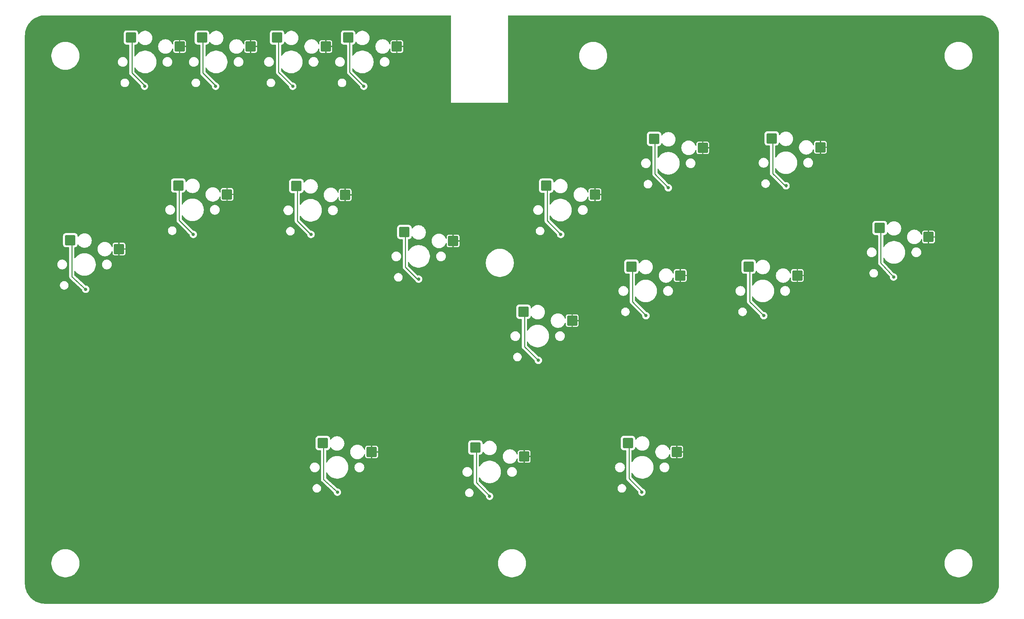
<source format=gbl>
%TF.GenerationSoftware,KiCad,Pcbnew,8.0.1*%
%TF.CreationDate,2024-04-24T00:03:39-04:00*%
%TF.ProjectId,leviathan,6c657669-6174-4686-916e-2e6b69636164,rev?*%
%TF.SameCoordinates,Original*%
%TF.FileFunction,Copper,L2,Bot*%
%TF.FilePolarity,Positive*%
%FSLAX46Y46*%
G04 Gerber Fmt 4.6, Leading zero omitted, Abs format (unit mm)*
G04 Created by KiCad (PCBNEW 8.0.1) date 2024-04-24 00:03:39*
%MOMM*%
%LPD*%
G01*
G04 APERTURE LIST*
G04 Aperture macros list*
%AMRoundRect*
0 Rectangle with rounded corners*
0 $1 Rounding radius*
0 $2 $3 $4 $5 $6 $7 $8 $9 X,Y pos of 4 corners*
0 Add a 4 corners polygon primitive as box body*
4,1,4,$2,$3,$4,$5,$6,$7,$8,$9,$2,$3,0*
0 Add four circle primitives for the rounded corners*
1,1,$1+$1,$2,$3*
1,1,$1+$1,$4,$5*
1,1,$1+$1,$6,$7*
1,1,$1+$1,$8,$9*
0 Add four rect primitives between the rounded corners*
20,1,$1+$1,$2,$3,$4,$5,0*
20,1,$1+$1,$4,$5,$6,$7,0*
20,1,$1+$1,$6,$7,$8,$9,0*
20,1,$1+$1,$8,$9,$2,$3,0*%
G04 Aperture macros list end*
%TA.AperFunction,SMDPad,CuDef*%
%ADD10RoundRect,0.250000X-1.025000X-1.000000X1.025000X-1.000000X1.025000X1.000000X-1.025000X1.000000X0*%
%TD*%
%TA.AperFunction,ViaPad*%
%ADD11C,0.800000*%
%TD*%
%TA.AperFunction,Conductor*%
%ADD12C,0.254000*%
%TD*%
G04 APERTURE END LIST*
D10*
X116900000Y-62050000D03*
X128900000Y-64250000D03*
X143500000Y-73400000D03*
X155500000Y-75600000D03*
X161000000Y-126500000D03*
X173000000Y-128700000D03*
X178440000Y-61990000D03*
X190440000Y-64190000D03*
X205000000Y-50460000D03*
X217000000Y-52660000D03*
X233970000Y-50340000D03*
X245970000Y-52540000D03*
X172830000Y-93030000D03*
X184830000Y-95230000D03*
X199440000Y-81920000D03*
X211440000Y-84120000D03*
X228290000Y-81920000D03*
X240290000Y-84120000D03*
X87805000Y-61930000D03*
X99805000Y-64130000D03*
X93637500Y-25500000D03*
X105637500Y-27700000D03*
X112136500Y-25500000D03*
X124136500Y-27700000D03*
X76137500Y-25500000D03*
X88137500Y-27700000D03*
X129637500Y-25500000D03*
X141637500Y-27700000D03*
X61205000Y-75400000D03*
X73205000Y-77600000D03*
X260586255Y-72410082D03*
X272586255Y-74610082D03*
X123420000Y-125380000D03*
X135420000Y-127580000D03*
X198580000Y-125380000D03*
X210580000Y-127580000D03*
D11*
X149330000Y-24500000D03*
X91500000Y-74000000D03*
X120500000Y-74000000D03*
X147000000Y-85000000D03*
X164500000Y-138500000D03*
X264000000Y-84500000D03*
X237500000Y-62000000D03*
X208500000Y-62500000D03*
X182000000Y-74000000D03*
X203000000Y-94000000D03*
X176500000Y-105000000D03*
X232000000Y-94000000D03*
X202000000Y-137500000D03*
X79500000Y-37500000D03*
X97000000Y-37500000D03*
X65000000Y-87500000D03*
X127000000Y-137500000D03*
X116000000Y-37500000D03*
X133500000Y-37500000D03*
D12*
X91305000Y-73830000D02*
X91500000Y-74000000D01*
X91500000Y-74000000D02*
X88030000Y-70555000D01*
X88030000Y-70555000D02*
X88030000Y-61980000D01*
X117125000Y-62100000D02*
X117125000Y-70675000D01*
X120500000Y-74050000D02*
X120400000Y-73950000D01*
X120450000Y-74000000D02*
X120500000Y-74000000D01*
X117125000Y-70675000D02*
X120450000Y-74000000D01*
X120500000Y-74000000D02*
X120500000Y-74050000D01*
X146700000Y-85000000D02*
X147000000Y-85000000D01*
X143725000Y-73450000D02*
X143725000Y-82025000D01*
X147000000Y-85000000D02*
X147000000Y-85300000D01*
X147000000Y-85300000D02*
X147000000Y-85300000D01*
X143725000Y-82025000D02*
X146700000Y-85000000D01*
X161225000Y-126550000D02*
X161225000Y-135125000D01*
X164500000Y-138400000D02*
X164500000Y-138500000D01*
X164600000Y-138500000D02*
X164500000Y-138400000D01*
X164500000Y-138500000D02*
X164600000Y-138500000D01*
X161225000Y-135125000D02*
X164500000Y-138400000D01*
X260811255Y-81035082D02*
X264000000Y-84500000D01*
X260811255Y-72460082D02*
X260811255Y-81035082D01*
X264000000Y-84500000D02*
X264086255Y-84310082D01*
X234195000Y-50390000D02*
X234195000Y-58965000D01*
X234195000Y-58965000D02*
X237230000Y-62000000D01*
X237230000Y-62000000D02*
X237500000Y-62000000D01*
X237500000Y-62000000D02*
X237500000Y-62270000D01*
X237500000Y-62270000D02*
X237470000Y-62240000D01*
X205225000Y-50510000D02*
X205225000Y-59085000D01*
X208500000Y-62500000D02*
X208500000Y-62360000D01*
X205225000Y-59085000D02*
X208500000Y-62500000D01*
X178665000Y-62040000D02*
X178665000Y-70615000D01*
X182050000Y-74000000D02*
X181940000Y-73890000D01*
X178665000Y-70615000D02*
X182000000Y-73950000D01*
X182000000Y-74000000D02*
X182050000Y-74000000D01*
X182000000Y-73950000D02*
X182000000Y-74000000D01*
X199665000Y-81970000D02*
X199665000Y-90545000D01*
X203000000Y-94000000D02*
X202940000Y-93820000D01*
X199665000Y-90545000D02*
X203000000Y-94000000D01*
X176500000Y-105000000D02*
X176330000Y-104930000D01*
X173055000Y-93080000D02*
X173055000Y-101655000D01*
X173055000Y-101655000D02*
X176500000Y-105000000D01*
X228515000Y-81970000D02*
X228515000Y-90545000D01*
X228515000Y-90545000D02*
X232000000Y-94000000D01*
X232000000Y-94000000D02*
X231790000Y-93820000D01*
X198805000Y-134105000D02*
X202000000Y-137300000D01*
X198805000Y-125530000D02*
X198805000Y-134105000D01*
X202000000Y-137500000D02*
X202200000Y-137500000D01*
X202200000Y-137500000D02*
X202080000Y-137380000D01*
X202000000Y-137300000D02*
X202000000Y-137500000D01*
X79500000Y-37362500D02*
X79500000Y-37500000D01*
X76362500Y-34225000D02*
X79500000Y-37362500D01*
X79637500Y-37500000D02*
X79637500Y-37500000D01*
X76362500Y-25650000D02*
X76362500Y-34225000D01*
X79500000Y-37500000D02*
X79637500Y-37500000D01*
X97137500Y-37500000D02*
X97137500Y-37500000D01*
X97000000Y-37362500D02*
X97000000Y-37500000D01*
X97000000Y-37500000D02*
X97137500Y-37500000D01*
X93862500Y-25650000D02*
X93862500Y-34225000D01*
X93862500Y-34225000D02*
X97000000Y-37362500D01*
X61580000Y-84380000D02*
X65000000Y-87500000D01*
X61580000Y-75805000D02*
X61580000Y-84380000D01*
X65000000Y-87500000D02*
X64855000Y-87655000D01*
X123580000Y-125805000D02*
X123580000Y-134380000D01*
X127000000Y-137500000D02*
X126855000Y-137655000D01*
X123580000Y-134380000D02*
X127000000Y-137500000D01*
X112500000Y-25425000D02*
X112500000Y-34000000D01*
X116000000Y-37500000D02*
X115775000Y-37275000D01*
X112500000Y-34000000D02*
X116000000Y-37500000D01*
X130000000Y-34000000D02*
X133500000Y-37500000D01*
X133500000Y-37500000D02*
X133275000Y-37275000D01*
X130000000Y-25425000D02*
X130000000Y-34000000D01*
%TA.AperFunction,Conductor*%
G36*
X154916621Y-20045502D02*
G01*
X154963114Y-20099158D01*
X154974500Y-20151500D01*
X154974500Y-41510563D01*
X154989436Y-41525499D01*
X154989438Y-41525500D01*
X169010562Y-41525500D01*
X169025500Y-41510562D01*
X169025500Y-30169518D01*
X186549500Y-30169518D01*
X186582728Y-30506889D01*
X186582730Y-30506905D01*
X186648871Y-30839414D01*
X186747282Y-31163835D01*
X186747285Y-31163844D01*
X186877023Y-31477058D01*
X187036839Y-31776053D01*
X187225185Y-32057932D01*
X187225196Y-32057947D01*
X187440259Y-32320003D01*
X187440277Y-32320022D01*
X187679977Y-32559722D01*
X187679996Y-32559740D01*
X187942052Y-32774803D01*
X187942061Y-32774810D01*
X188223949Y-32963162D01*
X188522942Y-33122977D01*
X188836160Y-33252716D01*
X189160586Y-33351129D01*
X189493096Y-33417270D01*
X189830488Y-33450500D01*
X189830497Y-33450500D01*
X190169503Y-33450500D01*
X190169512Y-33450500D01*
X190506904Y-33417270D01*
X190839414Y-33351129D01*
X191163840Y-33252716D01*
X191477058Y-33122977D01*
X191776051Y-32963162D01*
X192057939Y-32774810D01*
X192320009Y-32559735D01*
X192559735Y-32320009D01*
X192774810Y-32057939D01*
X192963162Y-31776051D01*
X193122977Y-31477058D01*
X193252716Y-31163840D01*
X193351129Y-30839414D01*
X193417270Y-30506904D01*
X193450499Y-30169518D01*
X276549500Y-30169518D01*
X276582728Y-30506889D01*
X276582730Y-30506905D01*
X276648871Y-30839414D01*
X276747282Y-31163835D01*
X276747285Y-31163844D01*
X276877023Y-31477058D01*
X277036839Y-31776053D01*
X277225185Y-32057932D01*
X277225196Y-32057947D01*
X277440259Y-32320003D01*
X277440277Y-32320022D01*
X277679977Y-32559722D01*
X277679996Y-32559740D01*
X277942052Y-32774803D01*
X277942061Y-32774810D01*
X278223949Y-32963162D01*
X278522942Y-33122977D01*
X278836160Y-33252716D01*
X279160586Y-33351129D01*
X279493096Y-33417270D01*
X279830488Y-33450500D01*
X279830497Y-33450500D01*
X280169503Y-33450500D01*
X280169512Y-33450500D01*
X280506904Y-33417270D01*
X280839414Y-33351129D01*
X281163840Y-33252716D01*
X281477058Y-33122977D01*
X281776051Y-32963162D01*
X282057939Y-32774810D01*
X282320009Y-32559735D01*
X282559735Y-32320009D01*
X282774810Y-32057939D01*
X282963162Y-31776051D01*
X283122977Y-31477058D01*
X283252716Y-31163840D01*
X283351129Y-30839414D01*
X283417270Y-30506904D01*
X283450500Y-30169512D01*
X283450500Y-29830488D01*
X283417270Y-29493096D01*
X283351129Y-29160586D01*
X283252716Y-28836160D01*
X283122977Y-28522942D01*
X282963162Y-28223949D01*
X282774810Y-27942061D01*
X282699258Y-27850000D01*
X282559740Y-27679996D01*
X282559722Y-27679977D01*
X282320022Y-27440277D01*
X282320003Y-27440259D01*
X282057947Y-27225196D01*
X282057932Y-27225185D01*
X281776053Y-27036839D01*
X281477058Y-26877023D01*
X281163844Y-26747285D01*
X281163835Y-26747282D01*
X280839414Y-26648871D01*
X280839415Y-26648871D01*
X280506905Y-26582730D01*
X280506889Y-26582728D01*
X280169518Y-26549500D01*
X280169512Y-26549500D01*
X279830488Y-26549500D01*
X279830481Y-26549500D01*
X279493110Y-26582728D01*
X279493094Y-26582730D01*
X279160585Y-26648871D01*
X278836164Y-26747282D01*
X278836155Y-26747285D01*
X278522941Y-26877023D01*
X278223946Y-27036839D01*
X277942067Y-27225185D01*
X277942052Y-27225196D01*
X277679996Y-27440259D01*
X277679977Y-27440277D01*
X277440277Y-27679977D01*
X277440259Y-27679996D01*
X277225196Y-27942052D01*
X277225185Y-27942067D01*
X277036839Y-28223946D01*
X276877023Y-28522941D01*
X276747285Y-28836155D01*
X276747282Y-28836164D01*
X276648871Y-29160585D01*
X276582730Y-29493094D01*
X276582728Y-29493110D01*
X276549500Y-29830481D01*
X276549500Y-30169518D01*
X193450499Y-30169518D01*
X193450500Y-30169512D01*
X193450500Y-29830488D01*
X193417270Y-29493096D01*
X193351129Y-29160586D01*
X193252716Y-28836160D01*
X193122977Y-28522942D01*
X192963162Y-28223949D01*
X192774810Y-27942061D01*
X192699258Y-27850000D01*
X192559740Y-27679996D01*
X192559722Y-27679977D01*
X192320022Y-27440277D01*
X192320003Y-27440259D01*
X192057947Y-27225196D01*
X192057932Y-27225185D01*
X191776053Y-27036839D01*
X191477058Y-26877023D01*
X191163844Y-26747285D01*
X191163835Y-26747282D01*
X190839414Y-26648871D01*
X190839415Y-26648871D01*
X190506905Y-26582730D01*
X190506889Y-26582728D01*
X190169518Y-26549500D01*
X190169512Y-26549500D01*
X189830488Y-26549500D01*
X189830481Y-26549500D01*
X189493110Y-26582728D01*
X189493094Y-26582730D01*
X189160585Y-26648871D01*
X188836164Y-26747282D01*
X188836155Y-26747285D01*
X188522941Y-26877023D01*
X188223946Y-27036839D01*
X187942067Y-27225185D01*
X187942052Y-27225196D01*
X187679996Y-27440259D01*
X187679977Y-27440277D01*
X187440277Y-27679977D01*
X187440259Y-27679996D01*
X187225196Y-27942052D01*
X187225185Y-27942067D01*
X187036839Y-28223946D01*
X186877023Y-28522941D01*
X186747285Y-28836155D01*
X186747282Y-28836164D01*
X186648871Y-29160585D01*
X186582730Y-29493094D01*
X186582728Y-29493110D01*
X186549500Y-29830481D01*
X186549500Y-30169518D01*
X169025500Y-30169518D01*
X169025500Y-20151500D01*
X169045502Y-20083379D01*
X169099158Y-20036886D01*
X169151500Y-20025500D01*
X284991715Y-20025500D01*
X284997404Y-20025500D01*
X285002611Y-20025608D01*
X285405599Y-20042275D01*
X285415946Y-20043132D01*
X285813611Y-20092702D01*
X285823871Y-20094414D01*
X286216076Y-20176650D01*
X286226144Y-20179199D01*
X286610236Y-20293549D01*
X286620069Y-20296925D01*
X286664562Y-20314286D01*
X286993375Y-20442590D01*
X287002912Y-20446773D01*
X287362918Y-20622769D01*
X287372076Y-20627725D01*
X287716313Y-20832845D01*
X287725032Y-20838541D01*
X288051169Y-21071400D01*
X288059363Y-21077776D01*
X288365170Y-21336781D01*
X288372831Y-21343835D01*
X288656164Y-21627168D01*
X288663218Y-21634829D01*
X288922220Y-21940633D01*
X288928602Y-21948833D01*
X289020328Y-22077302D01*
X289161458Y-22274967D01*
X289167154Y-22283686D01*
X289372274Y-22627923D01*
X289377230Y-22637081D01*
X289553226Y-22997087D01*
X289557409Y-23006624D01*
X289703071Y-23379921D01*
X289706453Y-23389771D01*
X289820796Y-23773841D01*
X289823352Y-23783936D01*
X289905584Y-24176124D01*
X289907298Y-24186395D01*
X289956865Y-24584036D01*
X289957725Y-24594415D01*
X289974392Y-24997388D01*
X289974500Y-25002595D01*
X289974500Y-159997404D01*
X289974392Y-160002611D01*
X289957725Y-160405584D01*
X289956865Y-160415963D01*
X289907298Y-160813604D01*
X289905584Y-160823875D01*
X289823352Y-161216063D01*
X289820796Y-161226158D01*
X289706453Y-161610228D01*
X289703071Y-161620078D01*
X289557409Y-161993375D01*
X289553226Y-162002912D01*
X289377230Y-162362918D01*
X289372274Y-162372076D01*
X289167154Y-162716313D01*
X289161458Y-162725032D01*
X288928609Y-163051157D01*
X288922213Y-163059375D01*
X288663218Y-163365170D01*
X288656164Y-163372831D01*
X288372831Y-163656164D01*
X288365170Y-163663218D01*
X288059375Y-163922213D01*
X288051157Y-163928609D01*
X287725032Y-164161458D01*
X287716313Y-164167154D01*
X287372076Y-164372274D01*
X287362918Y-164377230D01*
X287002912Y-164553226D01*
X286993375Y-164557409D01*
X286620078Y-164703071D01*
X286610228Y-164706453D01*
X286226158Y-164820796D01*
X286216063Y-164823352D01*
X285823875Y-164905584D01*
X285813604Y-164907298D01*
X285415963Y-164956865D01*
X285405584Y-164957725D01*
X285002611Y-164974392D01*
X284997404Y-164974500D01*
X55002596Y-164974500D01*
X54997389Y-164974392D01*
X54594415Y-164957725D01*
X54584036Y-164956865D01*
X54186395Y-164907298D01*
X54176124Y-164905584D01*
X53783936Y-164823352D01*
X53773841Y-164820796D01*
X53389771Y-164706453D01*
X53379921Y-164703071D01*
X53006624Y-164557409D01*
X52997087Y-164553226D01*
X52637081Y-164377230D01*
X52627923Y-164372274D01*
X52283686Y-164167154D01*
X52274967Y-164161458D01*
X52136940Y-164062909D01*
X51948833Y-163928602D01*
X51940633Y-163922220D01*
X51634829Y-163663218D01*
X51627168Y-163656164D01*
X51343835Y-163372831D01*
X51336781Y-163365170D01*
X51239876Y-163250754D01*
X51077776Y-163059363D01*
X51071400Y-163051169D01*
X50838541Y-162725032D01*
X50832845Y-162716313D01*
X50627725Y-162372076D01*
X50622769Y-162362918D01*
X50446773Y-162002912D01*
X50442590Y-161993375D01*
X50296928Y-161620078D01*
X50293546Y-161610228D01*
X50241433Y-161435183D01*
X50179199Y-161226144D01*
X50176650Y-161216076D01*
X50094414Y-160823871D01*
X50092701Y-160813604D01*
X50068836Y-160622149D01*
X50043132Y-160415946D01*
X50042275Y-160405599D01*
X50025608Y-160002611D01*
X50025500Y-159997404D01*
X50025500Y-155169518D01*
X56549500Y-155169518D01*
X56582728Y-155506889D01*
X56582730Y-155506905D01*
X56648871Y-155839414D01*
X56747282Y-156163835D01*
X56747285Y-156163844D01*
X56877023Y-156477058D01*
X57036839Y-156776053D01*
X57225185Y-157057932D01*
X57225196Y-157057947D01*
X57440259Y-157320003D01*
X57440277Y-157320022D01*
X57679977Y-157559722D01*
X57679996Y-157559740D01*
X57942052Y-157774803D01*
X57942061Y-157774810D01*
X58223949Y-157963162D01*
X58522942Y-158122977D01*
X58836160Y-158252716D01*
X59160586Y-158351129D01*
X59493096Y-158417270D01*
X59830488Y-158450500D01*
X59830497Y-158450500D01*
X60169503Y-158450500D01*
X60169512Y-158450500D01*
X60506904Y-158417270D01*
X60839414Y-158351129D01*
X61163840Y-158252716D01*
X61477058Y-158122977D01*
X61776051Y-157963162D01*
X62057939Y-157774810D01*
X62320009Y-157559735D01*
X62559735Y-157320009D01*
X62774810Y-157057939D01*
X62963162Y-156776051D01*
X63122977Y-156477058D01*
X63252716Y-156163840D01*
X63351129Y-155839414D01*
X63417270Y-155506904D01*
X63450499Y-155169518D01*
X166549500Y-155169518D01*
X166582728Y-155506889D01*
X166582730Y-155506905D01*
X166648871Y-155839414D01*
X166747282Y-156163835D01*
X166747285Y-156163844D01*
X166877023Y-156477058D01*
X167036839Y-156776053D01*
X167225185Y-157057932D01*
X167225196Y-157057947D01*
X167440259Y-157320003D01*
X167440277Y-157320022D01*
X167679977Y-157559722D01*
X167679996Y-157559740D01*
X167942052Y-157774803D01*
X167942061Y-157774810D01*
X168223949Y-157963162D01*
X168522942Y-158122977D01*
X168836160Y-158252716D01*
X169160586Y-158351129D01*
X169493096Y-158417270D01*
X169830488Y-158450500D01*
X169830497Y-158450500D01*
X170169503Y-158450500D01*
X170169512Y-158450500D01*
X170506904Y-158417270D01*
X170839414Y-158351129D01*
X171163840Y-158252716D01*
X171477058Y-158122977D01*
X171776051Y-157963162D01*
X172057939Y-157774810D01*
X172320009Y-157559735D01*
X172559735Y-157320009D01*
X172774810Y-157057939D01*
X172963162Y-156776051D01*
X173122977Y-156477058D01*
X173252716Y-156163840D01*
X173351129Y-155839414D01*
X173417270Y-155506904D01*
X173450499Y-155169518D01*
X276549500Y-155169518D01*
X276582728Y-155506889D01*
X276582730Y-155506905D01*
X276648871Y-155839414D01*
X276747282Y-156163835D01*
X276747285Y-156163844D01*
X276877023Y-156477058D01*
X277036839Y-156776053D01*
X277225185Y-157057932D01*
X277225196Y-157057947D01*
X277440259Y-157320003D01*
X277440277Y-157320022D01*
X277679977Y-157559722D01*
X277679996Y-157559740D01*
X277942052Y-157774803D01*
X277942061Y-157774810D01*
X278223949Y-157963162D01*
X278522942Y-158122977D01*
X278836160Y-158252716D01*
X279160586Y-158351129D01*
X279493096Y-158417270D01*
X279830488Y-158450500D01*
X279830497Y-158450500D01*
X280169503Y-158450500D01*
X280169512Y-158450500D01*
X280506904Y-158417270D01*
X280839414Y-158351129D01*
X281163840Y-158252716D01*
X281477058Y-158122977D01*
X281776051Y-157963162D01*
X282057939Y-157774810D01*
X282320009Y-157559735D01*
X282559735Y-157320009D01*
X282774810Y-157057939D01*
X282963162Y-156776051D01*
X283122977Y-156477058D01*
X283252716Y-156163840D01*
X283351129Y-155839414D01*
X283417270Y-155506904D01*
X283450500Y-155169512D01*
X283450500Y-154830488D01*
X283417270Y-154493096D01*
X283351129Y-154160586D01*
X283252716Y-153836160D01*
X283122977Y-153522942D01*
X282963162Y-153223949D01*
X282774810Y-152942061D01*
X282774803Y-152942052D01*
X282559740Y-152679996D01*
X282559722Y-152679977D01*
X282320022Y-152440277D01*
X282320003Y-152440259D01*
X282057947Y-152225196D01*
X282057932Y-152225185D01*
X281776053Y-152036839D01*
X281477058Y-151877023D01*
X281163844Y-151747285D01*
X281163835Y-151747282D01*
X280839414Y-151648871D01*
X280839415Y-151648871D01*
X280506905Y-151582730D01*
X280506889Y-151582728D01*
X280169518Y-151549500D01*
X280169512Y-151549500D01*
X279830488Y-151549500D01*
X279830481Y-151549500D01*
X279493110Y-151582728D01*
X279493094Y-151582730D01*
X279160585Y-151648871D01*
X278836164Y-151747282D01*
X278836155Y-151747285D01*
X278522941Y-151877023D01*
X278223946Y-152036839D01*
X277942067Y-152225185D01*
X277942052Y-152225196D01*
X277679996Y-152440259D01*
X277679977Y-152440277D01*
X277440277Y-152679977D01*
X277440259Y-152679996D01*
X277225196Y-152942052D01*
X277225185Y-152942067D01*
X277036839Y-153223946D01*
X276877023Y-153522941D01*
X276747285Y-153836155D01*
X276747282Y-153836164D01*
X276648871Y-154160585D01*
X276582730Y-154493094D01*
X276582728Y-154493110D01*
X276549500Y-154830481D01*
X276549500Y-155169518D01*
X173450499Y-155169518D01*
X173450500Y-155169512D01*
X173450500Y-154830488D01*
X173417270Y-154493096D01*
X173351129Y-154160586D01*
X173252716Y-153836160D01*
X173122977Y-153522942D01*
X172963162Y-153223949D01*
X172774810Y-152942061D01*
X172774803Y-152942052D01*
X172559740Y-152679996D01*
X172559722Y-152679977D01*
X172320022Y-152440277D01*
X172320003Y-152440259D01*
X172057947Y-152225196D01*
X172057932Y-152225185D01*
X171776053Y-152036839D01*
X171477058Y-151877023D01*
X171163844Y-151747285D01*
X171163835Y-151747282D01*
X170839414Y-151648871D01*
X170839415Y-151648871D01*
X170506905Y-151582730D01*
X170506889Y-151582728D01*
X170169518Y-151549500D01*
X170169512Y-151549500D01*
X169830488Y-151549500D01*
X169830481Y-151549500D01*
X169493110Y-151582728D01*
X169493094Y-151582730D01*
X169160585Y-151648871D01*
X168836164Y-151747282D01*
X168836155Y-151747285D01*
X168522941Y-151877023D01*
X168223946Y-152036839D01*
X167942067Y-152225185D01*
X167942052Y-152225196D01*
X167679996Y-152440259D01*
X167679977Y-152440277D01*
X167440277Y-152679977D01*
X167440259Y-152679996D01*
X167225196Y-152942052D01*
X167225185Y-152942067D01*
X167036839Y-153223946D01*
X166877023Y-153522941D01*
X166747285Y-153836155D01*
X166747282Y-153836164D01*
X166648871Y-154160585D01*
X166582730Y-154493094D01*
X166582728Y-154493110D01*
X166549500Y-154830481D01*
X166549500Y-155169518D01*
X63450499Y-155169518D01*
X63450500Y-155169512D01*
X63450500Y-154830488D01*
X63417270Y-154493096D01*
X63351129Y-154160586D01*
X63252716Y-153836160D01*
X63122977Y-153522942D01*
X62963162Y-153223949D01*
X62774810Y-152942061D01*
X62774803Y-152942052D01*
X62559740Y-152679996D01*
X62559722Y-152679977D01*
X62320022Y-152440277D01*
X62320003Y-152440259D01*
X62057947Y-152225196D01*
X62057932Y-152225185D01*
X61776053Y-152036839D01*
X61477058Y-151877023D01*
X61163844Y-151747285D01*
X61163835Y-151747282D01*
X60839414Y-151648871D01*
X60839415Y-151648871D01*
X60506905Y-151582730D01*
X60506889Y-151582728D01*
X60169518Y-151549500D01*
X60169512Y-151549500D01*
X59830488Y-151549500D01*
X59830481Y-151549500D01*
X59493110Y-151582728D01*
X59493094Y-151582730D01*
X59160585Y-151648871D01*
X58836164Y-151747282D01*
X58836155Y-151747285D01*
X58522941Y-151877023D01*
X58223946Y-152036839D01*
X57942067Y-152225185D01*
X57942052Y-152225196D01*
X57679996Y-152440259D01*
X57679977Y-152440277D01*
X57440277Y-152679977D01*
X57440259Y-152679996D01*
X57225196Y-152942052D01*
X57225185Y-152942067D01*
X57036839Y-153223946D01*
X56877023Y-153522941D01*
X56747285Y-153836155D01*
X56747282Y-153836164D01*
X56648871Y-154160585D01*
X56582730Y-154493094D01*
X56582728Y-154493110D01*
X56549500Y-154830481D01*
X56549500Y-155169518D01*
X50025500Y-155169518D01*
X50025500Y-136633467D01*
X120869500Y-136633467D01*
X120906829Y-136821134D01*
X120909870Y-136836420D01*
X120989059Y-137027598D01*
X121072450Y-137152402D01*
X121104024Y-137199656D01*
X121104029Y-137199662D01*
X121250337Y-137345970D01*
X121250343Y-137345975D01*
X121250345Y-137345977D01*
X121422402Y-137460941D01*
X121613580Y-137540130D01*
X121816535Y-137580500D01*
X121816536Y-137580500D01*
X122023464Y-137580500D01*
X122023465Y-137580500D01*
X122226420Y-137540130D01*
X122417598Y-137460941D01*
X122589655Y-137345977D01*
X122735977Y-137199655D01*
X122850941Y-137027598D01*
X122930130Y-136836420D01*
X122970500Y-136633465D01*
X122970500Y-136426535D01*
X122930130Y-136223580D01*
X122850941Y-136032402D01*
X122735977Y-135860345D01*
X122735975Y-135860343D01*
X122735970Y-135860337D01*
X122589662Y-135714029D01*
X122589656Y-135714024D01*
X122589655Y-135714023D01*
X122417598Y-135599059D01*
X122251137Y-135530108D01*
X122226425Y-135519872D01*
X122226420Y-135519870D01*
X122023467Y-135479500D01*
X122023465Y-135479500D01*
X121816535Y-135479500D01*
X121816532Y-135479500D01*
X121613579Y-135519870D01*
X121613574Y-135519872D01*
X121422402Y-135599059D01*
X121250343Y-135714024D01*
X121250337Y-135714029D01*
X121104029Y-135860337D01*
X121104024Y-135860343D01*
X120989059Y-136032402D01*
X120909872Y-136223574D01*
X120909870Y-136223579D01*
X120869500Y-136426532D01*
X120869500Y-136633467D01*
X50025500Y-136633467D01*
X50025500Y-131474481D01*
X120219500Y-131474481D01*
X120245677Y-131639758D01*
X120249061Y-131661123D01*
X120307451Y-131840828D01*
X120393242Y-132009202D01*
X120504311Y-132162075D01*
X120637924Y-132295688D01*
X120637927Y-132295690D01*
X120790801Y-132406760D01*
X120959168Y-132492547D01*
X121138882Y-132550940D01*
X121325519Y-132580500D01*
X121325522Y-132580500D01*
X121514478Y-132580500D01*
X121514481Y-132580500D01*
X121701118Y-132550940D01*
X121880832Y-132492547D01*
X122049199Y-132406760D01*
X122202073Y-132295690D01*
X122335690Y-132162073D01*
X122446760Y-132009199D01*
X122532547Y-131840832D01*
X122590940Y-131661118D01*
X122620500Y-131474481D01*
X122620500Y-131285519D01*
X122590940Y-131098882D01*
X122532547Y-130919168D01*
X122446760Y-130750801D01*
X122371807Y-130647637D01*
X122335688Y-130597924D01*
X122202075Y-130464311D01*
X122049202Y-130353242D01*
X122049201Y-130353241D01*
X122049199Y-130353240D01*
X121880832Y-130267453D01*
X121880831Y-130267452D01*
X121880828Y-130267451D01*
X121701123Y-130209061D01*
X121701119Y-130209060D01*
X121701118Y-130209060D01*
X121514481Y-130179500D01*
X121325519Y-130179500D01*
X121138882Y-130209060D01*
X121138876Y-130209061D01*
X120959171Y-130267451D01*
X120790797Y-130353242D01*
X120637924Y-130464311D01*
X120504311Y-130597924D01*
X120393242Y-130750797D01*
X120307451Y-130919171D01*
X120249061Y-131098876D01*
X120249060Y-131098881D01*
X120249060Y-131098882D01*
X120219500Y-131285519D01*
X120219500Y-131474481D01*
X50025500Y-131474481D01*
X50025500Y-126430544D01*
X121636500Y-126430544D01*
X121647112Y-126534425D01*
X121702885Y-126702738D01*
X121795970Y-126853652D01*
X121795975Y-126853658D01*
X121921341Y-126979024D01*
X121921347Y-126979029D01*
X121921348Y-126979030D01*
X122072262Y-127072115D01*
X122240574Y-127127887D01*
X122344455Y-127138500D01*
X122818500Y-127138499D01*
X122886621Y-127158501D01*
X122933114Y-127212156D01*
X122944500Y-127264499D01*
X122944500Y-134322580D01*
X122943076Y-134341472D01*
X122942299Y-134346596D01*
X122943989Y-134383447D01*
X122944368Y-134391702D01*
X122944500Y-134397474D01*
X122944500Y-134442593D01*
X122945509Y-134447664D01*
X122947796Y-134466459D01*
X122948033Y-134471636D01*
X122948034Y-134471640D01*
X122958860Y-134515467D01*
X122960114Y-134521096D01*
X122968921Y-134565365D01*
X122968922Y-134565369D01*
X122970906Y-134570159D01*
X122976812Y-134588135D01*
X122978058Y-134593176D01*
X122985114Y-134608223D01*
X122997226Y-134634050D01*
X122999555Y-134639327D01*
X123016824Y-134681017D01*
X123016827Y-134681023D01*
X123019705Y-134685330D01*
X123029011Y-134701820D01*
X123031210Y-134706509D01*
X123031212Y-134706512D01*
X123057989Y-134742864D01*
X123061297Y-134747577D01*
X123086375Y-134785108D01*
X123090036Y-134788769D01*
X123102389Y-134803137D01*
X123105458Y-134807304D01*
X123138812Y-134837732D01*
X123142988Y-134841721D01*
X123174892Y-134873625D01*
X123179193Y-134876499D01*
X123194113Y-134888181D01*
X126054231Y-137497413D01*
X126091076Y-137558100D01*
X126094622Y-137577325D01*
X126094956Y-137580499D01*
X126106458Y-137689928D01*
X126106458Y-137689930D01*
X126106459Y-137689932D01*
X126125084Y-137747255D01*
X126165473Y-137871556D01*
X126165476Y-137871561D01*
X126260958Y-138036941D01*
X126260965Y-138036951D01*
X126388744Y-138178864D01*
X126388747Y-138178866D01*
X126543248Y-138291118D01*
X126717712Y-138368794D01*
X126904513Y-138408500D01*
X127095487Y-138408500D01*
X127282288Y-138368794D01*
X127456752Y-138291118D01*
X127611253Y-138178866D01*
X127739040Y-138036944D01*
X127834527Y-137871556D01*
X127872897Y-137753467D01*
X158449500Y-137753467D01*
X158489870Y-137956420D01*
X158569059Y-138147598D01*
X158677620Y-138310072D01*
X158684024Y-138319656D01*
X158684029Y-138319662D01*
X158830337Y-138465970D01*
X158830343Y-138465975D01*
X158830345Y-138465977D01*
X159002402Y-138580941D01*
X159193580Y-138660130D01*
X159396535Y-138700500D01*
X159396536Y-138700500D01*
X159603464Y-138700500D01*
X159603465Y-138700500D01*
X159806420Y-138660130D01*
X159997598Y-138580941D01*
X160169655Y-138465977D01*
X160315977Y-138319655D01*
X160430941Y-138147598D01*
X160510130Y-137956420D01*
X160550500Y-137753465D01*
X160550500Y-137546535D01*
X160510130Y-137343580D01*
X160430941Y-137152402D01*
X160315977Y-136980345D01*
X160315975Y-136980343D01*
X160315970Y-136980337D01*
X160169662Y-136834029D01*
X160169656Y-136834024D01*
X160169655Y-136834023D01*
X159997598Y-136719059D01*
X159806420Y-136639870D01*
X159762853Y-136631204D01*
X159603467Y-136599500D01*
X159603465Y-136599500D01*
X159396535Y-136599500D01*
X159396532Y-136599500D01*
X159193579Y-136639870D01*
X159193574Y-136639872D01*
X159002402Y-136719059D01*
X158830343Y-136834024D01*
X158830337Y-136834029D01*
X158684029Y-136980337D01*
X158684024Y-136980343D01*
X158569059Y-137152402D01*
X158489872Y-137343574D01*
X158489870Y-137343579D01*
X158449500Y-137546532D01*
X158449500Y-137753467D01*
X127872897Y-137753467D01*
X127893542Y-137689928D01*
X127913504Y-137500000D01*
X127893542Y-137310072D01*
X127834527Y-137128444D01*
X127739040Y-136963056D01*
X127739038Y-136963054D01*
X127739034Y-136963048D01*
X127611255Y-136821135D01*
X127456752Y-136708882D01*
X127282288Y-136631206D01*
X127095487Y-136591500D01*
X126995915Y-136591500D01*
X126927794Y-136571498D01*
X126910996Y-136558584D01*
X124256581Y-134137011D01*
X124219736Y-134076324D01*
X124215500Y-134043927D01*
X124215500Y-132712963D01*
X124235502Y-132644842D01*
X124289158Y-132598349D01*
X124359432Y-132588245D01*
X124424012Y-132617739D01*
X124455020Y-132658292D01*
X124486990Y-132724677D01*
X124486992Y-132724680D01*
X124652844Y-132988633D01*
X124847211Y-133232362D01*
X125067637Y-133452788D01*
X125067641Y-133452791D01*
X125311367Y-133647156D01*
X125396264Y-133700500D01*
X125575319Y-133813008D01*
X125575322Y-133813009D01*
X125575323Y-133813010D01*
X125856189Y-133948268D01*
X125856205Y-133948273D01*
X125856206Y-133948274D01*
X126150425Y-134051226D01*
X126150428Y-134051226D01*
X126150432Y-134051228D01*
X126454354Y-134120596D01*
X126674012Y-134145345D01*
X126764129Y-134155500D01*
X126764131Y-134155500D01*
X127075871Y-134155500D01*
X127154543Y-134146635D01*
X127385646Y-134120596D01*
X127689568Y-134051228D01*
X127983811Y-133948268D01*
X128264677Y-133813010D01*
X128528633Y-133647156D01*
X128772359Y-133452791D01*
X128992791Y-133232359D01*
X129187156Y-132988633D01*
X129353010Y-132724677D01*
X129415709Y-132594481D01*
X157799500Y-132594481D01*
X157822260Y-132738181D01*
X157829061Y-132781123D01*
X157887451Y-132960828D01*
X157973242Y-133129202D01*
X158084311Y-133282075D01*
X158217924Y-133415688D01*
X158217927Y-133415690D01*
X158370801Y-133526760D01*
X158539168Y-133612547D01*
X158718882Y-133670940D01*
X158905519Y-133700500D01*
X158905522Y-133700500D01*
X159094478Y-133700500D01*
X159094481Y-133700500D01*
X159281118Y-133670940D01*
X159460832Y-133612547D01*
X159629199Y-133526760D01*
X159782073Y-133415690D01*
X159915690Y-133282073D01*
X160026760Y-133129199D01*
X160112547Y-132960832D01*
X160170940Y-132781118D01*
X160200500Y-132594481D01*
X160200500Y-132405519D01*
X160170940Y-132218882D01*
X160112547Y-132039168D01*
X160026760Y-131870801D01*
X159988651Y-131818349D01*
X159915688Y-131717924D01*
X159782075Y-131584311D01*
X159629202Y-131473242D01*
X159629201Y-131473241D01*
X159629199Y-131473240D01*
X159460832Y-131387453D01*
X159460831Y-131387452D01*
X159460828Y-131387451D01*
X159281123Y-131329061D01*
X159281119Y-131329060D01*
X159281118Y-131329060D01*
X159094481Y-131299500D01*
X158905519Y-131299500D01*
X158718882Y-131329060D01*
X158718876Y-131329061D01*
X158539171Y-131387451D01*
X158370797Y-131473242D01*
X158217924Y-131584311D01*
X158084311Y-131717924D01*
X157973242Y-131870797D01*
X157887451Y-132039171D01*
X157829061Y-132218876D01*
X157829060Y-132218881D01*
X157829060Y-132218882D01*
X157799500Y-132405519D01*
X157799500Y-132594481D01*
X129415709Y-132594481D01*
X129488268Y-132443811D01*
X129591228Y-132149568D01*
X129660596Y-131845646D01*
X129695500Y-131535869D01*
X129695500Y-131474481D01*
X131219500Y-131474481D01*
X131245677Y-131639758D01*
X131249061Y-131661123D01*
X131307451Y-131840828D01*
X131393242Y-132009202D01*
X131504311Y-132162075D01*
X131637924Y-132295688D01*
X131637927Y-132295690D01*
X131790801Y-132406760D01*
X131959168Y-132492547D01*
X132138882Y-132550940D01*
X132325519Y-132580500D01*
X132325522Y-132580500D01*
X132514478Y-132580500D01*
X132514481Y-132580500D01*
X132701118Y-132550940D01*
X132880832Y-132492547D01*
X133049199Y-132406760D01*
X133202073Y-132295690D01*
X133335690Y-132162073D01*
X133446760Y-132009199D01*
X133532547Y-131840832D01*
X133590940Y-131661118D01*
X133620500Y-131474481D01*
X133620500Y-131285519D01*
X133590940Y-131098882D01*
X133532547Y-130919168D01*
X133446760Y-130750801D01*
X133371807Y-130647637D01*
X133335688Y-130597924D01*
X133202075Y-130464311D01*
X133049202Y-130353242D01*
X133049201Y-130353241D01*
X133049199Y-130353240D01*
X132880832Y-130267453D01*
X132880831Y-130267452D01*
X132880828Y-130267451D01*
X132701123Y-130209061D01*
X132701119Y-130209060D01*
X132701118Y-130209060D01*
X132514481Y-130179500D01*
X132325519Y-130179500D01*
X132138882Y-130209060D01*
X132138876Y-130209061D01*
X131959171Y-130267451D01*
X131790797Y-130353242D01*
X131637924Y-130464311D01*
X131504311Y-130597924D01*
X131393242Y-130750797D01*
X131307451Y-130919171D01*
X131249061Y-131098876D01*
X131249060Y-131098881D01*
X131249060Y-131098882D01*
X131219500Y-131285519D01*
X131219500Y-131474481D01*
X129695500Y-131474481D01*
X129695500Y-131224131D01*
X129689568Y-131171488D01*
X129681387Y-131098876D01*
X129660596Y-130914354D01*
X129591228Y-130610432D01*
X129586852Y-130597927D01*
X129488274Y-130316206D01*
X129488273Y-130316205D01*
X129488268Y-130316189D01*
X129353010Y-130035323D01*
X129353009Y-130035322D01*
X129353008Y-130035319D01*
X129251123Y-129873171D01*
X129187156Y-129771367D01*
X128992791Y-129527641D01*
X128992788Y-129527637D01*
X128772362Y-129307211D01*
X128528633Y-129112844D01*
X128264680Y-128946991D01*
X127983820Y-128811736D01*
X127983815Y-128811734D01*
X127983811Y-128811732D01*
X127983805Y-128811729D01*
X127983793Y-128811725D01*
X127689574Y-128708773D01*
X127385649Y-128639404D01*
X127075871Y-128604500D01*
X127075869Y-128604500D01*
X126764131Y-128604500D01*
X126764129Y-128604500D01*
X126454350Y-128639404D01*
X126150425Y-128708773D01*
X125856206Y-128811725D01*
X125856179Y-128811736D01*
X125575319Y-128946991D01*
X125311366Y-129112844D01*
X125067637Y-129307211D01*
X124847211Y-129527637D01*
X124652844Y-129771366D01*
X124486994Y-130035316D01*
X124486990Y-130035323D01*
X124459424Y-130092565D01*
X124455022Y-130101706D01*
X124407444Y-130154402D01*
X124338929Y-130173010D01*
X124271231Y-130151622D01*
X124225842Y-130097029D01*
X124215500Y-130047036D01*
X124215500Y-127696374D01*
X130144500Y-127696374D01*
X130174877Y-127927119D01*
X130174879Y-127927126D01*
X130235118Y-128151940D01*
X130324185Y-128366969D01*
X130324186Y-128366970D01*
X130324191Y-128366980D01*
X130440560Y-128568537D01*
X130550220Y-128711447D01*
X130582244Y-128753181D01*
X130582247Y-128753184D01*
X130582253Y-128753191D01*
X130746808Y-128917746D01*
X130746814Y-128917751D01*
X130746819Y-128917756D01*
X130746826Y-128917762D01*
X130746828Y-128917763D01*
X130931462Y-129059439D01*
X131053677Y-129130000D01*
X131133031Y-129175815D01*
X131348060Y-129264882D01*
X131572874Y-129325121D01*
X131572878Y-129325121D01*
X131572880Y-129325122D01*
X131632352Y-129332951D01*
X131803628Y-129355500D01*
X131803635Y-129355500D01*
X132036365Y-129355500D01*
X132036372Y-129355500D01*
X132262827Y-129325687D01*
X132267119Y-129325122D01*
X132267119Y-129325121D01*
X132267126Y-129325121D01*
X132491940Y-129264882D01*
X132706969Y-129175815D01*
X132908532Y-129059442D01*
X132908532Y-129059441D01*
X132908537Y-129059439D01*
X133055082Y-128946990D01*
X133093181Y-128917756D01*
X133257756Y-128753181D01*
X133371843Y-128604500D01*
X133399439Y-128568537D01*
X133399442Y-128568532D01*
X133515815Y-128366969D01*
X133602592Y-128157466D01*
X133647139Y-128102188D01*
X133714502Y-128079767D01*
X133783293Y-128097325D01*
X133831672Y-128149287D01*
X133845000Y-128205687D01*
X133845000Y-128623062D01*
X133855613Y-128711441D01*
X133855614Y-128711447D01*
X133911080Y-128852097D01*
X134002434Y-128972565D01*
X134122902Y-129063919D01*
X134263552Y-129119385D01*
X134263558Y-129119386D01*
X134351937Y-129129999D01*
X134351943Y-129130000D01*
X135270000Y-129130000D01*
X135270000Y-127730000D01*
X135570000Y-127730000D01*
X135570000Y-129130000D01*
X136488057Y-129130000D01*
X136488062Y-129129999D01*
X136576441Y-129119386D01*
X136576447Y-129119385D01*
X136717097Y-129063919D01*
X136837565Y-128972565D01*
X136928919Y-128852097D01*
X136984385Y-128711447D01*
X136984386Y-128711441D01*
X136994999Y-128623062D01*
X136995000Y-128623057D01*
X136995000Y-127730000D01*
X135570000Y-127730000D01*
X135270000Y-127730000D01*
X135270000Y-127550544D01*
X159216500Y-127550544D01*
X159227112Y-127654425D01*
X159282885Y-127822738D01*
X159375970Y-127973652D01*
X159375975Y-127973658D01*
X159501341Y-128099024D01*
X159501347Y-128099029D01*
X159501348Y-128099030D01*
X159652262Y-128192115D01*
X159820574Y-128247887D01*
X159924455Y-128258500D01*
X160463500Y-128258499D01*
X160531621Y-128278501D01*
X160578114Y-128332156D01*
X160589500Y-128384499D01*
X160589500Y-135062409D01*
X160589500Y-135187591D01*
X160613922Y-135310369D01*
X160661827Y-135426022D01*
X160731375Y-135530108D01*
X160731377Y-135530110D01*
X163554914Y-138353647D01*
X163588940Y-138415959D01*
X163591129Y-138455910D01*
X163586496Y-138499998D01*
X163606457Y-138689927D01*
X163636526Y-138782470D01*
X163665473Y-138871556D01*
X163665476Y-138871561D01*
X163760958Y-139036941D01*
X163760965Y-139036951D01*
X163888744Y-139178864D01*
X163888747Y-139178866D01*
X164043248Y-139291118D01*
X164217712Y-139368794D01*
X164404513Y-139408500D01*
X164595487Y-139408500D01*
X164782288Y-139368794D01*
X164956752Y-139291118D01*
X165111253Y-139178866D01*
X165239040Y-139036944D01*
X165334527Y-138871556D01*
X165393542Y-138689928D01*
X165413504Y-138500000D01*
X165393542Y-138310072D01*
X165334527Y-138128444D01*
X165239040Y-137963056D01*
X165239038Y-137963054D01*
X165239034Y-137963048D01*
X165111255Y-137821135D01*
X164956752Y-137708882D01*
X164782288Y-137631206D01*
X164625320Y-137597841D01*
X164562846Y-137564112D01*
X164562422Y-137563689D01*
X163632200Y-136633467D01*
X196029500Y-136633467D01*
X196066829Y-136821134D01*
X196069870Y-136836420D01*
X196149059Y-137027598D01*
X196232450Y-137152402D01*
X196264024Y-137199656D01*
X196264029Y-137199662D01*
X196410337Y-137345970D01*
X196410343Y-137345975D01*
X196410345Y-137345977D01*
X196582402Y-137460941D01*
X196773580Y-137540130D01*
X196976535Y-137580500D01*
X196976536Y-137580500D01*
X197183464Y-137580500D01*
X197183465Y-137580500D01*
X197386420Y-137540130D01*
X197577598Y-137460941D01*
X197749655Y-137345977D01*
X197895977Y-137199655D01*
X198010941Y-137027598D01*
X198090130Y-136836420D01*
X198130500Y-136633465D01*
X198130500Y-136426535D01*
X198090130Y-136223580D01*
X198010941Y-136032402D01*
X197895977Y-135860345D01*
X197895975Y-135860343D01*
X197895970Y-135860337D01*
X197749662Y-135714029D01*
X197749656Y-135714024D01*
X197749655Y-135714023D01*
X197577598Y-135599059D01*
X197411137Y-135530108D01*
X197386425Y-135519872D01*
X197386420Y-135519870D01*
X197183467Y-135479500D01*
X197183465Y-135479500D01*
X196976535Y-135479500D01*
X196976532Y-135479500D01*
X196773579Y-135519870D01*
X196773574Y-135519872D01*
X196582402Y-135599059D01*
X196410343Y-135714024D01*
X196410337Y-135714029D01*
X196264029Y-135860337D01*
X196264024Y-135860343D01*
X196149059Y-136032402D01*
X196069872Y-136223574D01*
X196069870Y-136223579D01*
X196029500Y-136426532D01*
X196029500Y-136633467D01*
X163632200Y-136633467D01*
X161897405Y-134898672D01*
X161863379Y-134836360D01*
X161860500Y-134809577D01*
X161860500Y-133953405D01*
X161880502Y-133885284D01*
X161934158Y-133838791D01*
X162004432Y-133828687D01*
X162069012Y-133858181D01*
X162093186Y-133886367D01*
X162132084Y-133948274D01*
X162232844Y-134108633D01*
X162427211Y-134352362D01*
X162647637Y-134572788D01*
X162765578Y-134666842D01*
X162891367Y-134767156D01*
X162958880Y-134809577D01*
X163155319Y-134933008D01*
X163155322Y-134933009D01*
X163155323Y-134933010D01*
X163436189Y-135068268D01*
X163436205Y-135068273D01*
X163436206Y-135068274D01*
X163730425Y-135171226D01*
X163730428Y-135171226D01*
X163730432Y-135171228D01*
X164034354Y-135240596D01*
X164254012Y-135265345D01*
X164344129Y-135275500D01*
X164344131Y-135275500D01*
X164655871Y-135275500D01*
X164734543Y-135266635D01*
X164965646Y-135240596D01*
X165269568Y-135171228D01*
X165563811Y-135068268D01*
X165844677Y-134933010D01*
X166108633Y-134767156D01*
X166352359Y-134572791D01*
X166572791Y-134352359D01*
X166767156Y-134108633D01*
X166933010Y-133844677D01*
X167068268Y-133563811D01*
X167171228Y-133269568D01*
X167240596Y-132965646D01*
X167275500Y-132655869D01*
X167275500Y-132594481D01*
X168799500Y-132594481D01*
X168822260Y-132738181D01*
X168829061Y-132781123D01*
X168887451Y-132960828D01*
X168973242Y-133129202D01*
X169084311Y-133282075D01*
X169217924Y-133415688D01*
X169217927Y-133415690D01*
X169370801Y-133526760D01*
X169539168Y-133612547D01*
X169718882Y-133670940D01*
X169905519Y-133700500D01*
X169905522Y-133700500D01*
X170094478Y-133700500D01*
X170094481Y-133700500D01*
X170281118Y-133670940D01*
X170460832Y-133612547D01*
X170629199Y-133526760D01*
X170782073Y-133415690D01*
X170915690Y-133282073D01*
X171026760Y-133129199D01*
X171112547Y-132960832D01*
X171170940Y-132781118D01*
X171200500Y-132594481D01*
X171200500Y-132405519D01*
X171170940Y-132218882D01*
X171112547Y-132039168D01*
X171026760Y-131870801D01*
X170988651Y-131818349D01*
X170915688Y-131717924D01*
X170782075Y-131584311D01*
X170630907Y-131474481D01*
X195379500Y-131474481D01*
X195405677Y-131639758D01*
X195409061Y-131661123D01*
X195467451Y-131840828D01*
X195553242Y-132009202D01*
X195664311Y-132162075D01*
X195797924Y-132295688D01*
X195797927Y-132295690D01*
X195950801Y-132406760D01*
X196119168Y-132492547D01*
X196298882Y-132550940D01*
X196485519Y-132580500D01*
X196485522Y-132580500D01*
X196674478Y-132580500D01*
X196674481Y-132580500D01*
X196861118Y-132550940D01*
X197040832Y-132492547D01*
X197209199Y-132406760D01*
X197362073Y-132295690D01*
X197495690Y-132162073D01*
X197606760Y-132009199D01*
X197692547Y-131840832D01*
X197750940Y-131661118D01*
X197780500Y-131474481D01*
X197780500Y-131285519D01*
X197750940Y-131098882D01*
X197692547Y-130919168D01*
X197606760Y-130750801D01*
X197531807Y-130647637D01*
X197495688Y-130597924D01*
X197362075Y-130464311D01*
X197209202Y-130353242D01*
X197209201Y-130353241D01*
X197209199Y-130353240D01*
X197040832Y-130267453D01*
X197040831Y-130267452D01*
X197040828Y-130267451D01*
X196861123Y-130209061D01*
X196861119Y-130209060D01*
X196861118Y-130209060D01*
X196674481Y-130179500D01*
X196485519Y-130179500D01*
X196298882Y-130209060D01*
X196298876Y-130209061D01*
X196119171Y-130267451D01*
X195950797Y-130353242D01*
X195797924Y-130464311D01*
X195664311Y-130597924D01*
X195553242Y-130750797D01*
X195467451Y-130919171D01*
X195409061Y-131098876D01*
X195409060Y-131098881D01*
X195409060Y-131098882D01*
X195379500Y-131285519D01*
X195379500Y-131474481D01*
X170630907Y-131474481D01*
X170629202Y-131473242D01*
X170629201Y-131473241D01*
X170629199Y-131473240D01*
X170460832Y-131387453D01*
X170460831Y-131387452D01*
X170460828Y-131387451D01*
X170281123Y-131329061D01*
X170281119Y-131329060D01*
X170281118Y-131329060D01*
X170094481Y-131299500D01*
X169905519Y-131299500D01*
X169718882Y-131329060D01*
X169718876Y-131329061D01*
X169539171Y-131387451D01*
X169370797Y-131473242D01*
X169217924Y-131584311D01*
X169084311Y-131717924D01*
X168973242Y-131870797D01*
X168887451Y-132039171D01*
X168829061Y-132218876D01*
X168829060Y-132218881D01*
X168829060Y-132218882D01*
X168799500Y-132405519D01*
X168799500Y-132594481D01*
X167275500Y-132594481D01*
X167275500Y-132344131D01*
X167240596Y-132034354D01*
X167171228Y-131730432D01*
X167166852Y-131717927D01*
X167068274Y-131436206D01*
X167068273Y-131436205D01*
X167068268Y-131436189D01*
X166933010Y-131155323D01*
X166933009Y-131155322D01*
X166933008Y-131155319D01*
X166784624Y-130919168D01*
X166767156Y-130891367D01*
X166572791Y-130647641D01*
X166572788Y-130647637D01*
X166352362Y-130427211D01*
X166108633Y-130232844D01*
X165844680Y-130066991D01*
X165563820Y-129931736D01*
X165563815Y-129931734D01*
X165563811Y-129931732D01*
X165563805Y-129931729D01*
X165563793Y-129931725D01*
X165269574Y-129828773D01*
X164965649Y-129759404D01*
X164655871Y-129724500D01*
X164655869Y-129724500D01*
X164344131Y-129724500D01*
X164344129Y-129724500D01*
X164034350Y-129759404D01*
X163730425Y-129828773D01*
X163436206Y-129931725D01*
X163436179Y-129931736D01*
X163155319Y-130066991D01*
X162891366Y-130232844D01*
X162647637Y-130427211D01*
X162427211Y-130647637D01*
X162232844Y-130891366D01*
X162093187Y-131113630D01*
X162040009Y-131160668D01*
X161969841Y-131171488D01*
X161904963Y-131142655D01*
X161865972Y-131083323D01*
X161860500Y-131046594D01*
X161860500Y-128816374D01*
X167724500Y-128816374D01*
X167754877Y-129047119D01*
X167754879Y-129047126D01*
X167815118Y-129271940D01*
X167904185Y-129486969D01*
X167904186Y-129486970D01*
X167904191Y-129486980D01*
X168020560Y-129688537D01*
X168130220Y-129831447D01*
X168162244Y-129873181D01*
X168162247Y-129873184D01*
X168162253Y-129873191D01*
X168326808Y-130037746D01*
X168326814Y-130037751D01*
X168326819Y-130037756D01*
X168326826Y-130037762D01*
X168326828Y-130037763D01*
X168511462Y-130179439D01*
X168633677Y-130250000D01*
X168713031Y-130295815D01*
X168928060Y-130384882D01*
X169152874Y-130445121D01*
X169152878Y-130445121D01*
X169152880Y-130445122D01*
X169212352Y-130452951D01*
X169383628Y-130475500D01*
X169383635Y-130475500D01*
X169616365Y-130475500D01*
X169616372Y-130475500D01*
X169824913Y-130448045D01*
X169847119Y-130445122D01*
X169847119Y-130445121D01*
X169847126Y-130445121D01*
X170071940Y-130384882D01*
X170286969Y-130295815D01*
X170488532Y-130179442D01*
X170488532Y-130179441D01*
X170488537Y-130179439D01*
X170635082Y-130066990D01*
X170673181Y-130037756D01*
X170837756Y-129873181D01*
X170951843Y-129724500D01*
X170979439Y-129688537D01*
X170979442Y-129688532D01*
X171095815Y-129486969D01*
X171182592Y-129277466D01*
X171227139Y-129222188D01*
X171294502Y-129199767D01*
X171363293Y-129217325D01*
X171411672Y-129269287D01*
X171425000Y-129325687D01*
X171425000Y-129743062D01*
X171435613Y-129831441D01*
X171435614Y-129831447D01*
X171491080Y-129972097D01*
X171582434Y-130092565D01*
X171702902Y-130183919D01*
X171843552Y-130239385D01*
X171843558Y-130239386D01*
X171931937Y-130249999D01*
X171931943Y-130250000D01*
X172850000Y-130250000D01*
X172850000Y-128850000D01*
X173150000Y-128850000D01*
X173150000Y-130250000D01*
X174068057Y-130250000D01*
X174068062Y-130249999D01*
X174156441Y-130239386D01*
X174156447Y-130239385D01*
X174297097Y-130183919D01*
X174417565Y-130092565D01*
X174508919Y-129972097D01*
X174564385Y-129831447D01*
X174564386Y-129831441D01*
X174574999Y-129743062D01*
X174575000Y-129743057D01*
X174575000Y-128850000D01*
X173150000Y-128850000D01*
X172850000Y-128850000D01*
X172850000Y-127150000D01*
X173150000Y-127150000D01*
X173150000Y-128550000D01*
X174575000Y-128550000D01*
X174575000Y-127656943D01*
X174574999Y-127656937D01*
X174564386Y-127568558D01*
X174564385Y-127568552D01*
X174508919Y-127427902D01*
X174417565Y-127307434D01*
X174297097Y-127216080D01*
X174156447Y-127160614D01*
X174156441Y-127160613D01*
X174068062Y-127150000D01*
X173150000Y-127150000D01*
X172850000Y-127150000D01*
X171931937Y-127150000D01*
X171843558Y-127160613D01*
X171843552Y-127160614D01*
X171702902Y-127216080D01*
X171582434Y-127307434D01*
X171491080Y-127427902D01*
X171435614Y-127568552D01*
X171435613Y-127568558D01*
X171425000Y-127656937D01*
X171425000Y-128074312D01*
X171404998Y-128142433D01*
X171351342Y-128188926D01*
X171281068Y-128199030D01*
X171216488Y-128169536D01*
X171182591Y-128122530D01*
X171095815Y-127913031D01*
X171043684Y-127822738D01*
X170979439Y-127711462D01*
X170837763Y-127526828D01*
X170837762Y-127526826D01*
X170837756Y-127526819D01*
X170837751Y-127526814D01*
X170837746Y-127526808D01*
X170673191Y-127362253D01*
X170673184Y-127362247D01*
X170673181Y-127362244D01*
X170673171Y-127362236D01*
X170488537Y-127220560D01*
X170286980Y-127104191D01*
X170286975Y-127104188D01*
X170286969Y-127104185D01*
X170071940Y-127015118D01*
X169918380Y-126973971D01*
X169847119Y-126954877D01*
X169616374Y-126924500D01*
X169616372Y-126924500D01*
X169383628Y-126924500D01*
X169383625Y-126924500D01*
X169152880Y-126954877D01*
X168928060Y-127015118D01*
X168713029Y-127104186D01*
X168713019Y-127104191D01*
X168511462Y-127220560D01*
X168326828Y-127362236D01*
X168326808Y-127362253D01*
X168162253Y-127526808D01*
X168162236Y-127526828D01*
X168020560Y-127711462D01*
X167904191Y-127913019D01*
X167904186Y-127913029D01*
X167904185Y-127913031D01*
X167825834Y-128102188D01*
X167815118Y-128128060D01*
X167754877Y-128352880D01*
X167724500Y-128583625D01*
X167724500Y-128816374D01*
X161860500Y-128816374D01*
X161860500Y-128384499D01*
X161880502Y-128316378D01*
X161934158Y-128269885D01*
X161986500Y-128258499D01*
X162075544Y-128258499D01*
X162179426Y-128247887D01*
X162347738Y-128192115D01*
X162498652Y-128099030D01*
X162624030Y-127973652D01*
X162717115Y-127822738D01*
X162772887Y-127654426D01*
X162776235Y-127621651D01*
X162803056Y-127555919D01*
X162861159Y-127515120D01*
X162932096Y-127512211D01*
X162993345Y-127548114D01*
X163010701Y-127571459D01*
X163020562Y-127588540D01*
X163162236Y-127773171D01*
X163162244Y-127773181D01*
X163162247Y-127773184D01*
X163162253Y-127773191D01*
X163326808Y-127937746D01*
X163326814Y-127937751D01*
X163326819Y-127937756D01*
X163326826Y-127937762D01*
X163326828Y-127937763D01*
X163511462Y-128079439D01*
X163646614Y-128157469D01*
X163713031Y-128195815D01*
X163928060Y-128284882D01*
X164152874Y-128345121D01*
X164152878Y-128345121D01*
X164152880Y-128345122D01*
X164211765Y-128352874D01*
X164383628Y-128375500D01*
X164383635Y-128375500D01*
X164616365Y-128375500D01*
X164616372Y-128375500D01*
X164824913Y-128348045D01*
X164847119Y-128345122D01*
X164847119Y-128345121D01*
X164847126Y-128345121D01*
X165071940Y-128284882D01*
X165286969Y-128195815D01*
X165488532Y-128079442D01*
X165488532Y-128079441D01*
X165488537Y-128079439D01*
X165590842Y-128000936D01*
X165673181Y-127937756D01*
X165837756Y-127773181D01*
X165900936Y-127690842D01*
X165979439Y-127588537D01*
X165990974Y-127568558D01*
X166095815Y-127386969D01*
X166184882Y-127171940D01*
X166245121Y-126947126D01*
X166275500Y-126716372D01*
X166275500Y-126483628D01*
X166268511Y-126430544D01*
X196796500Y-126430544D01*
X196807112Y-126534425D01*
X196862885Y-126702738D01*
X196955970Y-126853652D01*
X196955975Y-126853658D01*
X197081341Y-126979024D01*
X197081347Y-126979029D01*
X197081348Y-126979030D01*
X197232262Y-127072115D01*
X197400574Y-127127887D01*
X197504455Y-127138500D01*
X198043500Y-127138499D01*
X198111621Y-127158501D01*
X198158114Y-127212156D01*
X198169500Y-127264499D01*
X198169500Y-134167593D01*
X198193922Y-134290369D01*
X198193924Y-134290374D01*
X198217211Y-134346593D01*
X198241827Y-134406022D01*
X198311375Y-134510108D01*
X198311377Y-134510110D01*
X201064425Y-137263158D01*
X201098451Y-137325470D01*
X201100640Y-137365423D01*
X201086496Y-137499999D01*
X201106457Y-137689927D01*
X201127103Y-137753467D01*
X201165473Y-137871556D01*
X201165476Y-137871561D01*
X201260958Y-138036941D01*
X201260965Y-138036951D01*
X201388744Y-138178864D01*
X201388747Y-138178866D01*
X201543248Y-138291118D01*
X201717712Y-138368794D01*
X201904513Y-138408500D01*
X202095487Y-138408500D01*
X202282288Y-138368794D01*
X202456752Y-138291118D01*
X202611253Y-138178866D01*
X202739040Y-138036944D01*
X202834527Y-137871556D01*
X202893542Y-137689928D01*
X202913504Y-137500000D01*
X202893542Y-137310072D01*
X202834527Y-137128444D01*
X202739040Y-136963056D01*
X202739038Y-136963054D01*
X202739034Y-136963048D01*
X202611255Y-136821135D01*
X202456752Y-136708882D01*
X202282285Y-136631204D01*
X202252311Y-136624833D01*
X202189838Y-136591104D01*
X202189415Y-136590682D01*
X199477405Y-133878672D01*
X199443379Y-133816360D01*
X199440500Y-133789577D01*
X199440500Y-132833405D01*
X199460502Y-132765284D01*
X199514158Y-132718791D01*
X199584432Y-132708687D01*
X199649012Y-132738181D01*
X199673186Y-132766367D01*
X199715308Y-132833405D01*
X199812844Y-132988633D01*
X200007211Y-133232362D01*
X200227637Y-133452788D01*
X200227641Y-133452791D01*
X200471367Y-133647156D01*
X200556264Y-133700500D01*
X200735319Y-133813008D01*
X200735322Y-133813009D01*
X200735323Y-133813010D01*
X201016189Y-133948268D01*
X201016205Y-133948273D01*
X201016206Y-133948274D01*
X201310425Y-134051226D01*
X201310428Y-134051226D01*
X201310432Y-134051228D01*
X201614354Y-134120596D01*
X201834012Y-134145345D01*
X201924129Y-134155500D01*
X201924131Y-134155500D01*
X202235871Y-134155500D01*
X202314543Y-134146635D01*
X202545646Y-134120596D01*
X202849568Y-134051228D01*
X203143811Y-133948268D01*
X203424677Y-133813010D01*
X203688633Y-133647156D01*
X203932359Y-133452791D01*
X204152791Y-133232359D01*
X204347156Y-132988633D01*
X204513010Y-132724677D01*
X204648268Y-132443811D01*
X204751228Y-132149568D01*
X204820596Y-131845646D01*
X204855500Y-131535869D01*
X204855500Y-131474481D01*
X206379500Y-131474481D01*
X206405677Y-131639758D01*
X206409061Y-131661123D01*
X206467451Y-131840828D01*
X206553242Y-132009202D01*
X206664311Y-132162075D01*
X206797924Y-132295688D01*
X206797927Y-132295690D01*
X206950801Y-132406760D01*
X207119168Y-132492547D01*
X207298882Y-132550940D01*
X207485519Y-132580500D01*
X207485522Y-132580500D01*
X207674478Y-132580500D01*
X207674481Y-132580500D01*
X207861118Y-132550940D01*
X208040832Y-132492547D01*
X208209199Y-132406760D01*
X208362073Y-132295690D01*
X208495690Y-132162073D01*
X208606760Y-132009199D01*
X208692547Y-131840832D01*
X208750940Y-131661118D01*
X208780500Y-131474481D01*
X208780500Y-131285519D01*
X208750940Y-131098882D01*
X208692547Y-130919168D01*
X208606760Y-130750801D01*
X208531807Y-130647637D01*
X208495688Y-130597924D01*
X208362075Y-130464311D01*
X208209202Y-130353242D01*
X208209201Y-130353241D01*
X208209199Y-130353240D01*
X208040832Y-130267453D01*
X208040831Y-130267452D01*
X208040828Y-130267451D01*
X207861123Y-130209061D01*
X207861119Y-130209060D01*
X207861118Y-130209060D01*
X207674481Y-130179500D01*
X207485519Y-130179500D01*
X207298882Y-130209060D01*
X207298876Y-130209061D01*
X207119171Y-130267451D01*
X206950797Y-130353242D01*
X206797924Y-130464311D01*
X206664311Y-130597924D01*
X206553242Y-130750797D01*
X206467451Y-130919171D01*
X206409061Y-131098876D01*
X206409060Y-131098881D01*
X206409060Y-131098882D01*
X206379500Y-131285519D01*
X206379500Y-131474481D01*
X204855500Y-131474481D01*
X204855500Y-131224131D01*
X204849568Y-131171488D01*
X204841387Y-131098876D01*
X204820596Y-130914354D01*
X204751228Y-130610432D01*
X204746852Y-130597927D01*
X204648274Y-130316206D01*
X204648273Y-130316205D01*
X204648268Y-130316189D01*
X204513010Y-130035323D01*
X204513009Y-130035322D01*
X204513008Y-130035319D01*
X204411123Y-129873171D01*
X204347156Y-129771367D01*
X204152791Y-129527641D01*
X204152788Y-129527637D01*
X203932362Y-129307211D01*
X203688633Y-129112844D01*
X203424680Y-128946991D01*
X203143820Y-128811736D01*
X203143815Y-128811734D01*
X203143811Y-128811732D01*
X203143805Y-128811729D01*
X203143793Y-128811725D01*
X202849574Y-128708773D01*
X202545649Y-128639404D01*
X202235871Y-128604500D01*
X202235869Y-128604500D01*
X201924131Y-128604500D01*
X201924129Y-128604500D01*
X201614350Y-128639404D01*
X201310425Y-128708773D01*
X201016206Y-128811725D01*
X201016179Y-128811736D01*
X200735319Y-128946991D01*
X200471366Y-129112844D01*
X200227637Y-129307211D01*
X200007211Y-129527637D01*
X199812844Y-129771366D01*
X199673187Y-129993630D01*
X199620009Y-130040668D01*
X199549841Y-130051488D01*
X199484963Y-130022655D01*
X199445972Y-129963323D01*
X199440500Y-129926594D01*
X199440500Y-127696374D01*
X205304500Y-127696374D01*
X205334877Y-127927119D01*
X205334879Y-127927126D01*
X205395118Y-128151940D01*
X205484185Y-128366969D01*
X205484186Y-128366970D01*
X205484191Y-128366980D01*
X205600560Y-128568537D01*
X205710220Y-128711447D01*
X205742244Y-128753181D01*
X205742247Y-128753184D01*
X205742253Y-128753191D01*
X205906808Y-128917746D01*
X205906814Y-128917751D01*
X205906819Y-128917756D01*
X205906826Y-128917762D01*
X205906828Y-128917763D01*
X206091462Y-129059439D01*
X206213677Y-129130000D01*
X206293031Y-129175815D01*
X206508060Y-129264882D01*
X206732874Y-129325121D01*
X206732878Y-129325121D01*
X206732880Y-129325122D01*
X206792352Y-129332951D01*
X206963628Y-129355500D01*
X206963635Y-129355500D01*
X207196365Y-129355500D01*
X207196372Y-129355500D01*
X207422827Y-129325687D01*
X207427119Y-129325122D01*
X207427119Y-129325121D01*
X207427126Y-129325121D01*
X207651940Y-129264882D01*
X207866969Y-129175815D01*
X208068532Y-129059442D01*
X208068532Y-129059441D01*
X208068537Y-129059439D01*
X208215082Y-128946990D01*
X208253181Y-128917756D01*
X208417756Y-128753181D01*
X208531843Y-128604500D01*
X208559439Y-128568537D01*
X208559442Y-128568532D01*
X208675815Y-128366969D01*
X208762592Y-128157466D01*
X208807139Y-128102188D01*
X208874502Y-128079767D01*
X208943293Y-128097325D01*
X208991672Y-128149287D01*
X209005000Y-128205687D01*
X209005000Y-128623062D01*
X209015613Y-128711441D01*
X209015614Y-128711447D01*
X209071080Y-128852097D01*
X209162434Y-128972565D01*
X209282902Y-129063919D01*
X209423552Y-129119385D01*
X209423558Y-129119386D01*
X209511937Y-129129999D01*
X209511943Y-129130000D01*
X210430000Y-129130000D01*
X210430000Y-127730000D01*
X210730000Y-127730000D01*
X210730000Y-129130000D01*
X211648057Y-129130000D01*
X211648062Y-129129999D01*
X211736441Y-129119386D01*
X211736447Y-129119385D01*
X211877097Y-129063919D01*
X211997565Y-128972565D01*
X212088919Y-128852097D01*
X212144385Y-128711447D01*
X212144386Y-128711441D01*
X212154999Y-128623062D01*
X212155000Y-128623057D01*
X212155000Y-127730000D01*
X210730000Y-127730000D01*
X210430000Y-127730000D01*
X210430000Y-126030000D01*
X210730000Y-126030000D01*
X210730000Y-127430000D01*
X212155000Y-127430000D01*
X212155000Y-126536943D01*
X212154999Y-126536937D01*
X212144386Y-126448558D01*
X212144385Y-126448552D01*
X212088919Y-126307902D01*
X211997565Y-126187434D01*
X211877097Y-126096080D01*
X211736447Y-126040614D01*
X211736441Y-126040613D01*
X211648062Y-126030000D01*
X210730000Y-126030000D01*
X210430000Y-126030000D01*
X209511937Y-126030000D01*
X209423558Y-126040613D01*
X209423552Y-126040614D01*
X209282902Y-126096080D01*
X209162434Y-126187434D01*
X209071080Y-126307902D01*
X209015614Y-126448552D01*
X209015613Y-126448558D01*
X209005000Y-126536937D01*
X209005000Y-126954312D01*
X208984998Y-127022433D01*
X208931342Y-127068926D01*
X208861068Y-127079030D01*
X208796488Y-127049536D01*
X208762591Y-127002530D01*
X208675815Y-126793031D01*
X208623684Y-126702738D01*
X208559439Y-126591462D01*
X208417763Y-126406828D01*
X208417762Y-126406826D01*
X208417756Y-126406819D01*
X208417751Y-126406814D01*
X208417746Y-126406808D01*
X208253191Y-126242253D01*
X208253184Y-126242247D01*
X208253181Y-126242244D01*
X208253171Y-126242236D01*
X208068537Y-126100560D01*
X207866980Y-125984191D01*
X207866975Y-125984188D01*
X207866969Y-125984185D01*
X207651940Y-125895118D01*
X207427126Y-125834879D01*
X207427119Y-125834877D01*
X207196374Y-125804500D01*
X207196372Y-125804500D01*
X206963628Y-125804500D01*
X206963625Y-125804500D01*
X206732880Y-125834877D01*
X206508060Y-125895118D01*
X206293029Y-125984186D01*
X206293019Y-125984191D01*
X206091462Y-126100560D01*
X205906828Y-126242236D01*
X205906808Y-126242253D01*
X205742253Y-126406808D01*
X205742236Y-126406828D01*
X205600560Y-126591462D01*
X205484191Y-126793019D01*
X205484186Y-126793029D01*
X205484185Y-126793031D01*
X205397409Y-127002530D01*
X205395118Y-127008060D01*
X205334877Y-127232880D01*
X205304500Y-127463625D01*
X205304500Y-127696374D01*
X199440500Y-127696374D01*
X199440500Y-127264499D01*
X199460502Y-127196378D01*
X199514158Y-127149885D01*
X199566500Y-127138499D01*
X199655544Y-127138499D01*
X199759426Y-127127887D01*
X199927738Y-127072115D01*
X200078652Y-126979030D01*
X200204030Y-126853652D01*
X200297115Y-126702738D01*
X200352887Y-126534426D01*
X200356235Y-126501651D01*
X200383056Y-126435919D01*
X200441159Y-126395120D01*
X200512096Y-126392211D01*
X200573345Y-126428114D01*
X200590701Y-126451459D01*
X200600562Y-126468540D01*
X200742236Y-126653171D01*
X200742244Y-126653181D01*
X200742247Y-126653184D01*
X200742253Y-126653191D01*
X200906808Y-126817746D01*
X200906814Y-126817751D01*
X200906819Y-126817756D01*
X200906826Y-126817762D01*
X200906828Y-126817763D01*
X201091462Y-126959439D01*
X201125395Y-126979030D01*
X201293031Y-127075815D01*
X201508060Y-127164882D01*
X201732874Y-127225121D01*
X201732878Y-127225121D01*
X201732880Y-127225122D01*
X201791765Y-127232874D01*
X201963628Y-127255500D01*
X201963635Y-127255500D01*
X202196365Y-127255500D01*
X202196372Y-127255500D01*
X202404913Y-127228045D01*
X202427119Y-127225122D01*
X202427119Y-127225121D01*
X202427126Y-127225121D01*
X202651940Y-127164882D01*
X202866969Y-127075815D01*
X203068532Y-126959442D01*
X203068532Y-126959441D01*
X203068537Y-126959439D01*
X203170842Y-126880936D01*
X203253181Y-126817756D01*
X203417756Y-126653181D01*
X203480936Y-126570842D01*
X203559439Y-126468537D01*
X203570974Y-126448558D01*
X203675815Y-126266969D01*
X203764882Y-126051940D01*
X203825121Y-125827126D01*
X203855500Y-125596372D01*
X203855500Y-125363628D01*
X203825121Y-125132874D01*
X203764882Y-124908060D01*
X203675815Y-124693031D01*
X203597425Y-124557256D01*
X203559439Y-124491462D01*
X203417763Y-124306828D01*
X203417762Y-124306826D01*
X203417756Y-124306819D01*
X203417751Y-124306814D01*
X203417746Y-124306808D01*
X203253191Y-124142253D01*
X203253184Y-124142247D01*
X203253181Y-124142244D01*
X203253171Y-124142236D01*
X203068537Y-124000560D01*
X202866980Y-123884191D01*
X202866975Y-123884188D01*
X202866969Y-123884185D01*
X202651940Y-123795118D01*
X202427126Y-123734879D01*
X202427119Y-123734877D01*
X202196374Y-123704500D01*
X202196372Y-123704500D01*
X201963628Y-123704500D01*
X201963625Y-123704500D01*
X201732880Y-123734877D01*
X201508060Y-123795118D01*
X201293029Y-123884186D01*
X201293019Y-123884191D01*
X201091462Y-124000560D01*
X200906828Y-124142236D01*
X200906808Y-124142253D01*
X200742253Y-124306808D01*
X200742236Y-124306828D01*
X200600563Y-124491459D01*
X200598616Y-124494832D01*
X200547231Y-124543823D01*
X200477517Y-124557256D01*
X200411607Y-124530866D01*
X200370427Y-124473033D01*
X200363499Y-124431827D01*
X200363499Y-124329455D01*
X200352887Y-124225574D01*
X200352886Y-124225572D01*
X200297115Y-124057262D01*
X200204030Y-123906348D01*
X200204029Y-123906347D01*
X200204024Y-123906341D01*
X200078658Y-123780975D01*
X200078652Y-123780970D01*
X199927738Y-123687885D01*
X199843582Y-123659999D01*
X199759427Y-123632113D01*
X199759420Y-123632112D01*
X199655553Y-123621500D01*
X197504455Y-123621500D01*
X197400574Y-123632112D01*
X197232261Y-123687885D01*
X197081347Y-123780970D01*
X197081341Y-123780975D01*
X196955975Y-123906341D01*
X196955970Y-123906347D01*
X196862885Y-124057262D01*
X196807113Y-124225572D01*
X196807112Y-124225579D01*
X196796500Y-124329446D01*
X196796500Y-126430544D01*
X166268511Y-126430544D01*
X166252951Y-126312352D01*
X166245122Y-126252880D01*
X166245121Y-126252878D01*
X166245121Y-126252874D01*
X166184882Y-126028060D01*
X166095815Y-125813031D01*
X166017425Y-125677256D01*
X165979439Y-125611462D01*
X165837763Y-125426828D01*
X165837762Y-125426826D01*
X165837756Y-125426819D01*
X165837751Y-125426814D01*
X165837746Y-125426808D01*
X165673191Y-125262253D01*
X165673184Y-125262247D01*
X165673181Y-125262244D01*
X165673171Y-125262236D01*
X165488537Y-125120560D01*
X165286980Y-125004191D01*
X165286975Y-125004188D01*
X165286969Y-125004185D01*
X165071940Y-124915118D01*
X164847126Y-124854879D01*
X164847119Y-124854877D01*
X164616374Y-124824500D01*
X164616372Y-124824500D01*
X164383628Y-124824500D01*
X164383625Y-124824500D01*
X164152880Y-124854877D01*
X163928060Y-124915118D01*
X163713029Y-125004186D01*
X163713019Y-125004191D01*
X163511462Y-125120560D01*
X163326828Y-125262236D01*
X163326808Y-125262253D01*
X163162253Y-125426808D01*
X163162236Y-125426828D01*
X163020563Y-125611459D01*
X163018616Y-125614832D01*
X162967231Y-125663823D01*
X162897517Y-125677256D01*
X162831607Y-125650866D01*
X162790427Y-125593033D01*
X162783499Y-125551827D01*
X162783499Y-125449455D01*
X162772887Y-125345574D01*
X162772886Y-125345572D01*
X162717115Y-125177262D01*
X162624030Y-125026348D01*
X162624029Y-125026347D01*
X162624024Y-125026341D01*
X162498658Y-124900975D01*
X162498652Y-124900970D01*
X162347738Y-124807885D01*
X162263582Y-124779999D01*
X162179427Y-124752113D01*
X162179420Y-124752112D01*
X162075553Y-124741500D01*
X159924455Y-124741500D01*
X159820574Y-124752112D01*
X159652261Y-124807885D01*
X159501347Y-124900970D01*
X159501341Y-124900975D01*
X159375975Y-125026341D01*
X159375970Y-125026347D01*
X159282885Y-125177262D01*
X159227113Y-125345572D01*
X159227112Y-125345579D01*
X159216500Y-125449446D01*
X159216500Y-127550544D01*
X135270000Y-127550544D01*
X135270000Y-126030000D01*
X135570000Y-126030000D01*
X135570000Y-127430000D01*
X136995000Y-127430000D01*
X136995000Y-126536943D01*
X136994999Y-126536937D01*
X136984386Y-126448558D01*
X136984385Y-126448552D01*
X136928919Y-126307902D01*
X136837565Y-126187434D01*
X136717097Y-126096080D01*
X136576447Y-126040614D01*
X136576441Y-126040613D01*
X136488062Y-126030000D01*
X135570000Y-126030000D01*
X135270000Y-126030000D01*
X134351937Y-126030000D01*
X134263558Y-126040613D01*
X134263552Y-126040614D01*
X134122902Y-126096080D01*
X134002434Y-126187434D01*
X133911080Y-126307902D01*
X133855614Y-126448552D01*
X133855613Y-126448558D01*
X133845000Y-126536937D01*
X133845000Y-126954312D01*
X133824998Y-127022433D01*
X133771342Y-127068926D01*
X133701068Y-127079030D01*
X133636488Y-127049536D01*
X133602591Y-127002530D01*
X133515815Y-126793031D01*
X133463684Y-126702738D01*
X133399439Y-126591462D01*
X133257763Y-126406828D01*
X133257762Y-126406826D01*
X133257756Y-126406819D01*
X133257751Y-126406814D01*
X133257746Y-126406808D01*
X133093191Y-126242253D01*
X133093184Y-126242247D01*
X133093181Y-126242244D01*
X133093171Y-126242236D01*
X132908537Y-126100560D01*
X132706980Y-125984191D01*
X132706975Y-125984188D01*
X132706969Y-125984185D01*
X132491940Y-125895118D01*
X132267126Y-125834879D01*
X132267119Y-125834877D01*
X132036374Y-125804500D01*
X132036372Y-125804500D01*
X131803628Y-125804500D01*
X131803625Y-125804500D01*
X131572880Y-125834877D01*
X131348060Y-125895118D01*
X131133029Y-125984186D01*
X131133019Y-125984191D01*
X130931462Y-126100560D01*
X130746828Y-126242236D01*
X130746808Y-126242253D01*
X130582253Y-126406808D01*
X130582236Y-126406828D01*
X130440560Y-126591462D01*
X130324191Y-126793019D01*
X130324186Y-126793029D01*
X130324185Y-126793031D01*
X130237409Y-127002530D01*
X130235118Y-127008060D01*
X130174877Y-127232880D01*
X130144500Y-127463625D01*
X130144500Y-127696374D01*
X124215500Y-127696374D01*
X124215500Y-127264499D01*
X124235502Y-127196378D01*
X124289158Y-127149885D01*
X124341500Y-127138499D01*
X124495544Y-127138499D01*
X124599426Y-127127887D01*
X124767738Y-127072115D01*
X124918652Y-126979030D01*
X125044030Y-126853652D01*
X125137115Y-126702738D01*
X125192887Y-126534426D01*
X125196235Y-126501651D01*
X125223056Y-126435919D01*
X125281159Y-126395120D01*
X125352096Y-126392211D01*
X125413345Y-126428114D01*
X125430701Y-126451459D01*
X125440562Y-126468540D01*
X125582236Y-126653171D01*
X125582244Y-126653181D01*
X125582247Y-126653184D01*
X125582253Y-126653191D01*
X125746808Y-126817746D01*
X125746814Y-126817751D01*
X125746819Y-126817756D01*
X125746826Y-126817762D01*
X125746828Y-126817763D01*
X125931462Y-126959439D01*
X125965395Y-126979030D01*
X126133031Y-127075815D01*
X126348060Y-127164882D01*
X126572874Y-127225121D01*
X126572878Y-127225121D01*
X126572880Y-127225122D01*
X126631765Y-127232874D01*
X126803628Y-127255500D01*
X126803635Y-127255500D01*
X127036365Y-127255500D01*
X127036372Y-127255500D01*
X127244913Y-127228045D01*
X127267119Y-127225122D01*
X127267119Y-127225121D01*
X127267126Y-127225121D01*
X127491940Y-127164882D01*
X127706969Y-127075815D01*
X127908532Y-126959442D01*
X127908532Y-126959441D01*
X127908537Y-126959439D01*
X128010842Y-126880936D01*
X128093181Y-126817756D01*
X128257756Y-126653181D01*
X128320936Y-126570842D01*
X128399439Y-126468537D01*
X128410974Y-126448558D01*
X128515815Y-126266969D01*
X128604882Y-126051940D01*
X128665121Y-125827126D01*
X128695500Y-125596372D01*
X128695500Y-125363628D01*
X128665121Y-125132874D01*
X128604882Y-124908060D01*
X128515815Y-124693031D01*
X128437425Y-124557256D01*
X128399439Y-124491462D01*
X128257763Y-124306828D01*
X128257762Y-124306826D01*
X128257756Y-124306819D01*
X128257751Y-124306814D01*
X128257746Y-124306808D01*
X128093191Y-124142253D01*
X128093184Y-124142247D01*
X128093181Y-124142244D01*
X128093171Y-124142236D01*
X127908537Y-124000560D01*
X127706980Y-123884191D01*
X127706975Y-123884188D01*
X127706969Y-123884185D01*
X127491940Y-123795118D01*
X127267126Y-123734879D01*
X127267119Y-123734877D01*
X127036374Y-123704500D01*
X127036372Y-123704500D01*
X126803628Y-123704500D01*
X126803625Y-123704500D01*
X126572880Y-123734877D01*
X126348060Y-123795118D01*
X126133029Y-123884186D01*
X126133019Y-123884191D01*
X125931462Y-124000560D01*
X125746828Y-124142236D01*
X125746808Y-124142253D01*
X125582253Y-124306808D01*
X125582236Y-124306828D01*
X125440563Y-124491459D01*
X125438616Y-124494832D01*
X125387231Y-124543823D01*
X125317517Y-124557256D01*
X125251607Y-124530866D01*
X125210427Y-124473033D01*
X125203499Y-124431827D01*
X125203499Y-124329455D01*
X125192887Y-124225574D01*
X125192886Y-124225572D01*
X125137115Y-124057262D01*
X125044030Y-123906348D01*
X125044029Y-123906347D01*
X125044024Y-123906341D01*
X124918658Y-123780975D01*
X124918652Y-123780970D01*
X124767738Y-123687885D01*
X124683582Y-123659999D01*
X124599427Y-123632113D01*
X124599420Y-123632112D01*
X124495553Y-123621500D01*
X122344455Y-123621500D01*
X122240574Y-123632112D01*
X122072261Y-123687885D01*
X121921347Y-123780970D01*
X121921341Y-123780975D01*
X121795975Y-123906341D01*
X121795970Y-123906347D01*
X121702885Y-124057262D01*
X121647113Y-124225572D01*
X121647112Y-124225579D01*
X121636500Y-124329446D01*
X121636500Y-126430544D01*
X50025500Y-126430544D01*
X50025500Y-104283467D01*
X170279500Y-104283467D01*
X170286993Y-104321135D01*
X170319870Y-104486420D01*
X170399059Y-104677598D01*
X170487575Y-104810072D01*
X170514024Y-104849656D01*
X170514029Y-104849662D01*
X170660337Y-104995970D01*
X170660343Y-104995975D01*
X170660345Y-104995977D01*
X170832402Y-105110941D01*
X171023580Y-105190130D01*
X171226535Y-105230500D01*
X171226536Y-105230500D01*
X171433464Y-105230500D01*
X171433465Y-105230500D01*
X171636420Y-105190130D01*
X171827598Y-105110941D01*
X171999655Y-104995977D01*
X172145977Y-104849655D01*
X172260941Y-104677598D01*
X172340130Y-104486420D01*
X172380500Y-104283465D01*
X172380500Y-104076535D01*
X172340130Y-103873580D01*
X172260941Y-103682402D01*
X172145977Y-103510345D01*
X172145975Y-103510343D01*
X172145970Y-103510337D01*
X171999662Y-103364029D01*
X171999656Y-103364024D01*
X171999655Y-103364023D01*
X171827598Y-103249059D01*
X171636420Y-103169870D01*
X171433467Y-103129500D01*
X171433465Y-103129500D01*
X171226535Y-103129500D01*
X171226532Y-103129500D01*
X171023579Y-103169870D01*
X171023574Y-103169872D01*
X170832402Y-103249059D01*
X170660343Y-103364024D01*
X170660337Y-103364029D01*
X170514029Y-103510337D01*
X170514024Y-103510343D01*
X170399059Y-103682402D01*
X170319872Y-103873574D01*
X170319870Y-103873579D01*
X170279500Y-104076532D01*
X170279500Y-104283467D01*
X50025500Y-104283467D01*
X50025500Y-99124481D01*
X169629500Y-99124481D01*
X169639223Y-99185869D01*
X169659061Y-99311123D01*
X169717451Y-99490828D01*
X169803242Y-99659202D01*
X169914311Y-99812075D01*
X170047924Y-99945688D01*
X170047927Y-99945690D01*
X170200801Y-100056760D01*
X170369168Y-100142547D01*
X170548882Y-100200940D01*
X170735519Y-100230500D01*
X170735522Y-100230500D01*
X170924478Y-100230500D01*
X170924481Y-100230500D01*
X171111118Y-100200940D01*
X171290832Y-100142547D01*
X171459199Y-100056760D01*
X171612073Y-99945690D01*
X171745690Y-99812073D01*
X171856760Y-99659199D01*
X171942547Y-99490832D01*
X172000940Y-99311118D01*
X172030500Y-99124481D01*
X172030500Y-98935519D01*
X172000940Y-98748882D01*
X171942547Y-98569168D01*
X171856760Y-98400801D01*
X171818651Y-98348349D01*
X171745688Y-98247924D01*
X171612075Y-98114311D01*
X171459202Y-98003242D01*
X171459201Y-98003241D01*
X171459199Y-98003240D01*
X171290832Y-97917453D01*
X171290831Y-97917452D01*
X171290828Y-97917451D01*
X171111123Y-97859061D01*
X171111119Y-97859060D01*
X171111118Y-97859060D01*
X170924481Y-97829500D01*
X170735519Y-97829500D01*
X170548882Y-97859060D01*
X170548876Y-97859061D01*
X170369171Y-97917451D01*
X170200797Y-98003242D01*
X170047924Y-98114311D01*
X169914311Y-98247924D01*
X169803242Y-98400797D01*
X169717451Y-98569171D01*
X169659061Y-98748876D01*
X169659060Y-98748881D01*
X169659060Y-98748882D01*
X169629500Y-98935519D01*
X169629500Y-99124481D01*
X50025500Y-99124481D01*
X50025500Y-94080544D01*
X171046500Y-94080544D01*
X171057112Y-94184425D01*
X171112885Y-94352738D01*
X171205970Y-94503652D01*
X171205975Y-94503658D01*
X171331341Y-94629024D01*
X171331347Y-94629029D01*
X171331348Y-94629030D01*
X171482262Y-94722115D01*
X171650574Y-94777887D01*
X171754455Y-94788500D01*
X172293500Y-94788499D01*
X172361621Y-94808501D01*
X172408114Y-94862156D01*
X172419500Y-94914499D01*
X172419500Y-101586312D01*
X172419062Y-101596806D01*
X172418647Y-101601770D01*
X172419486Y-101658755D01*
X172419500Y-101660610D01*
X172419500Y-101717594D01*
X172419971Y-101722381D01*
X172420488Y-101726937D01*
X172432427Y-101782653D01*
X172432803Y-101784471D01*
X172443922Y-101840372D01*
X172445269Y-101844811D01*
X172446717Y-101849343D01*
X172446718Y-101849347D01*
X172469313Y-101901704D01*
X172470008Y-101903347D01*
X172491824Y-101956016D01*
X172494080Y-101960237D01*
X172496317Y-101964277D01*
X172528656Y-102011167D01*
X172529696Y-102012699D01*
X172561375Y-102060109D01*
X172564339Y-102063721D01*
X172567390Y-102067329D01*
X172608319Y-102107070D01*
X172609640Y-102108373D01*
X172649887Y-102148621D01*
X172653730Y-102151775D01*
X172661569Y-102158775D01*
X175553592Y-104966850D01*
X175588531Y-105028655D01*
X175591128Y-105044077D01*
X175606457Y-105189927D01*
X175636526Y-105282470D01*
X175665473Y-105371556D01*
X175665476Y-105371561D01*
X175760958Y-105536941D01*
X175760965Y-105536951D01*
X175888744Y-105678864D01*
X175888747Y-105678866D01*
X176043248Y-105791118D01*
X176217712Y-105868794D01*
X176404513Y-105908500D01*
X176595487Y-105908500D01*
X176782288Y-105868794D01*
X176956752Y-105791118D01*
X177111253Y-105678866D01*
X177239040Y-105536944D01*
X177334527Y-105371556D01*
X177393542Y-105189928D01*
X177413504Y-105000000D01*
X177393542Y-104810072D01*
X177334527Y-104628444D01*
X177239040Y-104463056D01*
X177239038Y-104463054D01*
X177239034Y-104463048D01*
X177111255Y-104321135D01*
X176956752Y-104208882D01*
X176782288Y-104131206D01*
X176595487Y-104091500D01*
X176527714Y-104091500D01*
X176459593Y-104071498D01*
X176439940Y-104055898D01*
X173728726Y-101423383D01*
X173693787Y-101361578D01*
X173690500Y-101332985D01*
X173690500Y-100483405D01*
X173710502Y-100415284D01*
X173764158Y-100368791D01*
X173834432Y-100358687D01*
X173899012Y-100388181D01*
X173923187Y-100416369D01*
X174062844Y-100638633D01*
X174257211Y-100882362D01*
X174477637Y-101102788D01*
X174477641Y-101102791D01*
X174721367Y-101297156D01*
X174778389Y-101332985D01*
X174985319Y-101463008D01*
X174985322Y-101463009D01*
X174985323Y-101463010D01*
X175266189Y-101598268D01*
X175266205Y-101598273D01*
X175266206Y-101598274D01*
X175560425Y-101701226D01*
X175560428Y-101701226D01*
X175560432Y-101701228D01*
X175864354Y-101770596D01*
X176084012Y-101795345D01*
X176174129Y-101805500D01*
X176174131Y-101805500D01*
X176485871Y-101805500D01*
X176564543Y-101796635D01*
X176795646Y-101770596D01*
X177099568Y-101701228D01*
X177393811Y-101598268D01*
X177674677Y-101463010D01*
X177938633Y-101297156D01*
X178182359Y-101102791D01*
X178402791Y-100882359D01*
X178597156Y-100638633D01*
X178763010Y-100374677D01*
X178898268Y-100093811D01*
X179001228Y-99799568D01*
X179070596Y-99495646D01*
X179105500Y-99185869D01*
X179105500Y-99124481D01*
X180629500Y-99124481D01*
X180639223Y-99185869D01*
X180659061Y-99311123D01*
X180717451Y-99490828D01*
X180803242Y-99659202D01*
X180914311Y-99812075D01*
X181047924Y-99945688D01*
X181047927Y-99945690D01*
X181200801Y-100056760D01*
X181369168Y-100142547D01*
X181548882Y-100200940D01*
X181735519Y-100230500D01*
X181735522Y-100230500D01*
X181924478Y-100230500D01*
X181924481Y-100230500D01*
X182111118Y-100200940D01*
X182290832Y-100142547D01*
X182459199Y-100056760D01*
X182612073Y-99945690D01*
X182745690Y-99812073D01*
X182856760Y-99659199D01*
X182942547Y-99490832D01*
X183000940Y-99311118D01*
X183030500Y-99124481D01*
X183030500Y-98935519D01*
X183000940Y-98748882D01*
X182942547Y-98569168D01*
X182856760Y-98400801D01*
X182818651Y-98348349D01*
X182745688Y-98247924D01*
X182612075Y-98114311D01*
X182459202Y-98003242D01*
X182459201Y-98003241D01*
X182459199Y-98003240D01*
X182290832Y-97917453D01*
X182290831Y-97917452D01*
X182290828Y-97917451D01*
X182111123Y-97859061D01*
X182111119Y-97859060D01*
X182111118Y-97859060D01*
X181924481Y-97829500D01*
X181735519Y-97829500D01*
X181548882Y-97859060D01*
X181548876Y-97859061D01*
X181369171Y-97917451D01*
X181200797Y-98003242D01*
X181047924Y-98114311D01*
X180914311Y-98247924D01*
X180803242Y-98400797D01*
X180717451Y-98569171D01*
X180659061Y-98748876D01*
X180659060Y-98748881D01*
X180659060Y-98748882D01*
X180629500Y-98935519D01*
X180629500Y-99124481D01*
X179105500Y-99124481D01*
X179105500Y-98874131D01*
X179070596Y-98564354D01*
X179001228Y-98260432D01*
X178996852Y-98247927D01*
X178898274Y-97966206D01*
X178898273Y-97966205D01*
X178898268Y-97966189D01*
X178763010Y-97685323D01*
X178763009Y-97685322D01*
X178763008Y-97685319D01*
X178597155Y-97421366D01*
X178402788Y-97177637D01*
X178182362Y-96957211D01*
X177938633Y-96762844D01*
X177674680Y-96596991D01*
X177393820Y-96461736D01*
X177393815Y-96461734D01*
X177393811Y-96461732D01*
X177393805Y-96461729D01*
X177393793Y-96461725D01*
X177099574Y-96358773D01*
X176795649Y-96289404D01*
X176485871Y-96254500D01*
X176485869Y-96254500D01*
X176174131Y-96254500D01*
X176174129Y-96254500D01*
X175864350Y-96289404D01*
X175560425Y-96358773D01*
X175266206Y-96461725D01*
X175266179Y-96461736D01*
X174985319Y-96596991D01*
X174721366Y-96762844D01*
X174477637Y-96957211D01*
X174257211Y-97177637D01*
X174062844Y-97421366D01*
X173923187Y-97643630D01*
X173870009Y-97690668D01*
X173799841Y-97701488D01*
X173734963Y-97672655D01*
X173695972Y-97613323D01*
X173690500Y-97576594D01*
X173690500Y-95346374D01*
X179554500Y-95346374D01*
X179584877Y-95577119D01*
X179584879Y-95577126D01*
X179645118Y-95801940D01*
X179734185Y-96016969D01*
X179734186Y-96016970D01*
X179734191Y-96016980D01*
X179850560Y-96218537D01*
X179960220Y-96361447D01*
X179992244Y-96403181D01*
X179992247Y-96403184D01*
X179992253Y-96403191D01*
X180156808Y-96567746D01*
X180156814Y-96567751D01*
X180156819Y-96567756D01*
X180156826Y-96567762D01*
X180156828Y-96567763D01*
X180341462Y-96709439D01*
X180463677Y-96780000D01*
X180543031Y-96825815D01*
X180758060Y-96914882D01*
X180982874Y-96975121D01*
X180982878Y-96975121D01*
X180982880Y-96975122D01*
X181042352Y-96982951D01*
X181213628Y-97005500D01*
X181213635Y-97005500D01*
X181446365Y-97005500D01*
X181446372Y-97005500D01*
X181654913Y-96978045D01*
X181677119Y-96975122D01*
X181677119Y-96975121D01*
X181677126Y-96975121D01*
X181901940Y-96914882D01*
X182116969Y-96825815D01*
X182318532Y-96709442D01*
X182318532Y-96709441D01*
X182318537Y-96709439D01*
X182465082Y-96596990D01*
X182503181Y-96567756D01*
X182667756Y-96403181D01*
X182781843Y-96254500D01*
X182809439Y-96218537D01*
X182809442Y-96218532D01*
X182925815Y-96016969D01*
X183012592Y-95807466D01*
X183057139Y-95752188D01*
X183124502Y-95729767D01*
X183193293Y-95747325D01*
X183241672Y-95799287D01*
X183255000Y-95855687D01*
X183255000Y-96273062D01*
X183265613Y-96361441D01*
X183265614Y-96361447D01*
X183321080Y-96502097D01*
X183412434Y-96622565D01*
X183532902Y-96713919D01*
X183673552Y-96769385D01*
X183673558Y-96769386D01*
X183761937Y-96779999D01*
X183761943Y-96780000D01*
X184680000Y-96780000D01*
X184680000Y-95380000D01*
X184980000Y-95380000D01*
X184980000Y-96780000D01*
X185898057Y-96780000D01*
X185898062Y-96779999D01*
X185986441Y-96769386D01*
X185986447Y-96769385D01*
X186127097Y-96713919D01*
X186247565Y-96622565D01*
X186338919Y-96502097D01*
X186394385Y-96361447D01*
X186394386Y-96361441D01*
X186404999Y-96273062D01*
X186405000Y-96273057D01*
X186405000Y-95380000D01*
X184980000Y-95380000D01*
X184680000Y-95380000D01*
X184680000Y-93680000D01*
X184980000Y-93680000D01*
X184980000Y-95080000D01*
X186405000Y-95080000D01*
X186405000Y-94186943D01*
X186404999Y-94186937D01*
X186394386Y-94098558D01*
X186394385Y-94098552D01*
X186338919Y-93957902D01*
X186247565Y-93837434D01*
X186127097Y-93746080D01*
X185986447Y-93690614D01*
X185986441Y-93690613D01*
X185898062Y-93680000D01*
X184980000Y-93680000D01*
X184680000Y-93680000D01*
X183761937Y-93680000D01*
X183673558Y-93690613D01*
X183673552Y-93690614D01*
X183532902Y-93746080D01*
X183412434Y-93837434D01*
X183321080Y-93957902D01*
X183265614Y-94098552D01*
X183265613Y-94098558D01*
X183255000Y-94186937D01*
X183255000Y-94604312D01*
X183234998Y-94672433D01*
X183181342Y-94718926D01*
X183111068Y-94729030D01*
X183046488Y-94699536D01*
X183012591Y-94652530D01*
X182925815Y-94443031D01*
X182873684Y-94352738D01*
X182809439Y-94241462D01*
X182667763Y-94056828D01*
X182667762Y-94056826D01*
X182667756Y-94056819D01*
X182667751Y-94056814D01*
X182667746Y-94056808D01*
X182503191Y-93892253D01*
X182503184Y-93892247D01*
X182503181Y-93892244D01*
X182495014Y-93885977D01*
X182318537Y-93750560D01*
X182116980Y-93634191D01*
X182116975Y-93634188D01*
X182116969Y-93634185D01*
X181901940Y-93545118D01*
X181677126Y-93484879D01*
X181677119Y-93484877D01*
X181446374Y-93454500D01*
X181446372Y-93454500D01*
X181213628Y-93454500D01*
X181213625Y-93454500D01*
X180982880Y-93484877D01*
X180758060Y-93545118D01*
X180556892Y-93628444D01*
X180543029Y-93634186D01*
X180543019Y-93634191D01*
X180341462Y-93750560D01*
X180156828Y-93892236D01*
X180156808Y-93892253D01*
X179992253Y-94056808D01*
X179992236Y-94056828D01*
X179850560Y-94241462D01*
X179734191Y-94443019D01*
X179734186Y-94443029D01*
X179734185Y-94443031D01*
X179647409Y-94652530D01*
X179645118Y-94658060D01*
X179584877Y-94882880D01*
X179554500Y-95113625D01*
X179554500Y-95346374D01*
X173690500Y-95346374D01*
X173690500Y-94914499D01*
X173710502Y-94846378D01*
X173764158Y-94799885D01*
X173816500Y-94788499D01*
X173905544Y-94788499D01*
X174009426Y-94777887D01*
X174177738Y-94722115D01*
X174328652Y-94629030D01*
X174454030Y-94503652D01*
X174547115Y-94352738D01*
X174602887Y-94184426D01*
X174606235Y-94151651D01*
X174633056Y-94085919D01*
X174691159Y-94045120D01*
X174762096Y-94042211D01*
X174823345Y-94078114D01*
X174840701Y-94101459D01*
X174850562Y-94118540D01*
X174992236Y-94303171D01*
X174992244Y-94303181D01*
X174992247Y-94303184D01*
X174992253Y-94303191D01*
X175156808Y-94467746D01*
X175156814Y-94467751D01*
X175156819Y-94467756D01*
X175156826Y-94467762D01*
X175156828Y-94467763D01*
X175341462Y-94609439D01*
X175375395Y-94629030D01*
X175543031Y-94725815D01*
X175758060Y-94814882D01*
X175982874Y-94875121D01*
X175982878Y-94875121D01*
X175982880Y-94875122D01*
X176041765Y-94882874D01*
X176213628Y-94905500D01*
X176213635Y-94905500D01*
X176446365Y-94905500D01*
X176446372Y-94905500D01*
X176654913Y-94878045D01*
X176677119Y-94875122D01*
X176677119Y-94875121D01*
X176677126Y-94875121D01*
X176901940Y-94814882D01*
X177116969Y-94725815D01*
X177318532Y-94609442D01*
X177318532Y-94609441D01*
X177318537Y-94609439D01*
X177420842Y-94530936D01*
X177503181Y-94467756D01*
X177667756Y-94303181D01*
X177754659Y-94189927D01*
X177809439Y-94118537D01*
X177820974Y-94098558D01*
X177925815Y-93916969D01*
X178014882Y-93701940D01*
X178075121Y-93477126D01*
X178105500Y-93246372D01*
X178105500Y-93173467D01*
X196889500Y-93173467D01*
X196904002Y-93246372D01*
X196929870Y-93376420D01*
X197009059Y-93567598D01*
X197098823Y-93701940D01*
X197124024Y-93739656D01*
X197124029Y-93739662D01*
X197270337Y-93885970D01*
X197270343Y-93885975D01*
X197270345Y-93885977D01*
X197442402Y-94000941D01*
X197633580Y-94080130D01*
X197836535Y-94120500D01*
X197836536Y-94120500D01*
X198043464Y-94120500D01*
X198043465Y-94120500D01*
X198246420Y-94080130D01*
X198437598Y-94000941D01*
X198609655Y-93885977D01*
X198755977Y-93739655D01*
X198870941Y-93567598D01*
X198950130Y-93376420D01*
X198990500Y-93173465D01*
X198990500Y-92966535D01*
X198950130Y-92763580D01*
X198870941Y-92572402D01*
X198755977Y-92400345D01*
X198755975Y-92400343D01*
X198755970Y-92400337D01*
X198609662Y-92254029D01*
X198609656Y-92254024D01*
X198609655Y-92254023D01*
X198437598Y-92139059D01*
X198246420Y-92059870D01*
X198043467Y-92019500D01*
X198043465Y-92019500D01*
X197836535Y-92019500D01*
X197836532Y-92019500D01*
X197633579Y-92059870D01*
X197633574Y-92059872D01*
X197442402Y-92139059D01*
X197270343Y-92254024D01*
X197270337Y-92254029D01*
X197124029Y-92400337D01*
X197124024Y-92400343D01*
X197009059Y-92572402D01*
X196929872Y-92763574D01*
X196929870Y-92763579D01*
X196889500Y-92966532D01*
X196889500Y-93173467D01*
X178105500Y-93173467D01*
X178105500Y-93013628D01*
X178075121Y-92782874D01*
X178014882Y-92558060D01*
X177925815Y-92343031D01*
X177910224Y-92316026D01*
X177809439Y-92141462D01*
X177667763Y-91956828D01*
X177667762Y-91956826D01*
X177667756Y-91956819D01*
X177667751Y-91956814D01*
X177667746Y-91956808D01*
X177503191Y-91792253D01*
X177503184Y-91792247D01*
X177503181Y-91792244D01*
X177503171Y-91792236D01*
X177318537Y-91650560D01*
X177116980Y-91534191D01*
X177116975Y-91534188D01*
X177116969Y-91534185D01*
X176901940Y-91445118D01*
X176677126Y-91384879D01*
X176677119Y-91384877D01*
X176446374Y-91354500D01*
X176446372Y-91354500D01*
X176213628Y-91354500D01*
X176213625Y-91354500D01*
X175982880Y-91384877D01*
X175758060Y-91445118D01*
X175543029Y-91534186D01*
X175543019Y-91534191D01*
X175341462Y-91650560D01*
X175156828Y-91792236D01*
X175156808Y-91792253D01*
X174992253Y-91956808D01*
X174992236Y-91956828D01*
X174850563Y-92141459D01*
X174848616Y-92144832D01*
X174797231Y-92193823D01*
X174727517Y-92207256D01*
X174661607Y-92180866D01*
X174620427Y-92123033D01*
X174613499Y-92081827D01*
X174613499Y-91979455D01*
X174602887Y-91875574D01*
X174602886Y-91875572D01*
X174547115Y-91707262D01*
X174454030Y-91556348D01*
X174454029Y-91556347D01*
X174454024Y-91556341D01*
X174328658Y-91430975D01*
X174328652Y-91430970D01*
X174177738Y-91337885D01*
X174093582Y-91309999D01*
X174009427Y-91282113D01*
X174009420Y-91282112D01*
X173905553Y-91271500D01*
X171754455Y-91271500D01*
X171650574Y-91282112D01*
X171482261Y-91337885D01*
X171331347Y-91430970D01*
X171331341Y-91430975D01*
X171205975Y-91556341D01*
X171205970Y-91556347D01*
X171112885Y-91707262D01*
X171057113Y-91875572D01*
X171057112Y-91875579D01*
X171046500Y-91979446D01*
X171046500Y-94080544D01*
X50025500Y-94080544D01*
X50025500Y-86653467D01*
X58654500Y-86653467D01*
X58685130Y-86807453D01*
X58694870Y-86856420D01*
X58774059Y-87047598D01*
X58842770Y-87150432D01*
X58889024Y-87219656D01*
X58889029Y-87219662D01*
X59035337Y-87365970D01*
X59035343Y-87365975D01*
X59035345Y-87365977D01*
X59207402Y-87480941D01*
X59398580Y-87560130D01*
X59601535Y-87600500D01*
X59601536Y-87600500D01*
X59808464Y-87600500D01*
X59808465Y-87600500D01*
X60011420Y-87560130D01*
X60202598Y-87480941D01*
X60374655Y-87365977D01*
X60520977Y-87219655D01*
X60635941Y-87047598D01*
X60715130Y-86856420D01*
X60755500Y-86653465D01*
X60755500Y-86446535D01*
X60715130Y-86243580D01*
X60635941Y-86052402D01*
X60520977Y-85880345D01*
X60520975Y-85880343D01*
X60520970Y-85880337D01*
X60374662Y-85734029D01*
X60374656Y-85734024D01*
X60374655Y-85734023D01*
X60202598Y-85619059D01*
X60011420Y-85539870D01*
X59996695Y-85536941D01*
X59808467Y-85499500D01*
X59808465Y-85499500D01*
X59601535Y-85499500D01*
X59601532Y-85499500D01*
X59398579Y-85539870D01*
X59398574Y-85539872D01*
X59207402Y-85619059D01*
X59035343Y-85734024D01*
X59035337Y-85734029D01*
X58889029Y-85880337D01*
X58889024Y-85880343D01*
X58774059Y-86052402D01*
X58694872Y-86243574D01*
X58694870Y-86243579D01*
X58654500Y-86446532D01*
X58654500Y-86653467D01*
X50025500Y-86653467D01*
X50025500Y-81494481D01*
X58004500Y-81494481D01*
X58032755Y-81672880D01*
X58034061Y-81681123D01*
X58092451Y-81860828D01*
X58092452Y-81860831D01*
X58092453Y-81860832D01*
X58147197Y-81968274D01*
X58178242Y-82029202D01*
X58289311Y-82182075D01*
X58422924Y-82315688D01*
X58504393Y-82374879D01*
X58575801Y-82426760D01*
X58744168Y-82512547D01*
X58923882Y-82570940D01*
X59110519Y-82600500D01*
X59110522Y-82600500D01*
X59299478Y-82600500D01*
X59299481Y-82600500D01*
X59486118Y-82570940D01*
X59665832Y-82512547D01*
X59834199Y-82426760D01*
X59987073Y-82315690D01*
X60120690Y-82182073D01*
X60231760Y-82029199D01*
X60317547Y-81860832D01*
X60375940Y-81681118D01*
X60405500Y-81494481D01*
X60405500Y-81305519D01*
X60375940Y-81118882D01*
X60317547Y-80939168D01*
X60231760Y-80770801D01*
X60167419Y-80682244D01*
X60120688Y-80617924D01*
X59987075Y-80484311D01*
X59834202Y-80373242D01*
X59834201Y-80373241D01*
X59834199Y-80373240D01*
X59665832Y-80287453D01*
X59665831Y-80287452D01*
X59665828Y-80287451D01*
X59486123Y-80229061D01*
X59486119Y-80229060D01*
X59486118Y-80229060D01*
X59299481Y-80199500D01*
X59110519Y-80199500D01*
X58931301Y-80227885D01*
X58923876Y-80229061D01*
X58744171Y-80287451D01*
X58575797Y-80373242D01*
X58422924Y-80484311D01*
X58289311Y-80617924D01*
X58178242Y-80770797D01*
X58092451Y-80939171D01*
X58034061Y-81118876D01*
X58034060Y-81118881D01*
X58034060Y-81118882D01*
X58004500Y-81305519D01*
X58004500Y-81494481D01*
X50025500Y-81494481D01*
X50025500Y-76450544D01*
X59421500Y-76450544D01*
X59432112Y-76554425D01*
X59487885Y-76722738D01*
X59580970Y-76873652D01*
X59580975Y-76873658D01*
X59706341Y-76999024D01*
X59706347Y-76999029D01*
X59706348Y-76999030D01*
X59857262Y-77092115D01*
X60025574Y-77147887D01*
X60129455Y-77158500D01*
X60818500Y-77158499D01*
X60886621Y-77178501D01*
X60933114Y-77232157D01*
X60944500Y-77284499D01*
X60944500Y-84322580D01*
X60943076Y-84341472D01*
X60942299Y-84346596D01*
X60943989Y-84383447D01*
X60944368Y-84391702D01*
X60944500Y-84397474D01*
X60944500Y-84442593D01*
X60945509Y-84447664D01*
X60947796Y-84466459D01*
X60948033Y-84471636D01*
X60948034Y-84471640D01*
X60948034Y-84471643D01*
X60948035Y-84471646D01*
X60952822Y-84491023D01*
X60958860Y-84515467D01*
X60960114Y-84521096D01*
X60968921Y-84565365D01*
X60968922Y-84565369D01*
X60970906Y-84570159D01*
X60976812Y-84588135D01*
X60978058Y-84593176D01*
X60985114Y-84608223D01*
X60997226Y-84634050D01*
X60999555Y-84639327D01*
X61016824Y-84681017D01*
X61016827Y-84681023D01*
X61019705Y-84685330D01*
X61029011Y-84701820D01*
X61031210Y-84706509D01*
X61031212Y-84706512D01*
X61057989Y-84742864D01*
X61061297Y-84747577D01*
X61086375Y-84785108D01*
X61090036Y-84788769D01*
X61102389Y-84803137D01*
X61105458Y-84807304D01*
X61138812Y-84837732D01*
X61142988Y-84841721D01*
X61174892Y-84873625D01*
X61179193Y-84876499D01*
X61194113Y-84888181D01*
X64054231Y-87497413D01*
X64091076Y-87558100D01*
X64094622Y-87577325D01*
X64097058Y-87600499D01*
X64106458Y-87689928D01*
X64165473Y-87871556D01*
X64165476Y-87871561D01*
X64260958Y-88036941D01*
X64260965Y-88036951D01*
X64388744Y-88178864D01*
X64388747Y-88178866D01*
X64543248Y-88291118D01*
X64717712Y-88368794D01*
X64904513Y-88408500D01*
X65095487Y-88408500D01*
X65282288Y-88368794D01*
X65456752Y-88291118D01*
X65611253Y-88178866D01*
X65739040Y-88036944D01*
X65752009Y-88014481D01*
X196239500Y-88014481D01*
X196265536Y-88178866D01*
X196269061Y-88201123D01*
X196327451Y-88380828D01*
X196413242Y-88549202D01*
X196524311Y-88702075D01*
X196657924Y-88835688D01*
X196657927Y-88835690D01*
X196810801Y-88946760D01*
X196979168Y-89032547D01*
X197158882Y-89090940D01*
X197345519Y-89120500D01*
X197345522Y-89120500D01*
X197534478Y-89120500D01*
X197534481Y-89120500D01*
X197721118Y-89090940D01*
X197900832Y-89032547D01*
X198069199Y-88946760D01*
X198222073Y-88835690D01*
X198355690Y-88702073D01*
X198466760Y-88549199D01*
X198552547Y-88380832D01*
X198610940Y-88201118D01*
X198640500Y-88014481D01*
X198640500Y-87825519D01*
X198610940Y-87638882D01*
X198552547Y-87459168D01*
X198466760Y-87290801D01*
X198415069Y-87219655D01*
X198355688Y-87137924D01*
X198222075Y-87004311D01*
X198069202Y-86893242D01*
X198069201Y-86893241D01*
X198069199Y-86893240D01*
X197900832Y-86807453D01*
X197900831Y-86807452D01*
X197900828Y-86807451D01*
X197721123Y-86749061D01*
X197721119Y-86749060D01*
X197721118Y-86749060D01*
X197534481Y-86719500D01*
X197345519Y-86719500D01*
X197158882Y-86749060D01*
X197158876Y-86749061D01*
X196979171Y-86807451D01*
X196810797Y-86893242D01*
X196657924Y-87004311D01*
X196524311Y-87137924D01*
X196413242Y-87290797D01*
X196327451Y-87459171D01*
X196269061Y-87638876D01*
X196269060Y-87638881D01*
X196269060Y-87638882D01*
X196239500Y-87825519D01*
X196239500Y-88014481D01*
X65752009Y-88014481D01*
X65834527Y-87871556D01*
X65893542Y-87689928D01*
X65913504Y-87500000D01*
X65893542Y-87310072D01*
X65834527Y-87128444D01*
X65739040Y-86963056D01*
X65739038Y-86963054D01*
X65739034Y-86963048D01*
X65611255Y-86821135D01*
X65456752Y-86708882D01*
X65282288Y-86631206D01*
X65095487Y-86591500D01*
X64995915Y-86591500D01*
X64927794Y-86571498D01*
X64910996Y-86558584D01*
X62822696Y-84653467D01*
X140949500Y-84653467D01*
X140967282Y-84742864D01*
X140989870Y-84856420D01*
X141069059Y-85047598D01*
X141184023Y-85219655D01*
X141184024Y-85219656D01*
X141184029Y-85219662D01*
X141330337Y-85365970D01*
X141330343Y-85365975D01*
X141330345Y-85365977D01*
X141502402Y-85480941D01*
X141693580Y-85560130D01*
X141896535Y-85600500D01*
X141896536Y-85600500D01*
X142103464Y-85600500D01*
X142103465Y-85600500D01*
X142306420Y-85560130D01*
X142497598Y-85480941D01*
X142669655Y-85365977D01*
X142815977Y-85219655D01*
X142930941Y-85047598D01*
X143010130Y-84856420D01*
X143050500Y-84653465D01*
X143050500Y-84446535D01*
X143010130Y-84243580D01*
X142930941Y-84052402D01*
X142815977Y-83880345D01*
X142815975Y-83880343D01*
X142815970Y-83880337D01*
X142669662Y-83734029D01*
X142669656Y-83734024D01*
X142669655Y-83734023D01*
X142497598Y-83619059D01*
X142306420Y-83539870D01*
X142103467Y-83499500D01*
X142103465Y-83499500D01*
X141896535Y-83499500D01*
X141896532Y-83499500D01*
X141693579Y-83539870D01*
X141693574Y-83539872D01*
X141502402Y-83619059D01*
X141330343Y-83734024D01*
X141330337Y-83734029D01*
X141184029Y-83880337D01*
X141184024Y-83880343D01*
X141069059Y-84052402D01*
X140989872Y-84243574D01*
X140989870Y-84243579D01*
X140949500Y-84446532D01*
X140949500Y-84653467D01*
X62822696Y-84653467D01*
X62256581Y-84137011D01*
X62219736Y-84076324D01*
X62215500Y-84043927D01*
X62215500Y-83089910D01*
X62235502Y-83021789D01*
X62289158Y-82975296D01*
X62359432Y-82965192D01*
X62424012Y-82994686D01*
X62440011Y-83011350D01*
X62632211Y-83252362D01*
X62852637Y-83472788D01*
X62910623Y-83519030D01*
X63096367Y-83667156D01*
X63156406Y-83704881D01*
X63360319Y-83833008D01*
X63360322Y-83833009D01*
X63360323Y-83833010D01*
X63641189Y-83968268D01*
X63641205Y-83968273D01*
X63641206Y-83968274D01*
X63935425Y-84071226D01*
X63935428Y-84071226D01*
X63935432Y-84071228D01*
X64239354Y-84140596D01*
X64459012Y-84165345D01*
X64549129Y-84175500D01*
X64549131Y-84175500D01*
X64860871Y-84175500D01*
X64939543Y-84166635D01*
X65170646Y-84140596D01*
X65474568Y-84071228D01*
X65768811Y-83968268D01*
X66049677Y-83833010D01*
X66313633Y-83667156D01*
X66557359Y-83472791D01*
X66777791Y-83252359D01*
X66972156Y-83008633D01*
X67138010Y-82744677D01*
X67273268Y-82463811D01*
X67376228Y-82169568D01*
X67445596Y-81865646D01*
X67480500Y-81555869D01*
X67480500Y-81494481D01*
X69004500Y-81494481D01*
X69032755Y-81672880D01*
X69034061Y-81681123D01*
X69092451Y-81860828D01*
X69092452Y-81860831D01*
X69092453Y-81860832D01*
X69147197Y-81968274D01*
X69178242Y-82029202D01*
X69289311Y-82182075D01*
X69422924Y-82315688D01*
X69504393Y-82374879D01*
X69575801Y-82426760D01*
X69744168Y-82512547D01*
X69923882Y-82570940D01*
X70110519Y-82600500D01*
X70110522Y-82600500D01*
X70299478Y-82600500D01*
X70299481Y-82600500D01*
X70486118Y-82570940D01*
X70665832Y-82512547D01*
X70834199Y-82426760D01*
X70987073Y-82315690D01*
X71120690Y-82182073D01*
X71231760Y-82029199D01*
X71317547Y-81860832D01*
X71375940Y-81681118D01*
X71405500Y-81494481D01*
X71405500Y-81305519D01*
X71375940Y-81118882D01*
X71317547Y-80939168D01*
X71231760Y-80770801D01*
X71167419Y-80682244D01*
X71120688Y-80617924D01*
X70987075Y-80484311D01*
X70834202Y-80373242D01*
X70834201Y-80373241D01*
X70834199Y-80373240D01*
X70665832Y-80287453D01*
X70665831Y-80287452D01*
X70665828Y-80287451D01*
X70486123Y-80229061D01*
X70486119Y-80229060D01*
X70486118Y-80229060D01*
X70299481Y-80199500D01*
X70110519Y-80199500D01*
X69931301Y-80227885D01*
X69923876Y-80229061D01*
X69744171Y-80287451D01*
X69575797Y-80373242D01*
X69422924Y-80484311D01*
X69289311Y-80617924D01*
X69178242Y-80770797D01*
X69092451Y-80939171D01*
X69034061Y-81118876D01*
X69034060Y-81118881D01*
X69034060Y-81118882D01*
X69004500Y-81305519D01*
X69004500Y-81494481D01*
X67480500Y-81494481D01*
X67480500Y-81244131D01*
X67479249Y-81233031D01*
X67463951Y-81097256D01*
X67445596Y-80934354D01*
X67376228Y-80630432D01*
X67371852Y-80617927D01*
X67273274Y-80336206D01*
X67273273Y-80336205D01*
X67273268Y-80336189D01*
X67138010Y-80055323D01*
X67138009Y-80055322D01*
X67138008Y-80055319D01*
X67017472Y-79863487D01*
X66972156Y-79791367D01*
X66827985Y-79610582D01*
X66777788Y-79547637D01*
X66724632Y-79494481D01*
X140299500Y-79494481D01*
X140329060Y-79681118D01*
X140329061Y-79681123D01*
X140387451Y-79860828D01*
X140387452Y-79860831D01*
X140387453Y-79860832D01*
X140467898Y-80018715D01*
X140473242Y-80029202D01*
X140584311Y-80182075D01*
X140717924Y-80315688D01*
X140746141Y-80336189D01*
X140870801Y-80426760D01*
X141039168Y-80512547D01*
X141218882Y-80570940D01*
X141405519Y-80600500D01*
X141405522Y-80600500D01*
X141594478Y-80600500D01*
X141594481Y-80600500D01*
X141781118Y-80570940D01*
X141960832Y-80512547D01*
X142129199Y-80426760D01*
X142282073Y-80315690D01*
X142415690Y-80182073D01*
X142526760Y-80029199D01*
X142612547Y-79860832D01*
X142670940Y-79681118D01*
X142700500Y-79494481D01*
X142700500Y-79305519D01*
X142670940Y-79118882D01*
X142612547Y-78939168D01*
X142526760Y-78770801D01*
X142433948Y-78643057D01*
X142415688Y-78617924D01*
X142282075Y-78484311D01*
X142129202Y-78373242D01*
X142129201Y-78373241D01*
X142129199Y-78373240D01*
X141960832Y-78287453D01*
X141960831Y-78287452D01*
X141960828Y-78287451D01*
X141781123Y-78229061D01*
X141781119Y-78229060D01*
X141781118Y-78229060D01*
X141594481Y-78199500D01*
X141405519Y-78199500D01*
X141243317Y-78225190D01*
X141218876Y-78229061D01*
X141039171Y-78287451D01*
X140870797Y-78373242D01*
X140717924Y-78484311D01*
X140584311Y-78617924D01*
X140473242Y-78770797D01*
X140387451Y-78939171D01*
X140329061Y-79118876D01*
X140329060Y-79118881D01*
X140329060Y-79118882D01*
X140299500Y-79305519D01*
X140299500Y-79494481D01*
X66724632Y-79494481D01*
X66557362Y-79327211D01*
X66313633Y-79132844D01*
X66049680Y-78966991D01*
X65768820Y-78831736D01*
X65768815Y-78831734D01*
X65768811Y-78831732D01*
X65768805Y-78831729D01*
X65768793Y-78831725D01*
X65474574Y-78728773D01*
X65170649Y-78659404D01*
X64860871Y-78624500D01*
X64860869Y-78624500D01*
X64549131Y-78624500D01*
X64549129Y-78624500D01*
X64239350Y-78659404D01*
X63935425Y-78728773D01*
X63641206Y-78831725D01*
X63641179Y-78831736D01*
X63360319Y-78966991D01*
X63096366Y-79132844D01*
X62852637Y-79327211D01*
X62632211Y-79547637D01*
X62440011Y-79788649D01*
X62381900Y-79829437D01*
X62310962Y-79832332D01*
X62249720Y-79796417D01*
X62217618Y-79733093D01*
X62215500Y-79710089D01*
X62215500Y-77716374D01*
X67929500Y-77716374D01*
X67959877Y-77947119D01*
X67959879Y-77947126D01*
X68020118Y-78171940D01*
X68109185Y-78386969D01*
X68109186Y-78386970D01*
X68109191Y-78386980D01*
X68225560Y-78588537D01*
X68367236Y-78773171D01*
X68367244Y-78773181D01*
X68367247Y-78773184D01*
X68367253Y-78773191D01*
X68531808Y-78937746D01*
X68531814Y-78937751D01*
X68531819Y-78937756D01*
X68531826Y-78937762D01*
X68531828Y-78937763D01*
X68716462Y-79079439D01*
X68838677Y-79150000D01*
X68918031Y-79195815D01*
X69133060Y-79284882D01*
X69357874Y-79345121D01*
X69357878Y-79345121D01*
X69357880Y-79345122D01*
X69417352Y-79352951D01*
X69588628Y-79375500D01*
X69588635Y-79375500D01*
X69821365Y-79375500D01*
X69821372Y-79375500D01*
X70029913Y-79348045D01*
X70052119Y-79345122D01*
X70052119Y-79345121D01*
X70052126Y-79345121D01*
X70276940Y-79284882D01*
X70491969Y-79195815D01*
X70693532Y-79079442D01*
X70693532Y-79079441D01*
X70693537Y-79079439D01*
X70840082Y-78966990D01*
X70878181Y-78937756D01*
X71042756Y-78773181D01*
X71142604Y-78643057D01*
X71184439Y-78588537D01*
X71184442Y-78588532D01*
X71300815Y-78386969D01*
X71387592Y-78177466D01*
X71432139Y-78122188D01*
X71499502Y-78099767D01*
X71568293Y-78117325D01*
X71616672Y-78169287D01*
X71630000Y-78225687D01*
X71630000Y-78643062D01*
X71640613Y-78731441D01*
X71640614Y-78731447D01*
X71696080Y-78872097D01*
X71787434Y-78992565D01*
X71907902Y-79083919D01*
X72048552Y-79139385D01*
X72048558Y-79139386D01*
X72136937Y-79149999D01*
X72136943Y-79150000D01*
X73055000Y-79150000D01*
X73055000Y-77750000D01*
X73355000Y-77750000D01*
X73355000Y-79150000D01*
X74273057Y-79150000D01*
X74273062Y-79149999D01*
X74361441Y-79139386D01*
X74361447Y-79139385D01*
X74502097Y-79083919D01*
X74622565Y-78992565D01*
X74713919Y-78872097D01*
X74769385Y-78731447D01*
X74769386Y-78731441D01*
X74779999Y-78643062D01*
X74780000Y-78643057D01*
X74780000Y-77750000D01*
X73355000Y-77750000D01*
X73055000Y-77750000D01*
X73055000Y-76050000D01*
X73355000Y-76050000D01*
X73355000Y-77450000D01*
X74780000Y-77450000D01*
X74780000Y-76556943D01*
X74779999Y-76556937D01*
X74769386Y-76468558D01*
X74769385Y-76468552D01*
X74713919Y-76327902D01*
X74622565Y-76207434D01*
X74502097Y-76116080D01*
X74361447Y-76060614D01*
X74361441Y-76060613D01*
X74273062Y-76050000D01*
X73355000Y-76050000D01*
X73055000Y-76050000D01*
X72136937Y-76050000D01*
X72048558Y-76060613D01*
X72048552Y-76060614D01*
X71907902Y-76116080D01*
X71787434Y-76207434D01*
X71696080Y-76327902D01*
X71640614Y-76468552D01*
X71640613Y-76468558D01*
X71630000Y-76556937D01*
X71630000Y-76974312D01*
X71609998Y-77042433D01*
X71556342Y-77088926D01*
X71486068Y-77099030D01*
X71421488Y-77069536D01*
X71387591Y-77022530D01*
X71300815Y-76813031D01*
X71277813Y-76773191D01*
X71184439Y-76611462D01*
X71042763Y-76426828D01*
X71042762Y-76426826D01*
X71042756Y-76426819D01*
X71042751Y-76426814D01*
X71042746Y-76426808D01*
X70878191Y-76262253D01*
X70878184Y-76262247D01*
X70878181Y-76262244D01*
X70878171Y-76262236D01*
X70693537Y-76120560D01*
X70491980Y-76004191D01*
X70491975Y-76004188D01*
X70491969Y-76004185D01*
X70276940Y-75915118D01*
X70052126Y-75854879D01*
X70052119Y-75854877D01*
X69821374Y-75824500D01*
X69821372Y-75824500D01*
X69588628Y-75824500D01*
X69588625Y-75824500D01*
X69357880Y-75854877D01*
X69255989Y-75882179D01*
X69133060Y-75915118D01*
X68921745Y-76002647D01*
X68918029Y-76004186D01*
X68918019Y-76004191D01*
X68716462Y-76120560D01*
X68531828Y-76262236D01*
X68531808Y-76262253D01*
X68367253Y-76426808D01*
X68367236Y-76426828D01*
X68225560Y-76611462D01*
X68109191Y-76813019D01*
X68109186Y-76813029D01*
X68109185Y-76813031D01*
X68022409Y-77022530D01*
X68020118Y-77028060D01*
X67959877Y-77252880D01*
X67929500Y-77483625D01*
X67929500Y-77716374D01*
X62215500Y-77716374D01*
X62215500Y-77278928D01*
X62235502Y-77210807D01*
X62289158Y-77164314D01*
X62328695Y-77153580D01*
X62384426Y-77147887D01*
X62552738Y-77092115D01*
X62703652Y-76999030D01*
X62829030Y-76873652D01*
X62922115Y-76722738D01*
X62977887Y-76554426D01*
X62981235Y-76521651D01*
X63008056Y-76455919D01*
X63066159Y-76415120D01*
X63137096Y-76412211D01*
X63198345Y-76448114D01*
X63215701Y-76471459D01*
X63225562Y-76488540D01*
X63367236Y-76673171D01*
X63367244Y-76673181D01*
X63367247Y-76673184D01*
X63367253Y-76673191D01*
X63531808Y-76837746D01*
X63531814Y-76837751D01*
X63531819Y-76837756D01*
X63531826Y-76837762D01*
X63531828Y-76837763D01*
X63716462Y-76979439D01*
X63872515Y-77069536D01*
X63918031Y-77095815D01*
X64133060Y-77184882D01*
X64357874Y-77245121D01*
X64357878Y-77245121D01*
X64357880Y-77245122D01*
X64416765Y-77252874D01*
X64588628Y-77275500D01*
X64588635Y-77275500D01*
X64821365Y-77275500D01*
X64821372Y-77275500D01*
X65029913Y-77248045D01*
X65052119Y-77245122D01*
X65052119Y-77245121D01*
X65052126Y-77245121D01*
X65276940Y-77184882D01*
X65491969Y-77095815D01*
X65693532Y-76979442D01*
X65693532Y-76979441D01*
X65693537Y-76979439D01*
X65795842Y-76900936D01*
X65878181Y-76837756D01*
X66042756Y-76673181D01*
X66131353Y-76557719D01*
X66184439Y-76488537D01*
X66195974Y-76468558D01*
X66300815Y-76286969D01*
X66389882Y-76071940D01*
X66450121Y-75847126D01*
X66480500Y-75616372D01*
X66480500Y-75383628D01*
X66450121Y-75152874D01*
X66389882Y-74928060D01*
X66300815Y-74713031D01*
X66277813Y-74673191D01*
X66184439Y-74511462D01*
X66042763Y-74326828D01*
X66042762Y-74326826D01*
X66042756Y-74326819D01*
X66042751Y-74326814D01*
X66042746Y-74326808D01*
X65878191Y-74162253D01*
X65878184Y-74162247D01*
X65878181Y-74162244D01*
X65872610Y-74157969D01*
X65693537Y-74020560D01*
X65491980Y-73904191D01*
X65491975Y-73904188D01*
X65491969Y-73904185D01*
X65276940Y-73815118D01*
X65052126Y-73754879D01*
X65052119Y-73754877D01*
X64821374Y-73724500D01*
X64821372Y-73724500D01*
X64588628Y-73724500D01*
X64588625Y-73724500D01*
X64357880Y-73754877D01*
X64185842Y-73800975D01*
X64133060Y-73815118D01*
X64001393Y-73869656D01*
X63918029Y-73904186D01*
X63918019Y-73904191D01*
X63716462Y-74020560D01*
X63531828Y-74162236D01*
X63531808Y-74162253D01*
X63367253Y-74326808D01*
X63367236Y-74326828D01*
X63225563Y-74511459D01*
X63223616Y-74514832D01*
X63172231Y-74563823D01*
X63102517Y-74577256D01*
X63036607Y-74550866D01*
X62995427Y-74493033D01*
X62988499Y-74451827D01*
X62988499Y-74349455D01*
X62977887Y-74245574D01*
X62961116Y-74194963D01*
X62922115Y-74077262D01*
X62829030Y-73926348D01*
X62829029Y-73926347D01*
X62829024Y-73926341D01*
X62703658Y-73800975D01*
X62703652Y-73800970D01*
X62552738Y-73707885D01*
X62468582Y-73679999D01*
X62384427Y-73652113D01*
X62384420Y-73652112D01*
X62280553Y-73641500D01*
X60129455Y-73641500D01*
X60025574Y-73652112D01*
X59857261Y-73707885D01*
X59706347Y-73800970D01*
X59706341Y-73800975D01*
X59580975Y-73926341D01*
X59580970Y-73926347D01*
X59487885Y-74077262D01*
X59432113Y-74245572D01*
X59432112Y-74245579D01*
X59421500Y-74349446D01*
X59421500Y-76450544D01*
X50025500Y-76450544D01*
X50025500Y-73183467D01*
X85254500Y-73183467D01*
X85294314Y-73383625D01*
X85294870Y-73386420D01*
X85374059Y-73577598D01*
X85489023Y-73749655D01*
X85489024Y-73749656D01*
X85489029Y-73749662D01*
X85635337Y-73895970D01*
X85635343Y-73895975D01*
X85635345Y-73895977D01*
X85807402Y-74010941D01*
X85998580Y-74090130D01*
X86201535Y-74130500D01*
X86201536Y-74130500D01*
X86408464Y-74130500D01*
X86408465Y-74130500D01*
X86611420Y-74090130D01*
X86802598Y-74010941D01*
X86974655Y-73895977D01*
X87120977Y-73749655D01*
X87235941Y-73577598D01*
X87315130Y-73386420D01*
X87355500Y-73183465D01*
X87355500Y-72976535D01*
X87315130Y-72773580D01*
X87235941Y-72582402D01*
X87120977Y-72410345D01*
X87120975Y-72410343D01*
X87120970Y-72410337D01*
X86974662Y-72264029D01*
X86974656Y-72264024D01*
X86947051Y-72245579D01*
X86802598Y-72149059D01*
X86611420Y-72069870D01*
X86408467Y-72029500D01*
X86408465Y-72029500D01*
X86201535Y-72029500D01*
X86201532Y-72029500D01*
X85998579Y-72069870D01*
X85998574Y-72069872D01*
X85807402Y-72149059D01*
X85635343Y-72264024D01*
X85635337Y-72264029D01*
X85489029Y-72410337D01*
X85489024Y-72410343D01*
X85374059Y-72582402D01*
X85294872Y-72773574D01*
X85294870Y-72773579D01*
X85254500Y-72976532D01*
X85254500Y-73183467D01*
X50025500Y-73183467D01*
X50025500Y-68024481D01*
X84604500Y-68024481D01*
X84623506Y-68144481D01*
X84634061Y-68211123D01*
X84692451Y-68390828D01*
X84692452Y-68390831D01*
X84692453Y-68390832D01*
X84756050Y-68515649D01*
X84778242Y-68559202D01*
X84889311Y-68712075D01*
X85022924Y-68845688D01*
X85111773Y-68910241D01*
X85175801Y-68956760D01*
X85344168Y-69042547D01*
X85523882Y-69100940D01*
X85710519Y-69130500D01*
X85710522Y-69130500D01*
X85899478Y-69130500D01*
X85899481Y-69130500D01*
X86086118Y-69100940D01*
X86265832Y-69042547D01*
X86434199Y-68956760D01*
X86587073Y-68845690D01*
X86720690Y-68712073D01*
X86831760Y-68559199D01*
X86917547Y-68390832D01*
X86975940Y-68211118D01*
X87005500Y-68024481D01*
X87005500Y-67835519D01*
X86975940Y-67648882D01*
X86917547Y-67469168D01*
X86831760Y-67300801D01*
X86751082Y-67189758D01*
X86720688Y-67147924D01*
X86587075Y-67014311D01*
X86434202Y-66903242D01*
X86434201Y-66903241D01*
X86434199Y-66903240D01*
X86265832Y-66817453D01*
X86265831Y-66817452D01*
X86265828Y-66817451D01*
X86086123Y-66759061D01*
X86086119Y-66759060D01*
X86086118Y-66759060D01*
X85899481Y-66729500D01*
X85710519Y-66729500D01*
X85523882Y-66759060D01*
X85523876Y-66759061D01*
X85344171Y-66817451D01*
X85175797Y-66903242D01*
X85022924Y-67014311D01*
X84889311Y-67147924D01*
X84778242Y-67300797D01*
X84692451Y-67469171D01*
X84634061Y-67648876D01*
X84634060Y-67648881D01*
X84634060Y-67648882D01*
X84604500Y-67835519D01*
X84604500Y-68024481D01*
X50025500Y-68024481D01*
X50025500Y-62980544D01*
X86021500Y-62980544D01*
X86032112Y-63084425D01*
X86087885Y-63252738D01*
X86180970Y-63403652D01*
X86180975Y-63403658D01*
X86306341Y-63529024D01*
X86306347Y-63529029D01*
X86306348Y-63529030D01*
X86457262Y-63622115D01*
X86625574Y-63677887D01*
X86729455Y-63688500D01*
X87268500Y-63688499D01*
X87336621Y-63708501D01*
X87383114Y-63762156D01*
X87394500Y-63814499D01*
X87394500Y-70486401D01*
X87394265Y-70491366D01*
X87394499Y-70555911D01*
X87394500Y-70556367D01*
X87394500Y-70617648D01*
X87394592Y-70618548D01*
X87394642Y-70619047D01*
X87394719Y-70619839D01*
X87401154Y-70651583D01*
X87406950Y-70680181D01*
X87418932Y-70740419D01*
X87419208Y-70741315D01*
X87419347Y-70741772D01*
X87419580Y-70742542D01*
X87443142Y-70798847D01*
X87443317Y-70799267D01*
X87466842Y-70856060D01*
X87467283Y-70856878D01*
X87467497Y-70857276D01*
X87467895Y-70858020D01*
X87467918Y-70858055D01*
X87467919Y-70858056D01*
X87502223Y-70908997D01*
X87506917Y-70916022D01*
X87536402Y-70960149D01*
X87537019Y-70960895D01*
X87537312Y-70961250D01*
X87537817Y-70961866D01*
X87581425Y-71005159D01*
X87581748Y-71005481D01*
X87627257Y-71050990D01*
X87630932Y-71054309D01*
X89889950Y-73297051D01*
X90553309Y-73955631D01*
X90587559Y-74017820D01*
X90589846Y-74031877D01*
X90606457Y-74189927D01*
X90629952Y-74262236D01*
X90665473Y-74371556D01*
X90665476Y-74371561D01*
X90760958Y-74536941D01*
X90760965Y-74536951D01*
X90888744Y-74678864D01*
X90888747Y-74678866D01*
X91043248Y-74791118D01*
X91217712Y-74868794D01*
X91404513Y-74908500D01*
X91595487Y-74908500D01*
X91782288Y-74868794D01*
X91956752Y-74791118D01*
X92111253Y-74678866D01*
X92116381Y-74673171D01*
X92239034Y-74536951D01*
X92239035Y-74536949D01*
X92239040Y-74536944D01*
X92334527Y-74371556D01*
X92393542Y-74189928D01*
X92413504Y-74000000D01*
X92393542Y-73810072D01*
X92334527Y-73628444D01*
X92239040Y-73463056D01*
X92239038Y-73463054D01*
X92239034Y-73463048D01*
X92111255Y-73321135D01*
X92086937Y-73303467D01*
X114349500Y-73303467D01*
X114373136Y-73422293D01*
X114389870Y-73506420D01*
X114469059Y-73697598D01*
X114574149Y-73854877D01*
X114584024Y-73869656D01*
X114584029Y-73869662D01*
X114730337Y-74015970D01*
X114730343Y-74015975D01*
X114730345Y-74015977D01*
X114902402Y-74130941D01*
X115093580Y-74210130D01*
X115296535Y-74250500D01*
X115296536Y-74250500D01*
X115503464Y-74250500D01*
X115503465Y-74250500D01*
X115706420Y-74210130D01*
X115897598Y-74130941D01*
X116069655Y-74015977D01*
X116215977Y-73869655D01*
X116330941Y-73697598D01*
X116410130Y-73506420D01*
X116450500Y-73303465D01*
X116450500Y-73096535D01*
X116410130Y-72893580D01*
X116330941Y-72702402D01*
X116215977Y-72530345D01*
X116215975Y-72530343D01*
X116215970Y-72530337D01*
X116069662Y-72384029D01*
X116069656Y-72384024D01*
X116017921Y-72349456D01*
X115897598Y-72269059D01*
X115706420Y-72189870D01*
X115503467Y-72149500D01*
X115503465Y-72149500D01*
X115296535Y-72149500D01*
X115296532Y-72149500D01*
X115093579Y-72189870D01*
X115093574Y-72189872D01*
X114902402Y-72269059D01*
X114730343Y-72384024D01*
X114730337Y-72384029D01*
X114584029Y-72530337D01*
X114584024Y-72530343D01*
X114469059Y-72702402D01*
X114389872Y-72893574D01*
X114389870Y-72893579D01*
X114349500Y-73096532D01*
X114349500Y-73303467D01*
X92086937Y-73303467D01*
X91956752Y-73208882D01*
X91782288Y-73131206D01*
X91595487Y-73091500D01*
X91538832Y-73091500D01*
X91470711Y-73071498D01*
X91450059Y-73054917D01*
X88702727Y-70327378D01*
X88668477Y-70265189D01*
X88665500Y-70237961D01*
X88665500Y-69383405D01*
X88685502Y-69315284D01*
X88739158Y-69268791D01*
X88809432Y-69258687D01*
X88874012Y-69288181D01*
X88898186Y-69316367D01*
X89015709Y-69503405D01*
X89037844Y-69538633D01*
X89232211Y-69782362D01*
X89452637Y-70002788D01*
X89452641Y-70002791D01*
X89696367Y-70197156D01*
X89761308Y-70237961D01*
X89960319Y-70363008D01*
X89960322Y-70363009D01*
X89960323Y-70363010D01*
X90241189Y-70498268D01*
X90241205Y-70498273D01*
X90241206Y-70498274D01*
X90535425Y-70601226D01*
X90535428Y-70601226D01*
X90535432Y-70601228D01*
X90839354Y-70670596D01*
X91059012Y-70695345D01*
X91149129Y-70705500D01*
X91149131Y-70705500D01*
X91460871Y-70705500D01*
X91539543Y-70696635D01*
X91770646Y-70670596D01*
X92074568Y-70601228D01*
X92368811Y-70498268D01*
X92649677Y-70363010D01*
X92913633Y-70197156D01*
X93157359Y-70002791D01*
X93377791Y-69782359D01*
X93572156Y-69538633D01*
X93738010Y-69274677D01*
X93873268Y-68993811D01*
X93976228Y-68699568D01*
X94045596Y-68395646D01*
X94080500Y-68085869D01*
X94080500Y-68024481D01*
X95604500Y-68024481D01*
X95623506Y-68144481D01*
X95634061Y-68211123D01*
X95692451Y-68390828D01*
X95692452Y-68390831D01*
X95692453Y-68390832D01*
X95756050Y-68515649D01*
X95778242Y-68559202D01*
X95889311Y-68712075D01*
X96022924Y-68845688D01*
X96111773Y-68910241D01*
X96175801Y-68956760D01*
X96344168Y-69042547D01*
X96523882Y-69100940D01*
X96710519Y-69130500D01*
X96710522Y-69130500D01*
X96899478Y-69130500D01*
X96899481Y-69130500D01*
X97086118Y-69100940D01*
X97265832Y-69042547D01*
X97434199Y-68956760D01*
X97587073Y-68845690D01*
X97720690Y-68712073D01*
X97831760Y-68559199D01*
X97917547Y-68390832D01*
X97975940Y-68211118D01*
X97986494Y-68144481D01*
X113699500Y-68144481D01*
X113710055Y-68211123D01*
X113729061Y-68331123D01*
X113787451Y-68510828D01*
X113873242Y-68679202D01*
X113984311Y-68832075D01*
X114117924Y-68965688D01*
X114117927Y-68965690D01*
X114270801Y-69076760D01*
X114439168Y-69162547D01*
X114618882Y-69220940D01*
X114805519Y-69250500D01*
X114805522Y-69250500D01*
X114994478Y-69250500D01*
X114994481Y-69250500D01*
X115181118Y-69220940D01*
X115360832Y-69162547D01*
X115529199Y-69076760D01*
X115682073Y-68965690D01*
X115815690Y-68832073D01*
X115926760Y-68679199D01*
X116012547Y-68510832D01*
X116070940Y-68331118D01*
X116100500Y-68144481D01*
X116100500Y-67955519D01*
X116070940Y-67768882D01*
X116012547Y-67589168D01*
X115926760Y-67420801D01*
X115883164Y-67360797D01*
X115815688Y-67267924D01*
X115682075Y-67134311D01*
X115529202Y-67023242D01*
X115529201Y-67023241D01*
X115529199Y-67023240D01*
X115360832Y-66937453D01*
X115360831Y-66937452D01*
X115360828Y-66937451D01*
X115181123Y-66879061D01*
X115181119Y-66879060D01*
X115181118Y-66879060D01*
X114994481Y-66849500D01*
X114805519Y-66849500D01*
X114618882Y-66879060D01*
X114618876Y-66879061D01*
X114439171Y-66937451D01*
X114270797Y-67023242D01*
X114117924Y-67134311D01*
X113984311Y-67267924D01*
X113873242Y-67420797D01*
X113787451Y-67589171D01*
X113729061Y-67768876D01*
X113729060Y-67768881D01*
X113729060Y-67768882D01*
X113699500Y-67955519D01*
X113699500Y-68144481D01*
X97986494Y-68144481D01*
X98005500Y-68024481D01*
X98005500Y-67835519D01*
X97975940Y-67648882D01*
X97917547Y-67469168D01*
X97831760Y-67300801D01*
X97751082Y-67189758D01*
X97720688Y-67147924D01*
X97587075Y-67014311D01*
X97434202Y-66903242D01*
X97434201Y-66903241D01*
X97434199Y-66903240D01*
X97265832Y-66817453D01*
X97265831Y-66817452D01*
X97265828Y-66817451D01*
X97086123Y-66759061D01*
X97086119Y-66759060D01*
X97086118Y-66759060D01*
X96899481Y-66729500D01*
X96710519Y-66729500D01*
X96523882Y-66759060D01*
X96523876Y-66759061D01*
X96344171Y-66817451D01*
X96175797Y-66903242D01*
X96022924Y-67014311D01*
X95889311Y-67147924D01*
X95778242Y-67300797D01*
X95692451Y-67469171D01*
X95634061Y-67648876D01*
X95634060Y-67648881D01*
X95634060Y-67648882D01*
X95604500Y-67835519D01*
X95604500Y-68024481D01*
X94080500Y-68024481D01*
X94080500Y-67774131D01*
X94045596Y-67464354D01*
X93976228Y-67160432D01*
X93971852Y-67147927D01*
X93873274Y-66866206D01*
X93873273Y-66866205D01*
X93873268Y-66866189D01*
X93738010Y-66585323D01*
X93738009Y-66585322D01*
X93738008Y-66585319D01*
X93572155Y-66321366D01*
X93377788Y-66077637D01*
X93157362Y-65857211D01*
X92913633Y-65662844D01*
X92649680Y-65496991D01*
X92368820Y-65361736D01*
X92368815Y-65361734D01*
X92368811Y-65361732D01*
X92368805Y-65361729D01*
X92368793Y-65361725D01*
X92074574Y-65258773D01*
X91770649Y-65189404D01*
X91460871Y-65154500D01*
X91460869Y-65154500D01*
X91149131Y-65154500D01*
X91149129Y-65154500D01*
X90839350Y-65189404D01*
X90535425Y-65258773D01*
X90241206Y-65361725D01*
X90241179Y-65361736D01*
X89960319Y-65496991D01*
X89696366Y-65662844D01*
X89452637Y-65857211D01*
X89232211Y-66077637D01*
X89037844Y-66321366D01*
X88898187Y-66543630D01*
X88845009Y-66590668D01*
X88774841Y-66601488D01*
X88709963Y-66572655D01*
X88670972Y-66513323D01*
X88665500Y-66476594D01*
X88665500Y-64246374D01*
X94529500Y-64246374D01*
X94559877Y-64477119D01*
X94559879Y-64477126D01*
X94620118Y-64701940D01*
X94709185Y-64916969D01*
X94709186Y-64916970D01*
X94709191Y-64916980D01*
X94825560Y-65118537D01*
X94959479Y-65293062D01*
X94967244Y-65303181D01*
X94967247Y-65303184D01*
X94967253Y-65303191D01*
X95131808Y-65467746D01*
X95131814Y-65467751D01*
X95131819Y-65467756D01*
X95131826Y-65467762D01*
X95131828Y-65467763D01*
X95316462Y-65609439D01*
X95438677Y-65680000D01*
X95518031Y-65725815D01*
X95733060Y-65814882D01*
X95957874Y-65875121D01*
X95957878Y-65875121D01*
X95957880Y-65875122D01*
X96017352Y-65882951D01*
X96188628Y-65905500D01*
X96188635Y-65905500D01*
X96421365Y-65905500D01*
X96421372Y-65905500D01*
X96629913Y-65878045D01*
X96652119Y-65875122D01*
X96652119Y-65875121D01*
X96652126Y-65875121D01*
X96876940Y-65814882D01*
X97091969Y-65725815D01*
X97293532Y-65609442D01*
X97293532Y-65609441D01*
X97293537Y-65609439D01*
X97440082Y-65496990D01*
X97478181Y-65467756D01*
X97642756Y-65303181D01*
X97738399Y-65178537D01*
X97784439Y-65118537D01*
X97831532Y-65036970D01*
X97900815Y-64916969D01*
X97987592Y-64707466D01*
X98032139Y-64652188D01*
X98099502Y-64629767D01*
X98168293Y-64647325D01*
X98216672Y-64699287D01*
X98230000Y-64755687D01*
X98230000Y-65173062D01*
X98240613Y-65261441D01*
X98240614Y-65261447D01*
X98296080Y-65402097D01*
X98387434Y-65522565D01*
X98507902Y-65613919D01*
X98648552Y-65669385D01*
X98648558Y-65669386D01*
X98736937Y-65679999D01*
X98736943Y-65680000D01*
X99655000Y-65680000D01*
X99655000Y-64280000D01*
X99955000Y-64280000D01*
X99955000Y-65680000D01*
X100873057Y-65680000D01*
X100873062Y-65679999D01*
X100961441Y-65669386D01*
X100961447Y-65669385D01*
X101102097Y-65613919D01*
X101222565Y-65522565D01*
X101313919Y-65402097D01*
X101369385Y-65261447D01*
X101369386Y-65261441D01*
X101379999Y-65173062D01*
X101380000Y-65173057D01*
X101380000Y-64280000D01*
X99955000Y-64280000D01*
X99655000Y-64280000D01*
X99655000Y-62580000D01*
X99955000Y-62580000D01*
X99955000Y-63980000D01*
X101380000Y-63980000D01*
X101380000Y-63100544D01*
X115116500Y-63100544D01*
X115127112Y-63204425D01*
X115182885Y-63372738D01*
X115275970Y-63523652D01*
X115275975Y-63523658D01*
X115401341Y-63649024D01*
X115401347Y-63649029D01*
X115401348Y-63649030D01*
X115552262Y-63742115D01*
X115720574Y-63797887D01*
X115824455Y-63808500D01*
X116363500Y-63808499D01*
X116431621Y-63828501D01*
X116478114Y-63882156D01*
X116489500Y-63934499D01*
X116489500Y-70737593D01*
X116501768Y-70799267D01*
X116513922Y-70860369D01*
X116561827Y-70976022D01*
X116631375Y-71080108D01*
X116631377Y-71080110D01*
X119559082Y-74007815D01*
X119593108Y-74070127D01*
X119595296Y-74083733D01*
X119606458Y-74189928D01*
X119606458Y-74189930D01*
X119606459Y-74189932D01*
X119606644Y-74190500D01*
X119665473Y-74371556D01*
X119665476Y-74371561D01*
X119760958Y-74536941D01*
X119760965Y-74536951D01*
X119888744Y-74678864D01*
X119888747Y-74678866D01*
X120043248Y-74791118D01*
X120217712Y-74868794D01*
X120404513Y-74908500D01*
X120595487Y-74908500D01*
X120782288Y-74868794D01*
X120956752Y-74791118D01*
X121111253Y-74678866D01*
X121116381Y-74673171D01*
X121239034Y-74536951D01*
X121239035Y-74536949D01*
X121239040Y-74536944D01*
X121288923Y-74450544D01*
X141716500Y-74450544D01*
X141727112Y-74554425D01*
X141782885Y-74722738D01*
X141875970Y-74873652D01*
X141875975Y-74873658D01*
X142001341Y-74999024D01*
X142001347Y-74999029D01*
X142001348Y-74999030D01*
X142152262Y-75092115D01*
X142320574Y-75147887D01*
X142424455Y-75158500D01*
X142963500Y-75158499D01*
X143031621Y-75178501D01*
X143078114Y-75232156D01*
X143089500Y-75284499D01*
X143089500Y-82087593D01*
X143108294Y-82182075D01*
X143113922Y-82210369D01*
X143161827Y-82326022D01*
X143231375Y-82430108D01*
X143231377Y-82430110D01*
X146143702Y-85342435D01*
X146163726Y-85368530D01*
X146260958Y-85536941D01*
X146260965Y-85536951D01*
X146388744Y-85678864D01*
X146388747Y-85678866D01*
X146543248Y-85791118D01*
X146574161Y-85804881D01*
X146676958Y-85850649D01*
X146695713Y-85860991D01*
X146698978Y-85863173D01*
X146814631Y-85911078D01*
X146937409Y-85935500D01*
X146937410Y-85935500D01*
X147062590Y-85935500D01*
X147062591Y-85935500D01*
X147185369Y-85911078D01*
X147301022Y-85863173D01*
X147304285Y-85860992D01*
X147323038Y-85850650D01*
X147456752Y-85791118D01*
X147611253Y-85678866D01*
X147628794Y-85659385D01*
X147739034Y-85536951D01*
X147739035Y-85536949D01*
X147739040Y-85536944D01*
X147834527Y-85371556D01*
X147893542Y-85189928D01*
X147913504Y-85000000D01*
X147893542Y-84810072D01*
X147834527Y-84628444D01*
X147739040Y-84463056D01*
X147739038Y-84463054D01*
X147739034Y-84463048D01*
X147611255Y-84321135D01*
X147456752Y-84208882D01*
X147282288Y-84131206D01*
X147095487Y-84091500D01*
X146904513Y-84091500D01*
X146904511Y-84091500D01*
X146794710Y-84114838D01*
X146723919Y-84109435D01*
X146679419Y-84080686D01*
X144397405Y-81798672D01*
X144363379Y-81736360D01*
X144360500Y-81709577D01*
X144360500Y-80853405D01*
X144380502Y-80785284D01*
X144434158Y-80738791D01*
X144504432Y-80728687D01*
X144569012Y-80758181D01*
X144593186Y-80786367D01*
X144620914Y-80830497D01*
X144732844Y-81008633D01*
X144927211Y-81252362D01*
X145147637Y-81472788D01*
X145251819Y-81555870D01*
X145391367Y-81667156D01*
X145458880Y-81709577D01*
X145655319Y-81833008D01*
X145655322Y-81833009D01*
X145655323Y-81833010D01*
X145936189Y-81968268D01*
X145936205Y-81968273D01*
X145936206Y-81968274D01*
X146230425Y-82071226D01*
X146230428Y-82071226D01*
X146230432Y-82071228D01*
X146534354Y-82140596D01*
X146740603Y-82163835D01*
X146844129Y-82175500D01*
X146844131Y-82175500D01*
X147155871Y-82175500D01*
X147259317Y-82163844D01*
X147465646Y-82140596D01*
X147769568Y-82071228D01*
X148063811Y-81968268D01*
X148344677Y-81833010D01*
X148608633Y-81667156D01*
X148852359Y-81472791D01*
X149072791Y-81252359D01*
X149138854Y-81169518D01*
X163549500Y-81169518D01*
X163582728Y-81506889D01*
X163582730Y-81506905D01*
X163648871Y-81839414D01*
X163747282Y-82163835D01*
X163747285Y-82163844D01*
X163877023Y-82477058D01*
X164036839Y-82776053D01*
X164225185Y-83057932D01*
X164225196Y-83057947D01*
X164440259Y-83320003D01*
X164440277Y-83320022D01*
X164679977Y-83559722D01*
X164679996Y-83559740D01*
X164939709Y-83772880D01*
X164942061Y-83774810D01*
X165223949Y-83963162D01*
X165522942Y-84122977D01*
X165836160Y-84252716D01*
X166160586Y-84351129D01*
X166493096Y-84417270D01*
X166830488Y-84450500D01*
X166830497Y-84450500D01*
X167169503Y-84450500D01*
X167169512Y-84450500D01*
X167506904Y-84417270D01*
X167839414Y-84351129D01*
X168163840Y-84252716D01*
X168477058Y-84122977D01*
X168776051Y-83963162D01*
X169057939Y-83774810D01*
X169305676Y-83571498D01*
X169320003Y-83559740D01*
X169320003Y-83559739D01*
X169320009Y-83559735D01*
X169559735Y-83320009D01*
X169774810Y-83057939D01*
X169833206Y-82970544D01*
X197656500Y-82970544D01*
X197667112Y-83074425D01*
X197722885Y-83242738D01*
X197815970Y-83393652D01*
X197815975Y-83393658D01*
X197941341Y-83519024D01*
X197941347Y-83519029D01*
X197941348Y-83519030D01*
X198092262Y-83612115D01*
X198260574Y-83667887D01*
X198364455Y-83678500D01*
X198903500Y-83678499D01*
X198971621Y-83698501D01*
X199018114Y-83752156D01*
X199029500Y-83804499D01*
X199029500Y-90538277D01*
X199029480Y-90540505D01*
X199028492Y-90596345D01*
X199028944Y-90601951D01*
X199029501Y-90607600D01*
X199040390Y-90662347D01*
X199040804Y-90664528D01*
X199050740Y-90719534D01*
X199052301Y-90725029D01*
X199053919Y-90730364D01*
X199075302Y-90781986D01*
X199076135Y-90784048D01*
X199096598Y-90836028D01*
X199099196Y-90841103D01*
X199101823Y-90846016D01*
X199132879Y-90892495D01*
X199134100Y-90894358D01*
X199164295Y-90941324D01*
X199167812Y-90945768D01*
X199171375Y-90950109D01*
X199210866Y-90989599D01*
X199212428Y-90991188D01*
X199258217Y-91038625D01*
X202036600Y-93916980D01*
X202052680Y-93933638D01*
X202085599Y-93996542D01*
X202087334Y-94007975D01*
X202106457Y-94189927D01*
X202123204Y-94241468D01*
X202165473Y-94371556D01*
X202165476Y-94371561D01*
X202260958Y-94536941D01*
X202260965Y-94536951D01*
X202388744Y-94678864D01*
X202388747Y-94678866D01*
X202543248Y-94791118D01*
X202717712Y-94868794D01*
X202904513Y-94908500D01*
X203095487Y-94908500D01*
X203282288Y-94868794D01*
X203456752Y-94791118D01*
X203611253Y-94678866D01*
X203634966Y-94652530D01*
X203739034Y-94536951D01*
X203739035Y-94536949D01*
X203739040Y-94536944D01*
X203834527Y-94371556D01*
X203893542Y-94189928D01*
X203913504Y-94000000D01*
X203893542Y-93810072D01*
X203834527Y-93628444D01*
X203739040Y-93463056D01*
X203739038Y-93463054D01*
X203739034Y-93463048D01*
X203611255Y-93321135D01*
X203456752Y-93208882D01*
X203377208Y-93173467D01*
X225739500Y-93173467D01*
X225754002Y-93246372D01*
X225779870Y-93376420D01*
X225859059Y-93567598D01*
X225948823Y-93701940D01*
X225974024Y-93739656D01*
X225974029Y-93739662D01*
X226120337Y-93885970D01*
X226120343Y-93885975D01*
X226120345Y-93885977D01*
X226292402Y-94000941D01*
X226483580Y-94080130D01*
X226686535Y-94120500D01*
X226686536Y-94120500D01*
X226893464Y-94120500D01*
X226893465Y-94120500D01*
X227096420Y-94080130D01*
X227287598Y-94000941D01*
X227459655Y-93885977D01*
X227605977Y-93739655D01*
X227720941Y-93567598D01*
X227800130Y-93376420D01*
X227840500Y-93173465D01*
X227840500Y-92966535D01*
X227800130Y-92763580D01*
X227720941Y-92572402D01*
X227605977Y-92400345D01*
X227605975Y-92400343D01*
X227605970Y-92400337D01*
X227459662Y-92254029D01*
X227459656Y-92254024D01*
X227459655Y-92254023D01*
X227287598Y-92139059D01*
X227096420Y-92059870D01*
X226893467Y-92019500D01*
X226893465Y-92019500D01*
X226686535Y-92019500D01*
X226686532Y-92019500D01*
X226483579Y-92059870D01*
X226483574Y-92059872D01*
X226292402Y-92139059D01*
X226120343Y-92254024D01*
X226120337Y-92254029D01*
X225974029Y-92400337D01*
X225974024Y-92400343D01*
X225859059Y-92572402D01*
X225779872Y-92763574D01*
X225779870Y-92763579D01*
X225739500Y-92966532D01*
X225739500Y-93173467D01*
X203377208Y-93173467D01*
X203282288Y-93131206D01*
X203095487Y-93091500D01*
X203059817Y-93091500D01*
X202991696Y-93071498D01*
X202969161Y-93053007D01*
X200335844Y-90324937D01*
X200302925Y-90262033D01*
X200300500Y-90237430D01*
X200300500Y-89373405D01*
X200320502Y-89305284D01*
X200374158Y-89258791D01*
X200444432Y-89248687D01*
X200509012Y-89278181D01*
X200533187Y-89306369D01*
X200672844Y-89528633D01*
X200867211Y-89772362D01*
X201087637Y-89992788D01*
X201087641Y-89992791D01*
X201331367Y-90187156D01*
X201395807Y-90227646D01*
X201595319Y-90353008D01*
X201595322Y-90353009D01*
X201595323Y-90353010D01*
X201876189Y-90488268D01*
X201876205Y-90488273D01*
X201876206Y-90488274D01*
X202170425Y-90591226D01*
X202170428Y-90591226D01*
X202170432Y-90591228D01*
X202474354Y-90660596D01*
X202694012Y-90685345D01*
X202784129Y-90695500D01*
X202784131Y-90695500D01*
X203095871Y-90695500D01*
X203174543Y-90686635D01*
X203405646Y-90660596D01*
X203709568Y-90591228D01*
X204003811Y-90488268D01*
X204284677Y-90353010D01*
X204548633Y-90187156D01*
X204792359Y-89992791D01*
X205012791Y-89772359D01*
X205207156Y-89528633D01*
X205373010Y-89264677D01*
X205508268Y-88983811D01*
X205611228Y-88689568D01*
X205680596Y-88385646D01*
X205715500Y-88075869D01*
X205715500Y-88014481D01*
X207239500Y-88014481D01*
X207265536Y-88178866D01*
X207269061Y-88201123D01*
X207327451Y-88380828D01*
X207413242Y-88549202D01*
X207524311Y-88702075D01*
X207657924Y-88835688D01*
X207657927Y-88835690D01*
X207810801Y-88946760D01*
X207979168Y-89032547D01*
X208158882Y-89090940D01*
X208345519Y-89120500D01*
X208345522Y-89120500D01*
X208534478Y-89120500D01*
X208534481Y-89120500D01*
X208721118Y-89090940D01*
X208900832Y-89032547D01*
X209069199Y-88946760D01*
X209222073Y-88835690D01*
X209355690Y-88702073D01*
X209466760Y-88549199D01*
X209552547Y-88380832D01*
X209610940Y-88201118D01*
X209640500Y-88014481D01*
X225089500Y-88014481D01*
X225115536Y-88178866D01*
X225119061Y-88201123D01*
X225177451Y-88380828D01*
X225263242Y-88549202D01*
X225374311Y-88702075D01*
X225507924Y-88835688D01*
X225507927Y-88835690D01*
X225660801Y-88946760D01*
X225829168Y-89032547D01*
X226008882Y-89090940D01*
X226195519Y-89120500D01*
X226195522Y-89120500D01*
X226384478Y-89120500D01*
X226384481Y-89120500D01*
X226571118Y-89090940D01*
X226750832Y-89032547D01*
X226919199Y-88946760D01*
X227072073Y-88835690D01*
X227205690Y-88702073D01*
X227316760Y-88549199D01*
X227402547Y-88380832D01*
X227460940Y-88201118D01*
X227490500Y-88014481D01*
X227490500Y-87825519D01*
X227460940Y-87638882D01*
X227402547Y-87459168D01*
X227316760Y-87290801D01*
X227265069Y-87219655D01*
X227205688Y-87137924D01*
X227072075Y-87004311D01*
X226919202Y-86893242D01*
X226919201Y-86893241D01*
X226919199Y-86893240D01*
X226750832Y-86807453D01*
X226750831Y-86807452D01*
X226750828Y-86807451D01*
X226571123Y-86749061D01*
X226571119Y-86749060D01*
X226571118Y-86749060D01*
X226384481Y-86719500D01*
X226195519Y-86719500D01*
X226008882Y-86749060D01*
X226008876Y-86749061D01*
X225829171Y-86807451D01*
X225660797Y-86893242D01*
X225507924Y-87004311D01*
X225374311Y-87137924D01*
X225263242Y-87290797D01*
X225177451Y-87459171D01*
X225119061Y-87638876D01*
X225119060Y-87638881D01*
X225119060Y-87638882D01*
X225089500Y-87825519D01*
X225089500Y-88014481D01*
X209640500Y-88014481D01*
X209640500Y-87825519D01*
X209610940Y-87638882D01*
X209552547Y-87459168D01*
X209466760Y-87290801D01*
X209415069Y-87219655D01*
X209355688Y-87137924D01*
X209222075Y-87004311D01*
X209069202Y-86893242D01*
X209069201Y-86893241D01*
X209069199Y-86893240D01*
X208900832Y-86807453D01*
X208900831Y-86807452D01*
X208900828Y-86807451D01*
X208721123Y-86749061D01*
X208721119Y-86749060D01*
X208721118Y-86749060D01*
X208534481Y-86719500D01*
X208345519Y-86719500D01*
X208158882Y-86749060D01*
X208158876Y-86749061D01*
X207979171Y-86807451D01*
X207810797Y-86893242D01*
X207657924Y-87004311D01*
X207524311Y-87137924D01*
X207413242Y-87290797D01*
X207327451Y-87459171D01*
X207269061Y-87638876D01*
X207269060Y-87638881D01*
X207269060Y-87638882D01*
X207239500Y-87825519D01*
X207239500Y-88014481D01*
X205715500Y-88014481D01*
X205715500Y-87764131D01*
X205680596Y-87454354D01*
X205611228Y-87150432D01*
X205606852Y-87137927D01*
X205508274Y-86856206D01*
X205508273Y-86856205D01*
X205508268Y-86856189D01*
X205373010Y-86575323D01*
X205373009Y-86575322D01*
X205373008Y-86575319D01*
X205207155Y-86311366D01*
X205012788Y-86067637D01*
X204792362Y-85847211D01*
X204548633Y-85652844D01*
X204284680Y-85486991D01*
X204003820Y-85351736D01*
X204003815Y-85351734D01*
X204003811Y-85351732D01*
X204003805Y-85351729D01*
X204003793Y-85351725D01*
X203709574Y-85248773D01*
X203405649Y-85179404D01*
X203095871Y-85144500D01*
X203095869Y-85144500D01*
X202784131Y-85144500D01*
X202784129Y-85144500D01*
X202474350Y-85179404D01*
X202170425Y-85248773D01*
X201876206Y-85351725D01*
X201876179Y-85351736D01*
X201595319Y-85486991D01*
X201331366Y-85652844D01*
X201087637Y-85847211D01*
X200867211Y-86067637D01*
X200672844Y-86311366D01*
X200533187Y-86533630D01*
X200480009Y-86580668D01*
X200409841Y-86591488D01*
X200344963Y-86562655D01*
X200305972Y-86503323D01*
X200300500Y-86466594D01*
X200300500Y-84236374D01*
X206164500Y-84236374D01*
X206194877Y-84467119D01*
X206201282Y-84491022D01*
X206255118Y-84691940D01*
X206344185Y-84906969D01*
X206344186Y-84906970D01*
X206344191Y-84906980D01*
X206460560Y-85108537D01*
X206570220Y-85251447D01*
X206602244Y-85293181D01*
X206602247Y-85293184D01*
X206602253Y-85293191D01*
X206766808Y-85457746D01*
X206766814Y-85457751D01*
X206766819Y-85457756D01*
X206766826Y-85457762D01*
X206766828Y-85457763D01*
X206951462Y-85599439D01*
X207073677Y-85670000D01*
X207153031Y-85715815D01*
X207368060Y-85804882D01*
X207592874Y-85865121D01*
X207592878Y-85865121D01*
X207592880Y-85865122D01*
X207652352Y-85872951D01*
X207823628Y-85895500D01*
X207823635Y-85895500D01*
X208056365Y-85895500D01*
X208056372Y-85895500D01*
X208264913Y-85868045D01*
X208287119Y-85865122D01*
X208287119Y-85865121D01*
X208287126Y-85865121D01*
X208511940Y-85804882D01*
X208726969Y-85715815D01*
X208928532Y-85599442D01*
X208928532Y-85599441D01*
X208928537Y-85599439D01*
X209075082Y-85486990D01*
X209113181Y-85457756D01*
X209277756Y-85293181D01*
X209356985Y-85189928D01*
X209419439Y-85108537D01*
X209454623Y-85047597D01*
X209535815Y-84906969D01*
X209622592Y-84697466D01*
X209667139Y-84642188D01*
X209734502Y-84619767D01*
X209803293Y-84637325D01*
X209851672Y-84689287D01*
X209865000Y-84745687D01*
X209865000Y-85163062D01*
X209875613Y-85251441D01*
X209875614Y-85251447D01*
X209931080Y-85392097D01*
X210022434Y-85512565D01*
X210142902Y-85603919D01*
X210283552Y-85659385D01*
X210283558Y-85659386D01*
X210371937Y-85669999D01*
X210371943Y-85670000D01*
X211290000Y-85670000D01*
X211290000Y-84270000D01*
X211590000Y-84270000D01*
X211590000Y-85670000D01*
X212508057Y-85670000D01*
X212508062Y-85669999D01*
X212596441Y-85659386D01*
X212596447Y-85659385D01*
X212737097Y-85603919D01*
X212857565Y-85512565D01*
X212948919Y-85392097D01*
X213004385Y-85251447D01*
X213004386Y-85251441D01*
X213014999Y-85163062D01*
X213015000Y-85163057D01*
X213015000Y-84270000D01*
X211590000Y-84270000D01*
X211290000Y-84270000D01*
X211290000Y-82570000D01*
X211590000Y-82570000D01*
X211590000Y-83970000D01*
X213015000Y-83970000D01*
X213015000Y-83076943D01*
X213014999Y-83076937D01*
X213004386Y-82988558D01*
X213004385Y-82988552D01*
X212997283Y-82970544D01*
X226506500Y-82970544D01*
X226517112Y-83074425D01*
X226572885Y-83242738D01*
X226665970Y-83393652D01*
X226665975Y-83393658D01*
X226791341Y-83519024D01*
X226791347Y-83519029D01*
X226791348Y-83519030D01*
X226942262Y-83612115D01*
X227110574Y-83667887D01*
X227214455Y-83678500D01*
X227753500Y-83678499D01*
X227821621Y-83698501D01*
X227868114Y-83752156D01*
X227879500Y-83804499D01*
X227879500Y-90476423D01*
X227879222Y-90482333D01*
X227879499Y-90546242D01*
X227879500Y-90546787D01*
X227879500Y-90607663D01*
X227879604Y-90608672D01*
X227879666Y-90609288D01*
X227879762Y-90610271D01*
X227891925Y-90670071D01*
X227892031Y-90670600D01*
X227903931Y-90730421D01*
X227904247Y-90731445D01*
X227904404Y-90731958D01*
X227904706Y-90732954D01*
X227904728Y-90733008D01*
X227904729Y-90733009D01*
X227928348Y-90789341D01*
X227928412Y-90789495D01*
X227951849Y-90846076D01*
X227952356Y-90847014D01*
X227952635Y-90847533D01*
X227953101Y-90848406D01*
X227987249Y-90899037D01*
X227987552Y-90899489D01*
X228021405Y-90950154D01*
X228022092Y-90950984D01*
X228022424Y-90951387D01*
X228023089Y-90952198D01*
X228060816Y-90989599D01*
X228066577Y-90995310D01*
X228109892Y-91038625D01*
X228111906Y-91040639D01*
X228116282Y-91044587D01*
X231030418Y-93933638D01*
X231053327Y-93956349D01*
X231087622Y-94018514D01*
X231089928Y-94032658D01*
X231106457Y-94189927D01*
X231123204Y-94241468D01*
X231165473Y-94371556D01*
X231165476Y-94371561D01*
X231260958Y-94536941D01*
X231260965Y-94536951D01*
X231388744Y-94678864D01*
X231388747Y-94678866D01*
X231543248Y-94791118D01*
X231717712Y-94868794D01*
X231904513Y-94908500D01*
X232095487Y-94908500D01*
X232282288Y-94868794D01*
X232456752Y-94791118D01*
X232611253Y-94678866D01*
X232634966Y-94652530D01*
X232739034Y-94536951D01*
X232739035Y-94536949D01*
X232739040Y-94536944D01*
X232834527Y-94371556D01*
X232893542Y-94189928D01*
X232913504Y-94000000D01*
X232893542Y-93810072D01*
X232834527Y-93628444D01*
X232739040Y-93463056D01*
X232739038Y-93463054D01*
X232739034Y-93463048D01*
X232611255Y-93321135D01*
X232456752Y-93208882D01*
X232282288Y-93131206D01*
X232095487Y-93091500D01*
X232038126Y-93091500D01*
X231970005Y-93071498D01*
X231949420Y-93054983D01*
X229187789Y-90317125D01*
X229153496Y-90254961D01*
X229150500Y-90227646D01*
X229150500Y-89373405D01*
X229170502Y-89305284D01*
X229224158Y-89258791D01*
X229294432Y-89248687D01*
X229359012Y-89278181D01*
X229383187Y-89306369D01*
X229522844Y-89528633D01*
X229717211Y-89772362D01*
X229937637Y-89992788D01*
X229937641Y-89992791D01*
X230181367Y-90187156D01*
X230245807Y-90227646D01*
X230445319Y-90353008D01*
X230445322Y-90353009D01*
X230445323Y-90353010D01*
X230726189Y-90488268D01*
X230726205Y-90488273D01*
X230726206Y-90488274D01*
X231020425Y-90591226D01*
X231020428Y-90591226D01*
X231020432Y-90591228D01*
X231324354Y-90660596D01*
X231544012Y-90685345D01*
X231634129Y-90695500D01*
X231634131Y-90695500D01*
X231945871Y-90695500D01*
X232024543Y-90686635D01*
X232255646Y-90660596D01*
X232559568Y-90591228D01*
X232853811Y-90488268D01*
X233134677Y-90353010D01*
X233398633Y-90187156D01*
X233642359Y-89992791D01*
X233862791Y-89772359D01*
X234057156Y-89528633D01*
X234223010Y-89264677D01*
X234358268Y-88983811D01*
X234461228Y-88689568D01*
X234530596Y-88385646D01*
X234565500Y-88075869D01*
X234565500Y-88014481D01*
X236089500Y-88014481D01*
X236115536Y-88178866D01*
X236119061Y-88201123D01*
X236177451Y-88380828D01*
X236263242Y-88549202D01*
X236374311Y-88702075D01*
X236507924Y-88835688D01*
X236507927Y-88835690D01*
X236660801Y-88946760D01*
X236829168Y-89032547D01*
X237008882Y-89090940D01*
X237195519Y-89120500D01*
X237195522Y-89120500D01*
X237384478Y-89120500D01*
X237384481Y-89120500D01*
X237571118Y-89090940D01*
X237750832Y-89032547D01*
X237919199Y-88946760D01*
X238072073Y-88835690D01*
X238205690Y-88702073D01*
X238316760Y-88549199D01*
X238402547Y-88380832D01*
X238460940Y-88201118D01*
X238490500Y-88014481D01*
X238490500Y-87825519D01*
X238460940Y-87638882D01*
X238402547Y-87459168D01*
X238316760Y-87290801D01*
X238265069Y-87219655D01*
X238205688Y-87137924D01*
X238072075Y-87004311D01*
X237919202Y-86893242D01*
X237919201Y-86893241D01*
X237919199Y-86893240D01*
X237750832Y-86807453D01*
X237750831Y-86807452D01*
X237750828Y-86807451D01*
X237571123Y-86749061D01*
X237571119Y-86749060D01*
X237571118Y-86749060D01*
X237384481Y-86719500D01*
X237195519Y-86719500D01*
X237008882Y-86749060D01*
X237008876Y-86749061D01*
X236829171Y-86807451D01*
X236660797Y-86893242D01*
X236507924Y-87004311D01*
X236374311Y-87137924D01*
X236263242Y-87290797D01*
X236177451Y-87459171D01*
X236119061Y-87638876D01*
X236119060Y-87638881D01*
X236119060Y-87638882D01*
X236089500Y-87825519D01*
X236089500Y-88014481D01*
X234565500Y-88014481D01*
X234565500Y-87764131D01*
X234530596Y-87454354D01*
X234461228Y-87150432D01*
X234456852Y-87137927D01*
X234358274Y-86856206D01*
X234358273Y-86856205D01*
X234358268Y-86856189D01*
X234223010Y-86575323D01*
X234223009Y-86575322D01*
X234223008Y-86575319D01*
X234057155Y-86311366D01*
X233862788Y-86067637D01*
X233642362Y-85847211D01*
X233398633Y-85652844D01*
X233134680Y-85486991D01*
X232853820Y-85351736D01*
X232853815Y-85351734D01*
X232853811Y-85351732D01*
X232853805Y-85351729D01*
X232853793Y-85351725D01*
X232559574Y-85248773D01*
X232255649Y-85179404D01*
X231945871Y-85144500D01*
X231945869Y-85144500D01*
X231634131Y-85144500D01*
X231634129Y-85144500D01*
X231324350Y-85179404D01*
X231020425Y-85248773D01*
X230726206Y-85351725D01*
X230726179Y-85351736D01*
X230445319Y-85486991D01*
X230181366Y-85652844D01*
X229937637Y-85847211D01*
X229717211Y-86067637D01*
X229522844Y-86311366D01*
X229383187Y-86533630D01*
X229330009Y-86580668D01*
X229259841Y-86591488D01*
X229194963Y-86562655D01*
X229155972Y-86503323D01*
X229150500Y-86466594D01*
X229150500Y-84236374D01*
X235014500Y-84236374D01*
X235044877Y-84467119D01*
X235051282Y-84491022D01*
X235105118Y-84691940D01*
X235194185Y-84906969D01*
X235194186Y-84906970D01*
X235194191Y-84906980D01*
X235310560Y-85108537D01*
X235420220Y-85251447D01*
X235452244Y-85293181D01*
X235452247Y-85293184D01*
X235452253Y-85293191D01*
X235616808Y-85457746D01*
X235616814Y-85457751D01*
X235616819Y-85457756D01*
X235616826Y-85457762D01*
X235616828Y-85457763D01*
X235801462Y-85599439D01*
X235923677Y-85670000D01*
X236003031Y-85715815D01*
X236218060Y-85804882D01*
X236442874Y-85865121D01*
X236442878Y-85865121D01*
X236442880Y-85865122D01*
X236502352Y-85872951D01*
X236673628Y-85895500D01*
X236673635Y-85895500D01*
X236906365Y-85895500D01*
X236906372Y-85895500D01*
X237114913Y-85868045D01*
X237137119Y-85865122D01*
X237137119Y-85865121D01*
X237137126Y-85865121D01*
X237361940Y-85804882D01*
X237576969Y-85715815D01*
X237778532Y-85599442D01*
X237778532Y-85599441D01*
X237778537Y-85599439D01*
X237925082Y-85486990D01*
X237963181Y-85457756D01*
X238127756Y-85293181D01*
X238206985Y-85189928D01*
X238269439Y-85108537D01*
X238304623Y-85047597D01*
X238385815Y-84906969D01*
X238472592Y-84697466D01*
X238517139Y-84642188D01*
X238584502Y-84619767D01*
X238653293Y-84637325D01*
X238701672Y-84689287D01*
X238715000Y-84745687D01*
X238715000Y-85163062D01*
X238725613Y-85251441D01*
X238725614Y-85251447D01*
X238781080Y-85392097D01*
X238872434Y-85512565D01*
X238992902Y-85603919D01*
X239133552Y-85659385D01*
X239133558Y-85659386D01*
X239221937Y-85669999D01*
X239221943Y-85670000D01*
X240140000Y-85670000D01*
X240140000Y-84270000D01*
X240440000Y-84270000D01*
X240440000Y-85670000D01*
X241358057Y-85670000D01*
X241358062Y-85669999D01*
X241446441Y-85659386D01*
X241446447Y-85659385D01*
X241587097Y-85603919D01*
X241707565Y-85512565D01*
X241798919Y-85392097D01*
X241854385Y-85251447D01*
X241854386Y-85251441D01*
X241864999Y-85163062D01*
X241865000Y-85163057D01*
X241865000Y-84270000D01*
X240440000Y-84270000D01*
X240140000Y-84270000D01*
X240140000Y-82570000D01*
X240440000Y-82570000D01*
X240440000Y-83970000D01*
X241865000Y-83970000D01*
X241865000Y-83663549D01*
X258035755Y-83663549D01*
X258057885Y-83774803D01*
X258076125Y-83866502D01*
X258155314Y-84057680D01*
X258270278Y-84229737D01*
X258270279Y-84229738D01*
X258270284Y-84229744D01*
X258416592Y-84376052D01*
X258416598Y-84376057D01*
X258416600Y-84376059D01*
X258588657Y-84491023D01*
X258779835Y-84570212D01*
X258982790Y-84610582D01*
X258982791Y-84610582D01*
X259189719Y-84610582D01*
X259189720Y-84610582D01*
X259392675Y-84570212D01*
X259583853Y-84491023D01*
X259755910Y-84376059D01*
X259902232Y-84229737D01*
X260017196Y-84057680D01*
X260096385Y-83866502D01*
X260136755Y-83663547D01*
X260136755Y-83456617D01*
X260096385Y-83253662D01*
X260017196Y-83062484D01*
X259902232Y-82890427D01*
X259902230Y-82890425D01*
X259902225Y-82890419D01*
X259755917Y-82744111D01*
X259755911Y-82744106D01*
X259755910Y-82744105D01*
X259583853Y-82629141D01*
X259392675Y-82549952D01*
X259189722Y-82509582D01*
X259189720Y-82509582D01*
X258982790Y-82509582D01*
X258982787Y-82509582D01*
X258779834Y-82549952D01*
X258779829Y-82549954D01*
X258588657Y-82629141D01*
X258416598Y-82744106D01*
X258416592Y-82744111D01*
X258270284Y-82890419D01*
X258270279Y-82890425D01*
X258155314Y-83062484D01*
X258076127Y-83253656D01*
X258076125Y-83253661D01*
X258035755Y-83456614D01*
X258035755Y-83663549D01*
X241865000Y-83663549D01*
X241865000Y-83076943D01*
X241864999Y-83076937D01*
X241854386Y-82988558D01*
X241854385Y-82988552D01*
X241798919Y-82847902D01*
X241707565Y-82727434D01*
X241587097Y-82636080D01*
X241446447Y-82580614D01*
X241446441Y-82580613D01*
X241358062Y-82570000D01*
X240440000Y-82570000D01*
X240140000Y-82570000D01*
X239221937Y-82570000D01*
X239133558Y-82580613D01*
X239133552Y-82580614D01*
X238992902Y-82636080D01*
X238872434Y-82727434D01*
X238781080Y-82847902D01*
X238725614Y-82988552D01*
X238725613Y-82988558D01*
X238715000Y-83076937D01*
X238715000Y-83494312D01*
X238694998Y-83562433D01*
X238641342Y-83608926D01*
X238571068Y-83619030D01*
X238506488Y-83589536D01*
X238472591Y-83542530D01*
X238471490Y-83539872D01*
X238385815Y-83333031D01*
X238339991Y-83253662D01*
X238269439Y-83131462D01*
X238127763Y-82946828D01*
X238127762Y-82946826D01*
X238127756Y-82946819D01*
X238127751Y-82946814D01*
X238127746Y-82946808D01*
X237963191Y-82782253D01*
X237963184Y-82782247D01*
X237963181Y-82782244D01*
X237955113Y-82776053D01*
X237778537Y-82640560D01*
X237576980Y-82524191D01*
X237576975Y-82524188D01*
X237576969Y-82524185D01*
X237361940Y-82435118D01*
X237137126Y-82374879D01*
X237137119Y-82374877D01*
X236906374Y-82344500D01*
X236906372Y-82344500D01*
X236673628Y-82344500D01*
X236673625Y-82344500D01*
X236442880Y-82374877D01*
X236249252Y-82426760D01*
X236218060Y-82435118D01*
X236031126Y-82512548D01*
X236003029Y-82524186D01*
X236003019Y-82524191D01*
X235801462Y-82640560D01*
X235616828Y-82782236D01*
X235616808Y-82782253D01*
X235452253Y-82946808D01*
X235452236Y-82946828D01*
X235310560Y-83131462D01*
X235194191Y-83333019D01*
X235194186Y-83333029D01*
X235194185Y-83333031D01*
X235108510Y-83539870D01*
X235105118Y-83548060D01*
X235044877Y-83772880D01*
X235014500Y-84003625D01*
X235014500Y-84236374D01*
X229150500Y-84236374D01*
X229150500Y-83804499D01*
X229170502Y-83736378D01*
X229224158Y-83689885D01*
X229276500Y-83678499D01*
X229365544Y-83678499D01*
X229469426Y-83667887D01*
X229637738Y-83612115D01*
X229788652Y-83519030D01*
X229914030Y-83393652D01*
X230007115Y-83242738D01*
X230062887Y-83074426D01*
X230066235Y-83041651D01*
X230093056Y-82975919D01*
X230151159Y-82935120D01*
X230222096Y-82932211D01*
X230283345Y-82968114D01*
X230300701Y-82991459D01*
X230310562Y-83008540D01*
X230452236Y-83193171D01*
X230452244Y-83193181D01*
X230452247Y-83193184D01*
X230452253Y-83193191D01*
X230616808Y-83357746D01*
X230616814Y-83357751D01*
X230616819Y-83357756D01*
X230616826Y-83357762D01*
X230616828Y-83357763D01*
X230801462Y-83499439D01*
X230910571Y-83562433D01*
X231003031Y-83615815D01*
X231218060Y-83704882D01*
X231442874Y-83765121D01*
X231442878Y-83765121D01*
X231442880Y-83765122D01*
X231501765Y-83772874D01*
X231673628Y-83795500D01*
X231673635Y-83795500D01*
X231906365Y-83795500D01*
X231906372Y-83795500D01*
X232114913Y-83768045D01*
X232137119Y-83765122D01*
X232137119Y-83765121D01*
X232137126Y-83765121D01*
X232361940Y-83704882D01*
X232576969Y-83615815D01*
X232778532Y-83499442D01*
X232778532Y-83499441D01*
X232778537Y-83499439D01*
X232880842Y-83420936D01*
X232963181Y-83357756D01*
X233127756Y-83193181D01*
X233206999Y-83089910D01*
X233269439Y-83008537D01*
X233280974Y-82988558D01*
X233385815Y-82806969D01*
X233474882Y-82591940D01*
X233535121Y-82367126D01*
X233565500Y-82136372D01*
X233565500Y-81903628D01*
X233536207Y-81681123D01*
X233535122Y-81672880D01*
X233535121Y-81672878D01*
X233535121Y-81672874D01*
X233474882Y-81448060D01*
X233385815Y-81233031D01*
X233319911Y-81118882D01*
X233269439Y-81031462D01*
X233127763Y-80846828D01*
X233127762Y-80846826D01*
X233127756Y-80846819D01*
X233127751Y-80846814D01*
X233127746Y-80846808D01*
X232963191Y-80682253D01*
X232963184Y-80682247D01*
X232963181Y-80682244D01*
X232963171Y-80682236D01*
X232778537Y-80540560D01*
X232576980Y-80424191D01*
X232576975Y-80424188D01*
X232576969Y-80424185D01*
X232361940Y-80335118D01*
X232137126Y-80274879D01*
X232137119Y-80274877D01*
X231906374Y-80244500D01*
X231906372Y-80244500D01*
X231673628Y-80244500D01*
X231673625Y-80244500D01*
X231442880Y-80274877D01*
X231270842Y-80320975D01*
X231218060Y-80335118D01*
X231126025Y-80373240D01*
X231003029Y-80424186D01*
X231003019Y-80424191D01*
X230801462Y-80540560D01*
X230616828Y-80682236D01*
X230616808Y-80682253D01*
X230452253Y-80846808D01*
X230452236Y-80846828D01*
X230310563Y-81031459D01*
X230308616Y-81034832D01*
X230257231Y-81083823D01*
X230187517Y-81097256D01*
X230121607Y-81070866D01*
X230080427Y-81013033D01*
X230073499Y-80971827D01*
X230073499Y-80869455D01*
X230062887Y-80765574D01*
X230060437Y-80758181D01*
X230007115Y-80597262D01*
X229914030Y-80446348D01*
X229914029Y-80446347D01*
X229914024Y-80446341D01*
X229788658Y-80320975D01*
X229788652Y-80320970D01*
X229780089Y-80315688D01*
X229637738Y-80227885D01*
X229552076Y-80199500D01*
X229469427Y-80172113D01*
X229469420Y-80172112D01*
X229365553Y-80161500D01*
X227214455Y-80161500D01*
X227110574Y-80172112D01*
X226942261Y-80227885D01*
X226791347Y-80320970D01*
X226791341Y-80320975D01*
X226665975Y-80446341D01*
X226665970Y-80446347D01*
X226572885Y-80597262D01*
X226517113Y-80765572D01*
X226517112Y-80765579D01*
X226506500Y-80869446D01*
X226506500Y-82970544D01*
X212997283Y-82970544D01*
X212948919Y-82847902D01*
X212857565Y-82727434D01*
X212737097Y-82636080D01*
X212596447Y-82580614D01*
X212596441Y-82580613D01*
X212508062Y-82570000D01*
X211590000Y-82570000D01*
X211290000Y-82570000D01*
X210371937Y-82570000D01*
X210283558Y-82580613D01*
X210283552Y-82580614D01*
X210142902Y-82636080D01*
X210022434Y-82727434D01*
X209931080Y-82847902D01*
X209875614Y-82988552D01*
X209875613Y-82988558D01*
X209865000Y-83076937D01*
X209865000Y-83494312D01*
X209844998Y-83562433D01*
X209791342Y-83608926D01*
X209721068Y-83619030D01*
X209656488Y-83589536D01*
X209622591Y-83542530D01*
X209621490Y-83539872D01*
X209535815Y-83333031D01*
X209489991Y-83253662D01*
X209419439Y-83131462D01*
X209277763Y-82946828D01*
X209277762Y-82946826D01*
X209277756Y-82946819D01*
X209277751Y-82946814D01*
X209277746Y-82946808D01*
X209113191Y-82782253D01*
X209113184Y-82782247D01*
X209113181Y-82782244D01*
X209105113Y-82776053D01*
X208928537Y-82640560D01*
X208726980Y-82524191D01*
X208726975Y-82524188D01*
X208726969Y-82524185D01*
X208511940Y-82435118D01*
X208287126Y-82374879D01*
X208287119Y-82374877D01*
X208056374Y-82344500D01*
X208056372Y-82344500D01*
X207823628Y-82344500D01*
X207823625Y-82344500D01*
X207592880Y-82374877D01*
X207399252Y-82426760D01*
X207368060Y-82435118D01*
X207181126Y-82512548D01*
X207153029Y-82524186D01*
X207153019Y-82524191D01*
X206951462Y-82640560D01*
X206766828Y-82782236D01*
X206766808Y-82782253D01*
X206602253Y-82946808D01*
X206602236Y-82946828D01*
X206460560Y-83131462D01*
X206344191Y-83333019D01*
X206344186Y-83333029D01*
X206344185Y-83333031D01*
X206258510Y-83539870D01*
X206255118Y-83548060D01*
X206194877Y-83772880D01*
X206164500Y-84003625D01*
X206164500Y-84236374D01*
X200300500Y-84236374D01*
X200300500Y-83804499D01*
X200320502Y-83736378D01*
X200374158Y-83689885D01*
X200426500Y-83678499D01*
X200515544Y-83678499D01*
X200619426Y-83667887D01*
X200787738Y-83612115D01*
X200938652Y-83519030D01*
X201064030Y-83393652D01*
X201157115Y-83242738D01*
X201212887Y-83074426D01*
X201216235Y-83041651D01*
X201243056Y-82975919D01*
X201301159Y-82935120D01*
X201372096Y-82932211D01*
X201433345Y-82968114D01*
X201450701Y-82991459D01*
X201460562Y-83008540D01*
X201602236Y-83193171D01*
X201602244Y-83193181D01*
X201602247Y-83193184D01*
X201602253Y-83193191D01*
X201766808Y-83357746D01*
X201766814Y-83357751D01*
X201766819Y-83357756D01*
X201766826Y-83357762D01*
X201766828Y-83357763D01*
X201951462Y-83499439D01*
X202060571Y-83562433D01*
X202153031Y-83615815D01*
X202368060Y-83704882D01*
X202592874Y-83765121D01*
X202592878Y-83765121D01*
X202592880Y-83765122D01*
X202651765Y-83772874D01*
X202823628Y-83795500D01*
X202823635Y-83795500D01*
X203056365Y-83795500D01*
X203056372Y-83795500D01*
X203264913Y-83768045D01*
X203287119Y-83765122D01*
X203287119Y-83765121D01*
X203287126Y-83765121D01*
X203511940Y-83704882D01*
X203726969Y-83615815D01*
X203928532Y-83499442D01*
X203928532Y-83499441D01*
X203928537Y-83499439D01*
X204030842Y-83420936D01*
X204113181Y-83357756D01*
X204277756Y-83193181D01*
X204356999Y-83089910D01*
X204419439Y-83008537D01*
X204430974Y-82988558D01*
X204535815Y-82806969D01*
X204624882Y-82591940D01*
X204685121Y-82367126D01*
X204715500Y-82136372D01*
X204715500Y-81903628D01*
X204686207Y-81681123D01*
X204685122Y-81672880D01*
X204685121Y-81672878D01*
X204685121Y-81672874D01*
X204624882Y-81448060D01*
X204535815Y-81233031D01*
X204469911Y-81118882D01*
X204419439Y-81031462D01*
X204277763Y-80846828D01*
X204277762Y-80846826D01*
X204277756Y-80846819D01*
X204277751Y-80846814D01*
X204277746Y-80846808D01*
X204113191Y-80682253D01*
X204113184Y-80682247D01*
X204113181Y-80682244D01*
X204113171Y-80682236D01*
X203928537Y-80540560D01*
X203726980Y-80424191D01*
X203726975Y-80424188D01*
X203726969Y-80424185D01*
X203511940Y-80335118D01*
X203287126Y-80274879D01*
X203287119Y-80274877D01*
X203056374Y-80244500D01*
X203056372Y-80244500D01*
X202823628Y-80244500D01*
X202823625Y-80244500D01*
X202592880Y-80274877D01*
X202420842Y-80320975D01*
X202368060Y-80335118D01*
X202276025Y-80373240D01*
X202153029Y-80424186D01*
X202153019Y-80424191D01*
X201951462Y-80540560D01*
X201766828Y-80682236D01*
X201766808Y-80682253D01*
X201602253Y-80846808D01*
X201602236Y-80846828D01*
X201460563Y-81031459D01*
X201458616Y-81034832D01*
X201407231Y-81083823D01*
X201337517Y-81097256D01*
X201271607Y-81070866D01*
X201230427Y-81013033D01*
X201223499Y-80971827D01*
X201223499Y-80869455D01*
X201212887Y-80765574D01*
X201210437Y-80758181D01*
X201157115Y-80597262D01*
X201064030Y-80446348D01*
X201064029Y-80446347D01*
X201064024Y-80446341D01*
X200938658Y-80320975D01*
X200938652Y-80320970D01*
X200930089Y-80315688D01*
X200787738Y-80227885D01*
X200702076Y-80199500D01*
X200619427Y-80172113D01*
X200619420Y-80172112D01*
X200515553Y-80161500D01*
X198364455Y-80161500D01*
X198260574Y-80172112D01*
X198092261Y-80227885D01*
X197941347Y-80320970D01*
X197941341Y-80320975D01*
X197815975Y-80446341D01*
X197815970Y-80446347D01*
X197722885Y-80597262D01*
X197667113Y-80765572D01*
X197667112Y-80765579D01*
X197656500Y-80869446D01*
X197656500Y-82970544D01*
X169833206Y-82970544D01*
X169963162Y-82776051D01*
X170122977Y-82477058D01*
X170252716Y-82163840D01*
X170351129Y-81839414D01*
X170417270Y-81506904D01*
X170450500Y-81169512D01*
X170450500Y-80830488D01*
X170417270Y-80493096D01*
X170351129Y-80160586D01*
X170252716Y-79836160D01*
X170122977Y-79522942D01*
X169963162Y-79223949D01*
X169774810Y-78942061D01*
X169774803Y-78942052D01*
X169559740Y-78679996D01*
X169559722Y-78679977D01*
X169384308Y-78504563D01*
X257385755Y-78504563D01*
X257415315Y-78691200D01*
X257415316Y-78691205D01*
X257473706Y-78870910D01*
X257473707Y-78870913D01*
X257473708Y-78870914D01*
X257507760Y-78937746D01*
X257559497Y-79039284D01*
X257670566Y-79192157D01*
X257804179Y-79325770D01*
X257830813Y-79345121D01*
X257957056Y-79436842D01*
X258125423Y-79522629D01*
X258305137Y-79581022D01*
X258491774Y-79610582D01*
X258491777Y-79610582D01*
X258680733Y-79610582D01*
X258680736Y-79610582D01*
X258867373Y-79581022D01*
X259047087Y-79522629D01*
X259215454Y-79436842D01*
X259368328Y-79325772D01*
X259501945Y-79192155D01*
X259613015Y-79039281D01*
X259698802Y-78870914D01*
X259757195Y-78691200D01*
X259786755Y-78504563D01*
X259786755Y-78315601D01*
X259757195Y-78128964D01*
X259698802Y-77949250D01*
X259613015Y-77780883D01*
X259517102Y-77648871D01*
X259501943Y-77628006D01*
X259368330Y-77494393D01*
X259215457Y-77383324D01*
X259215456Y-77383323D01*
X259215454Y-77383322D01*
X259047087Y-77297535D01*
X259047086Y-77297534D01*
X259047083Y-77297533D01*
X258867378Y-77239143D01*
X258867374Y-77239142D01*
X258867373Y-77239142D01*
X258680736Y-77209582D01*
X258491774Y-77209582D01*
X258305137Y-77239142D01*
X258305131Y-77239143D01*
X258125426Y-77297533D01*
X257957052Y-77383324D01*
X257804179Y-77494393D01*
X257670566Y-77628006D01*
X257559497Y-77780879D01*
X257473706Y-77949253D01*
X257415316Y-78128958D01*
X257415315Y-78128963D01*
X257415315Y-78128964D01*
X257385755Y-78315601D01*
X257385755Y-78504563D01*
X169384308Y-78504563D01*
X169320022Y-78440277D01*
X169320003Y-78440259D01*
X169057947Y-78225196D01*
X169057932Y-78225185D01*
X168776053Y-78036839D01*
X168477058Y-77877023D01*
X168163844Y-77747285D01*
X168163835Y-77747282D01*
X167839414Y-77648871D01*
X167839415Y-77648871D01*
X167506905Y-77582730D01*
X167506889Y-77582728D01*
X167169518Y-77549500D01*
X167169512Y-77549500D01*
X166830488Y-77549500D01*
X166830481Y-77549500D01*
X166493110Y-77582728D01*
X166493094Y-77582730D01*
X166160585Y-77648871D01*
X165836164Y-77747282D01*
X165836155Y-77747285D01*
X165522941Y-77877023D01*
X165223946Y-78036839D01*
X164942067Y-78225185D01*
X164942052Y-78225196D01*
X164679996Y-78440259D01*
X164679977Y-78440277D01*
X164440277Y-78679977D01*
X164440259Y-78679996D01*
X164225196Y-78942052D01*
X164225185Y-78942067D01*
X164036839Y-79223946D01*
X163877023Y-79522941D01*
X163747285Y-79836155D01*
X163747282Y-79836164D01*
X163648871Y-80160585D01*
X163582730Y-80493094D01*
X163582728Y-80493110D01*
X163549500Y-80830481D01*
X163549500Y-81169518D01*
X149138854Y-81169518D01*
X149267156Y-81008633D01*
X149433010Y-80744677D01*
X149568268Y-80463811D01*
X149670158Y-80172625D01*
X149671226Y-80169574D01*
X149671226Y-80169573D01*
X149671228Y-80169568D01*
X149740596Y-79865646D01*
X149775500Y-79555869D01*
X149775500Y-79494481D01*
X151299500Y-79494481D01*
X151329060Y-79681118D01*
X151329061Y-79681123D01*
X151387451Y-79860828D01*
X151387452Y-79860831D01*
X151387453Y-79860832D01*
X151467898Y-80018715D01*
X151473242Y-80029202D01*
X151584311Y-80182075D01*
X151717924Y-80315688D01*
X151746141Y-80336189D01*
X151870801Y-80426760D01*
X152039168Y-80512547D01*
X152218882Y-80570940D01*
X152405519Y-80600500D01*
X152405522Y-80600500D01*
X152594478Y-80600500D01*
X152594481Y-80600500D01*
X152781118Y-80570940D01*
X152960832Y-80512547D01*
X153129199Y-80426760D01*
X153282073Y-80315690D01*
X153415690Y-80182073D01*
X153526760Y-80029199D01*
X153612547Y-79860832D01*
X153670940Y-79681118D01*
X153700500Y-79494481D01*
X153700500Y-79305519D01*
X153670940Y-79118882D01*
X153612547Y-78939168D01*
X153526760Y-78770801D01*
X153433948Y-78643057D01*
X153415688Y-78617924D01*
X153282075Y-78484311D01*
X153129202Y-78373242D01*
X153129201Y-78373241D01*
X153129199Y-78373240D01*
X152960832Y-78287453D01*
X152960831Y-78287452D01*
X152960828Y-78287451D01*
X152781123Y-78229061D01*
X152781119Y-78229060D01*
X152781118Y-78229060D01*
X152594481Y-78199500D01*
X152405519Y-78199500D01*
X152243317Y-78225190D01*
X152218876Y-78229061D01*
X152039171Y-78287451D01*
X151870797Y-78373242D01*
X151717924Y-78484311D01*
X151584311Y-78617924D01*
X151473242Y-78770797D01*
X151387451Y-78939171D01*
X151329061Y-79118876D01*
X151329060Y-79118881D01*
X151329060Y-79118882D01*
X151299500Y-79305519D01*
X151299500Y-79494481D01*
X149775500Y-79494481D01*
X149775500Y-79244131D01*
X149740596Y-78934354D01*
X149671228Y-78630432D01*
X149669152Y-78624500D01*
X149568274Y-78336206D01*
X149568273Y-78336205D01*
X149568268Y-78336189D01*
X149433010Y-78055323D01*
X149433009Y-78055322D01*
X149433008Y-78055319D01*
X149267155Y-77791366D01*
X149072788Y-77547637D01*
X148852362Y-77327211D01*
X148608633Y-77132844D01*
X148344680Y-76966991D01*
X148063820Y-76831736D01*
X148063815Y-76831734D01*
X148063811Y-76831732D01*
X148063805Y-76831729D01*
X148063793Y-76831725D01*
X147769574Y-76728773D01*
X147465649Y-76659404D01*
X147155871Y-76624500D01*
X147155869Y-76624500D01*
X146844131Y-76624500D01*
X146844129Y-76624500D01*
X146534350Y-76659404D01*
X146230425Y-76728773D01*
X145936206Y-76831725D01*
X145936179Y-76831736D01*
X145655319Y-76966991D01*
X145391366Y-77132844D01*
X145147637Y-77327211D01*
X144927211Y-77547637D01*
X144732844Y-77791366D01*
X144593187Y-78013630D01*
X144540009Y-78060668D01*
X144469841Y-78071488D01*
X144404963Y-78042655D01*
X144365972Y-77983323D01*
X144360500Y-77946594D01*
X144360500Y-75716374D01*
X150224500Y-75716374D01*
X150254877Y-75947119D01*
X150262903Y-75977072D01*
X150315118Y-76171940D01*
X150404185Y-76386969D01*
X150404186Y-76386970D01*
X150404191Y-76386980D01*
X150520560Y-76588537D01*
X150630220Y-76731447D01*
X150662244Y-76773181D01*
X150662247Y-76773184D01*
X150662253Y-76773191D01*
X150826808Y-76937746D01*
X150826814Y-76937751D01*
X150826819Y-76937756D01*
X150826826Y-76937762D01*
X150826828Y-76937763D01*
X151011462Y-77079439D01*
X151133677Y-77150000D01*
X151213031Y-77195815D01*
X151428060Y-77284882D01*
X151652874Y-77345121D01*
X151652878Y-77345121D01*
X151652880Y-77345122D01*
X151712352Y-77352951D01*
X151883628Y-77375500D01*
X151883635Y-77375500D01*
X152116365Y-77375500D01*
X152116372Y-77375500D01*
X152338467Y-77346261D01*
X152347119Y-77345122D01*
X152347119Y-77345121D01*
X152347126Y-77345121D01*
X152571940Y-77284882D01*
X152786969Y-77195815D01*
X152988532Y-77079442D01*
X152988532Y-77079441D01*
X152988537Y-77079439D01*
X153101752Y-76992565D01*
X153173181Y-76937756D01*
X153337756Y-76773181D01*
X153461843Y-76611468D01*
X153479439Y-76588537D01*
X153479442Y-76588532D01*
X153595815Y-76386969D01*
X153682592Y-76177466D01*
X153727139Y-76122188D01*
X153794502Y-76099767D01*
X153863293Y-76117325D01*
X153911672Y-76169287D01*
X153925000Y-76225687D01*
X153925000Y-76643062D01*
X153935613Y-76731441D01*
X153935614Y-76731447D01*
X153991080Y-76872097D01*
X154082434Y-76992565D01*
X154202902Y-77083919D01*
X154343552Y-77139385D01*
X154343558Y-77139386D01*
X154431937Y-77149999D01*
X154431943Y-77150000D01*
X155350000Y-77150000D01*
X155350000Y-75750000D01*
X155650000Y-75750000D01*
X155650000Y-77150000D01*
X156568057Y-77150000D01*
X156568062Y-77149999D01*
X156656441Y-77139386D01*
X156656447Y-77139385D01*
X156797097Y-77083919D01*
X156917565Y-76992565D01*
X157008919Y-76872097D01*
X157064385Y-76731447D01*
X157064386Y-76731441D01*
X157074999Y-76643062D01*
X157075000Y-76643057D01*
X157075000Y-75750000D01*
X155650000Y-75750000D01*
X155350000Y-75750000D01*
X155350000Y-74050000D01*
X155650000Y-74050000D01*
X155650000Y-75450000D01*
X157075000Y-75450000D01*
X157075000Y-74556943D01*
X157074999Y-74556937D01*
X157064386Y-74468558D01*
X157064385Y-74468552D01*
X157008919Y-74327902D01*
X156917565Y-74207434D01*
X156797097Y-74116080D01*
X156656447Y-74060614D01*
X156656441Y-74060613D01*
X156568062Y-74050000D01*
X155650000Y-74050000D01*
X155350000Y-74050000D01*
X154431937Y-74050000D01*
X154343558Y-74060613D01*
X154343552Y-74060614D01*
X154202902Y-74116080D01*
X154082434Y-74207434D01*
X153991080Y-74327902D01*
X153935614Y-74468552D01*
X153935613Y-74468558D01*
X153925000Y-74556937D01*
X153925000Y-74974312D01*
X153904998Y-75042433D01*
X153851342Y-75088926D01*
X153781068Y-75099030D01*
X153716488Y-75069536D01*
X153682591Y-75022530D01*
X153595815Y-74813031D01*
X153543684Y-74722738D01*
X153479439Y-74611462D01*
X153337763Y-74426828D01*
X153337762Y-74426826D01*
X153337756Y-74426819D01*
X153337751Y-74426814D01*
X153337746Y-74426808D01*
X153173191Y-74262253D01*
X153173184Y-74262247D01*
X153173181Y-74262244D01*
X153173171Y-74262236D01*
X152988537Y-74120560D01*
X152786980Y-74004191D01*
X152786975Y-74004188D01*
X152786969Y-74004185D01*
X152571940Y-73915118D01*
X152347126Y-73854879D01*
X152347119Y-73854877D01*
X152116374Y-73824500D01*
X152116372Y-73824500D01*
X151883628Y-73824500D01*
X151883625Y-73824500D01*
X151652880Y-73854877D01*
X151468840Y-73904191D01*
X151428060Y-73915118D01*
X151223140Y-73999998D01*
X151213029Y-74004186D01*
X151213019Y-74004191D01*
X151011462Y-74120560D01*
X150826828Y-74262236D01*
X150826808Y-74262253D01*
X150662253Y-74426808D01*
X150662236Y-74426828D01*
X150520560Y-74611462D01*
X150404191Y-74813019D01*
X150404186Y-74813029D01*
X150404185Y-74813031D01*
X150317409Y-75022530D01*
X150315118Y-75028060D01*
X150254877Y-75252880D01*
X150224500Y-75483625D01*
X150224500Y-75716374D01*
X144360500Y-75716374D01*
X144360500Y-75284499D01*
X144380502Y-75216378D01*
X144434158Y-75169885D01*
X144486500Y-75158499D01*
X144575544Y-75158499D01*
X144679426Y-75147887D01*
X144847738Y-75092115D01*
X144998652Y-74999030D01*
X145124030Y-74873652D01*
X145217115Y-74722738D01*
X145272887Y-74554426D01*
X145276235Y-74521651D01*
X145303056Y-74455919D01*
X145361159Y-74415120D01*
X145432096Y-74412211D01*
X145493345Y-74448114D01*
X145510701Y-74471459D01*
X145520562Y-74488540D01*
X145662236Y-74673171D01*
X145662244Y-74673181D01*
X145662247Y-74673184D01*
X145662253Y-74673191D01*
X145826808Y-74837746D01*
X145826814Y-74837751D01*
X145826819Y-74837756D01*
X145826826Y-74837762D01*
X145826828Y-74837763D01*
X146011462Y-74979439D01*
X146045395Y-74999030D01*
X146213031Y-75095815D01*
X146428060Y-75184882D01*
X146652874Y-75245121D01*
X146652878Y-75245121D01*
X146652880Y-75245122D01*
X146711765Y-75252874D01*
X146883628Y-75275500D01*
X146883635Y-75275500D01*
X147116365Y-75275500D01*
X147116372Y-75275500D01*
X147324913Y-75248045D01*
X147347119Y-75245122D01*
X147347119Y-75245121D01*
X147347126Y-75245121D01*
X147571940Y-75184882D01*
X147786969Y-75095815D01*
X147988532Y-74979442D01*
X147988532Y-74979441D01*
X147988537Y-74979439D01*
X148090842Y-74900936D01*
X148173181Y-74837756D01*
X148337756Y-74673181D01*
X148421669Y-74563823D01*
X148479439Y-74488537D01*
X148490974Y-74468558D01*
X148595815Y-74286969D01*
X148684882Y-74071940D01*
X148745121Y-73847126D01*
X148775500Y-73616372D01*
X148775500Y-73383628D01*
X148757048Y-73243467D01*
X175889500Y-73243467D01*
X175927974Y-73436890D01*
X175929870Y-73446420D01*
X176009059Y-73637598D01*
X176124023Y-73809655D01*
X176124024Y-73809656D01*
X176124029Y-73809662D01*
X176270337Y-73955970D01*
X176270343Y-73955975D01*
X176270345Y-73955977D01*
X176442402Y-74070941D01*
X176633580Y-74150130D01*
X176836535Y-74190500D01*
X176836536Y-74190500D01*
X177043464Y-74190500D01*
X177043465Y-74190500D01*
X177246420Y-74150130D01*
X177437598Y-74070941D01*
X177609655Y-73955977D01*
X177755977Y-73809655D01*
X177870941Y-73637598D01*
X177950130Y-73446420D01*
X177990500Y-73243465D01*
X177990500Y-73036535D01*
X177950130Y-72833580D01*
X177870941Y-72642402D01*
X177755977Y-72470345D01*
X177755975Y-72470343D01*
X177755970Y-72470337D01*
X177609662Y-72324029D01*
X177609656Y-72324024D01*
X177609655Y-72324023D01*
X177437598Y-72209059D01*
X177246420Y-72129870D01*
X177043467Y-72089500D01*
X177043465Y-72089500D01*
X176836535Y-72089500D01*
X176836532Y-72089500D01*
X176633579Y-72129870D01*
X176633574Y-72129872D01*
X176442402Y-72209059D01*
X176270343Y-72324024D01*
X176270337Y-72324029D01*
X176124029Y-72470337D01*
X176124024Y-72470343D01*
X176009059Y-72642402D01*
X175929872Y-72833574D01*
X175929870Y-72833579D01*
X175889500Y-73036532D01*
X175889500Y-73243467D01*
X148757048Y-73243467D01*
X148745121Y-73152874D01*
X148684882Y-72928060D01*
X148595815Y-72713031D01*
X148545830Y-72626454D01*
X148479439Y-72511462D01*
X148337763Y-72326828D01*
X148337762Y-72326826D01*
X148337756Y-72326819D01*
X148337751Y-72326814D01*
X148337746Y-72326808D01*
X148173191Y-72162253D01*
X148173184Y-72162247D01*
X148173181Y-72162244D01*
X148156573Y-72149500D01*
X147988537Y-72020560D01*
X147786980Y-71904191D01*
X147786975Y-71904188D01*
X147786969Y-71904185D01*
X147571940Y-71815118D01*
X147347126Y-71754879D01*
X147347119Y-71754877D01*
X147116374Y-71724500D01*
X147116372Y-71724500D01*
X146883628Y-71724500D01*
X146883625Y-71724500D01*
X146652880Y-71754877D01*
X146428060Y-71815118D01*
X146213029Y-71904186D01*
X146213019Y-71904191D01*
X146011462Y-72020560D01*
X145826828Y-72162236D01*
X145826808Y-72162253D01*
X145662253Y-72326808D01*
X145662236Y-72326828D01*
X145520563Y-72511459D01*
X145518616Y-72514832D01*
X145467231Y-72563823D01*
X145397517Y-72577256D01*
X145331607Y-72550866D01*
X145290427Y-72493033D01*
X145283499Y-72451827D01*
X145283499Y-72349455D01*
X145272887Y-72245574D01*
X145260787Y-72209059D01*
X145217115Y-72077262D01*
X145124030Y-71926348D01*
X145124029Y-71926347D01*
X145124024Y-71926341D01*
X144998658Y-71800975D01*
X144998652Y-71800970D01*
X144847738Y-71707885D01*
X144763582Y-71679999D01*
X144679427Y-71652113D01*
X144679420Y-71652112D01*
X144575553Y-71641500D01*
X142424455Y-71641500D01*
X142320574Y-71652112D01*
X142152261Y-71707885D01*
X142001347Y-71800970D01*
X142001341Y-71800975D01*
X141875975Y-71926341D01*
X141875970Y-71926347D01*
X141782885Y-72077262D01*
X141727113Y-72245572D01*
X141727112Y-72245579D01*
X141716500Y-72349446D01*
X141716500Y-74450544D01*
X121288923Y-74450544D01*
X121334527Y-74371556D01*
X121393542Y-74189928D01*
X121413504Y-74000000D01*
X121393542Y-73810072D01*
X121334527Y-73628444D01*
X121239040Y-73463056D01*
X121239038Y-73463054D01*
X121239034Y-73463048D01*
X121111255Y-73321135D01*
X120956752Y-73208882D01*
X120782288Y-73131206D01*
X120595487Y-73091500D01*
X120492423Y-73091500D01*
X120424302Y-73071498D01*
X120403328Y-73054595D01*
X117797405Y-70448672D01*
X117763379Y-70386360D01*
X117760500Y-70359577D01*
X117760500Y-69503405D01*
X117780502Y-69435284D01*
X117834158Y-69388791D01*
X117904432Y-69378687D01*
X117969012Y-69408181D01*
X117993187Y-69436369D01*
X118132844Y-69658633D01*
X118327211Y-69902362D01*
X118547637Y-70122788D01*
X118640892Y-70197156D01*
X118791367Y-70317156D01*
X118901505Y-70386360D01*
X119055319Y-70483008D01*
X119055322Y-70483009D01*
X119055323Y-70483010D01*
X119336189Y-70618268D01*
X119336205Y-70618273D01*
X119336206Y-70618274D01*
X119630425Y-70721226D01*
X119630428Y-70721226D01*
X119630432Y-70721228D01*
X119934354Y-70790596D01*
X120154012Y-70815345D01*
X120244129Y-70825500D01*
X120244131Y-70825500D01*
X120555871Y-70825500D01*
X120634543Y-70816635D01*
X120865646Y-70790596D01*
X121169568Y-70721228D01*
X121178888Y-70717967D01*
X121314269Y-70670595D01*
X121463811Y-70618268D01*
X121744677Y-70483010D01*
X122008633Y-70317156D01*
X122252359Y-70122791D01*
X122472791Y-69902359D01*
X122667156Y-69658633D01*
X122833010Y-69394677D01*
X122968268Y-69113811D01*
X123071228Y-68819568D01*
X123140596Y-68515646D01*
X123175500Y-68205869D01*
X123175500Y-68144481D01*
X124699500Y-68144481D01*
X124710055Y-68211123D01*
X124729061Y-68331123D01*
X124787451Y-68510828D01*
X124873242Y-68679202D01*
X124984311Y-68832075D01*
X125117924Y-68965688D01*
X125117927Y-68965690D01*
X125270801Y-69076760D01*
X125439168Y-69162547D01*
X125618882Y-69220940D01*
X125805519Y-69250500D01*
X125805522Y-69250500D01*
X125994478Y-69250500D01*
X125994481Y-69250500D01*
X126181118Y-69220940D01*
X126360832Y-69162547D01*
X126529199Y-69076760D01*
X126682073Y-68965690D01*
X126815690Y-68832073D01*
X126926760Y-68679199D01*
X127012547Y-68510832D01*
X127070940Y-68331118D01*
X127100500Y-68144481D01*
X127100500Y-68084481D01*
X175239500Y-68084481D01*
X175249003Y-68144481D01*
X175269061Y-68271123D01*
X175327451Y-68450828D01*
X175327452Y-68450831D01*
X175327453Y-68450832D01*
X175358024Y-68510832D01*
X175413242Y-68619202D01*
X175524311Y-68772075D01*
X175657924Y-68905688D01*
X175758349Y-68978651D01*
X175810801Y-69016760D01*
X175979168Y-69102547D01*
X176158882Y-69160940D01*
X176345519Y-69190500D01*
X176345522Y-69190500D01*
X176534478Y-69190500D01*
X176534481Y-69190500D01*
X176721118Y-69160940D01*
X176900832Y-69102547D01*
X177069199Y-69016760D01*
X177222073Y-68905690D01*
X177355690Y-68772073D01*
X177466760Y-68619199D01*
X177552547Y-68450832D01*
X177610940Y-68271118D01*
X177640500Y-68084481D01*
X177640500Y-67895519D01*
X177610940Y-67708882D01*
X177552547Y-67529168D01*
X177466760Y-67360801D01*
X177399281Y-67267924D01*
X177355688Y-67207924D01*
X177222075Y-67074311D01*
X177069202Y-66963242D01*
X177069201Y-66963241D01*
X177069199Y-66963240D01*
X176900832Y-66877453D01*
X176900831Y-66877452D01*
X176900828Y-66877451D01*
X176721123Y-66819061D01*
X176721119Y-66819060D01*
X176721118Y-66819060D01*
X176534481Y-66789500D01*
X176345519Y-66789500D01*
X176158882Y-66819060D01*
X176158876Y-66819061D01*
X175979171Y-66877451D01*
X175810797Y-66963242D01*
X175657924Y-67074311D01*
X175524311Y-67207924D01*
X175413242Y-67360797D01*
X175327451Y-67529171D01*
X175269061Y-67708876D01*
X175269060Y-67708881D01*
X175269060Y-67708882D01*
X175239500Y-67895519D01*
X175239500Y-68084481D01*
X127100500Y-68084481D01*
X127100500Y-67955519D01*
X127070940Y-67768882D01*
X127012547Y-67589168D01*
X126926760Y-67420801D01*
X126883164Y-67360797D01*
X126815688Y-67267924D01*
X126682075Y-67134311D01*
X126529202Y-67023242D01*
X126529201Y-67023241D01*
X126529199Y-67023240D01*
X126360832Y-66937453D01*
X126360831Y-66937452D01*
X126360828Y-66937451D01*
X126181123Y-66879061D01*
X126181119Y-66879060D01*
X126181118Y-66879060D01*
X125994481Y-66849500D01*
X125805519Y-66849500D01*
X125618882Y-66879060D01*
X125618876Y-66879061D01*
X125439171Y-66937451D01*
X125270797Y-67023242D01*
X125117924Y-67134311D01*
X124984311Y-67267924D01*
X124873242Y-67420797D01*
X124787451Y-67589171D01*
X124729061Y-67768876D01*
X124729060Y-67768881D01*
X124729060Y-67768882D01*
X124699500Y-67955519D01*
X124699500Y-68144481D01*
X123175500Y-68144481D01*
X123175500Y-67894131D01*
X123140596Y-67584354D01*
X123071228Y-67280432D01*
X123066852Y-67267927D01*
X122968274Y-66986206D01*
X122968273Y-66986205D01*
X122968268Y-66986189D01*
X122833010Y-66705323D01*
X122833009Y-66705322D01*
X122833008Y-66705319D01*
X122712369Y-66513323D01*
X122667156Y-66441367D01*
X122472791Y-66197641D01*
X122472788Y-66197637D01*
X122252362Y-65977211D01*
X122008633Y-65782844D01*
X121744680Y-65616991D01*
X121463820Y-65481736D01*
X121463815Y-65481734D01*
X121463811Y-65481732D01*
X121463805Y-65481729D01*
X121463793Y-65481725D01*
X121169574Y-65378773D01*
X120865649Y-65309404D01*
X120555871Y-65274500D01*
X120555869Y-65274500D01*
X120244131Y-65274500D01*
X120244129Y-65274500D01*
X119934350Y-65309404D01*
X119630425Y-65378773D01*
X119336206Y-65481725D01*
X119336179Y-65481736D01*
X119055319Y-65616991D01*
X118791366Y-65782844D01*
X118547637Y-65977211D01*
X118327211Y-66197637D01*
X118132844Y-66441366D01*
X117993187Y-66663630D01*
X117940009Y-66710668D01*
X117869841Y-66721488D01*
X117804963Y-66692655D01*
X117765972Y-66633323D01*
X117760500Y-66596594D01*
X117760500Y-64366374D01*
X123624500Y-64366374D01*
X123654877Y-64597119D01*
X123654879Y-64597126D01*
X123715118Y-64821940D01*
X123804185Y-65036969D01*
X123804186Y-65036970D01*
X123804191Y-65036980D01*
X123920560Y-65238537D01*
X124061132Y-65421732D01*
X124062244Y-65423181D01*
X124062247Y-65423184D01*
X124062253Y-65423191D01*
X124226808Y-65587746D01*
X124226814Y-65587751D01*
X124226819Y-65587756D01*
X124226826Y-65587762D01*
X124226828Y-65587763D01*
X124411462Y-65729439D01*
X124533677Y-65800000D01*
X124613031Y-65845815D01*
X124828060Y-65934882D01*
X125052874Y-65995121D01*
X125052878Y-65995121D01*
X125052880Y-65995122D01*
X125112352Y-66002951D01*
X125283628Y-66025500D01*
X125283635Y-66025500D01*
X125516365Y-66025500D01*
X125516372Y-66025500D01*
X125724913Y-65998045D01*
X125747119Y-65995122D01*
X125747119Y-65995121D01*
X125747126Y-65995121D01*
X125971940Y-65934882D01*
X126186969Y-65845815D01*
X126388532Y-65729442D01*
X126388532Y-65729441D01*
X126388537Y-65729439D01*
X126535082Y-65616990D01*
X126573181Y-65587756D01*
X126737756Y-65423181D01*
X126825060Y-65309404D01*
X126879439Y-65238537D01*
X126948724Y-65118532D01*
X126995815Y-65036969D01*
X127082592Y-64827466D01*
X127127139Y-64772188D01*
X127194502Y-64749767D01*
X127263293Y-64767325D01*
X127311672Y-64819287D01*
X127325000Y-64875687D01*
X127325000Y-65293062D01*
X127335613Y-65381441D01*
X127335614Y-65381447D01*
X127391080Y-65522097D01*
X127482434Y-65642565D01*
X127602902Y-65733919D01*
X127743552Y-65789385D01*
X127743558Y-65789386D01*
X127831937Y-65799999D01*
X127831943Y-65800000D01*
X128750000Y-65800000D01*
X128750000Y-64400000D01*
X129050000Y-64400000D01*
X129050000Y-65800000D01*
X129968057Y-65800000D01*
X129968062Y-65799999D01*
X130056441Y-65789386D01*
X130056447Y-65789385D01*
X130197097Y-65733919D01*
X130317565Y-65642565D01*
X130408919Y-65522097D01*
X130464385Y-65381447D01*
X130464386Y-65381441D01*
X130474999Y-65293062D01*
X130475000Y-65293057D01*
X130475000Y-64400000D01*
X129050000Y-64400000D01*
X128750000Y-64400000D01*
X128750000Y-62700000D01*
X129050000Y-62700000D01*
X129050000Y-64100000D01*
X130475000Y-64100000D01*
X130475000Y-63206943D01*
X130474999Y-63206937D01*
X130464386Y-63118558D01*
X130464385Y-63118552D01*
X130433622Y-63040544D01*
X176656500Y-63040544D01*
X176667112Y-63144425D01*
X176722885Y-63312738D01*
X176815970Y-63463652D01*
X176815975Y-63463658D01*
X176941341Y-63589024D01*
X176941347Y-63589029D01*
X176941348Y-63589030D01*
X177092262Y-63682115D01*
X177260574Y-63737887D01*
X177364455Y-63748500D01*
X177903500Y-63748499D01*
X177971621Y-63768501D01*
X178018114Y-63822156D01*
X178029500Y-63874499D01*
X178029500Y-70677593D01*
X178053922Y-70800369D01*
X178053924Y-70800374D01*
X178077494Y-70857276D01*
X178101827Y-70916022D01*
X178171375Y-71020108D01*
X178171377Y-71020110D01*
X181050159Y-73898892D01*
X181084185Y-73961204D01*
X181085950Y-73993397D01*
X181086496Y-73993397D01*
X181086496Y-73999998D01*
X181086496Y-74000000D01*
X181088175Y-74015975D01*
X181106457Y-74189927D01*
X181129952Y-74262236D01*
X181165473Y-74371556D01*
X181165476Y-74371561D01*
X181260958Y-74536941D01*
X181260965Y-74536951D01*
X181388744Y-74678864D01*
X181388747Y-74678866D01*
X181543248Y-74791118D01*
X181717712Y-74868794D01*
X181904513Y-74908500D01*
X182095487Y-74908500D01*
X182282288Y-74868794D01*
X182456752Y-74791118D01*
X182611253Y-74678866D01*
X182616381Y-74673171D01*
X182739034Y-74536951D01*
X182739035Y-74536949D01*
X182739040Y-74536944D01*
X182834527Y-74371556D01*
X182893542Y-74189928D01*
X182913504Y-74000000D01*
X182893542Y-73810072D01*
X182834527Y-73628444D01*
X182739040Y-73463056D01*
X182739038Y-73463054D01*
X182739034Y-73463048D01*
X182736853Y-73460626D01*
X258802755Y-73460626D01*
X258813367Y-73564507D01*
X258869140Y-73732820D01*
X258962225Y-73883734D01*
X258962230Y-73883740D01*
X259087596Y-74009106D01*
X259087602Y-74009111D01*
X259087603Y-74009112D01*
X259238517Y-74102197D01*
X259406829Y-74157969D01*
X259510710Y-74168582D01*
X260049755Y-74168581D01*
X260117876Y-74188583D01*
X260164369Y-74242238D01*
X260175755Y-74294581D01*
X260175755Y-81019272D01*
X260175647Y-81024495D01*
X260173706Y-81071265D01*
X260174247Y-81074727D01*
X260175755Y-81094165D01*
X260175755Y-81097677D01*
X260184882Y-81143559D01*
X260185795Y-81148703D01*
X260193015Y-81194949D01*
X260193017Y-81194957D01*
X260194223Y-81198248D01*
X260199491Y-81217005D01*
X260200175Y-81220446D01*
X260218087Y-81263691D01*
X260219984Y-81268555D01*
X260233529Y-81305519D01*
X260236083Y-81312489D01*
X260237908Y-81315482D01*
X260246740Y-81332864D01*
X260248081Y-81336103D01*
X260248082Y-81336104D01*
X260274088Y-81375025D01*
X260276883Y-81379401D01*
X260301254Y-81419370D01*
X260303636Y-81421959D01*
X260315680Y-81437272D01*
X260317630Y-81440190D01*
X260317634Y-81440194D01*
X260350701Y-81473261D01*
X260354320Y-81477032D01*
X263053210Y-84409669D01*
X263084621Y-84473338D01*
X263086496Y-84494992D01*
X263086496Y-84499998D01*
X263106457Y-84689927D01*
X263123658Y-84742864D01*
X263165473Y-84871556D01*
X263185919Y-84906969D01*
X263260958Y-85036941D01*
X263260965Y-85036951D01*
X263388744Y-85178864D01*
X263388747Y-85178866D01*
X263543248Y-85291118D01*
X263717712Y-85368794D01*
X263904513Y-85408500D01*
X264095487Y-85408500D01*
X264282288Y-85368794D01*
X264456752Y-85291118D01*
X264611253Y-85178866D01*
X264625483Y-85163062D01*
X264739034Y-85036951D01*
X264739035Y-85036949D01*
X264739040Y-85036944D01*
X264834527Y-84871556D01*
X264893542Y-84689928D01*
X264913504Y-84500000D01*
X264893542Y-84310072D01*
X264834527Y-84128444D01*
X264739040Y-83963056D01*
X264739038Y-83963054D01*
X264739034Y-83963048D01*
X264611255Y-83821135D01*
X264456752Y-83708882D01*
X264282288Y-83631206D01*
X264095487Y-83591500D01*
X264082851Y-83591500D01*
X264014730Y-83571498D01*
X263990137Y-83550824D01*
X263942850Y-83499442D01*
X263536538Y-83057939D01*
X261480041Y-80823330D01*
X261448630Y-80759660D01*
X261446755Y-80738006D01*
X261446755Y-79863487D01*
X261466757Y-79795366D01*
X261520413Y-79748873D01*
X261590687Y-79738769D01*
X261655267Y-79768263D01*
X261679441Y-79796449D01*
X261719895Y-79860832D01*
X261819099Y-80018715D01*
X262013466Y-80262444D01*
X262233892Y-80482870D01*
X262233896Y-80482873D01*
X262477622Y-80677238D01*
X262559503Y-80728687D01*
X262741574Y-80843090D01*
X262741577Y-80843091D01*
X262741578Y-80843092D01*
X263022444Y-80978350D01*
X263022460Y-80978355D01*
X263022461Y-80978356D01*
X263316680Y-81081308D01*
X263316683Y-81081308D01*
X263316687Y-81081310D01*
X263620609Y-81150678D01*
X263840267Y-81175427D01*
X263930384Y-81185582D01*
X263930386Y-81185582D01*
X264242126Y-81185582D01*
X264320798Y-81176717D01*
X264551901Y-81150678D01*
X264855823Y-81081310D01*
X265150066Y-80978350D01*
X265430932Y-80843092D01*
X265694888Y-80677238D01*
X265938614Y-80482873D01*
X266159046Y-80262441D01*
X266353411Y-80018715D01*
X266519265Y-79754759D01*
X266654523Y-79473893D01*
X266757483Y-79179650D01*
X266826851Y-78875728D01*
X266861755Y-78565951D01*
X266861755Y-78504563D01*
X268385755Y-78504563D01*
X268415315Y-78691200D01*
X268415316Y-78691205D01*
X268473706Y-78870910D01*
X268473707Y-78870913D01*
X268473708Y-78870914D01*
X268507760Y-78937746D01*
X268559497Y-79039284D01*
X268670566Y-79192157D01*
X268804179Y-79325770D01*
X268830813Y-79345121D01*
X268957056Y-79436842D01*
X269125423Y-79522629D01*
X269305137Y-79581022D01*
X269491774Y-79610582D01*
X269491777Y-79610582D01*
X269680733Y-79610582D01*
X269680736Y-79610582D01*
X269867373Y-79581022D01*
X270047087Y-79522629D01*
X270215454Y-79436842D01*
X270368328Y-79325772D01*
X270501945Y-79192155D01*
X270613015Y-79039281D01*
X270698802Y-78870914D01*
X270757195Y-78691200D01*
X270786755Y-78504563D01*
X270786755Y-78315601D01*
X270757195Y-78128964D01*
X270698802Y-77949250D01*
X270613015Y-77780883D01*
X270517102Y-77648871D01*
X270501943Y-77628006D01*
X270368330Y-77494393D01*
X270215457Y-77383324D01*
X270215456Y-77383323D01*
X270215454Y-77383322D01*
X270047087Y-77297535D01*
X270047086Y-77297534D01*
X270047083Y-77297533D01*
X269867378Y-77239143D01*
X269867374Y-77239142D01*
X269867373Y-77239142D01*
X269680736Y-77209582D01*
X269491774Y-77209582D01*
X269305137Y-77239142D01*
X269305131Y-77239143D01*
X269125426Y-77297533D01*
X268957052Y-77383324D01*
X268804179Y-77494393D01*
X268670566Y-77628006D01*
X268559497Y-77780879D01*
X268473706Y-77949253D01*
X268415316Y-78128958D01*
X268415315Y-78128963D01*
X268415315Y-78128964D01*
X268385755Y-78315601D01*
X268385755Y-78504563D01*
X266861755Y-78504563D01*
X266861755Y-78254213D01*
X266826851Y-77944436D01*
X266757483Y-77640514D01*
X266753107Y-77628009D01*
X266654529Y-77346288D01*
X266654528Y-77346287D01*
X266654523Y-77346271D01*
X266519265Y-77065405D01*
X266519264Y-77065404D01*
X266519263Y-77065401D01*
X266397802Y-76872097D01*
X266353411Y-76801449D01*
X266201906Y-76611468D01*
X266159043Y-76557719D01*
X265938617Y-76337293D01*
X265694888Y-76142926D01*
X265430935Y-75977073D01*
X265150075Y-75841818D01*
X265150070Y-75841816D01*
X265150066Y-75841814D01*
X265150060Y-75841811D01*
X265150048Y-75841807D01*
X264855829Y-75738855D01*
X264551904Y-75669486D01*
X264242126Y-75634582D01*
X264242124Y-75634582D01*
X263930386Y-75634582D01*
X263930384Y-75634582D01*
X263620605Y-75669486D01*
X263316680Y-75738855D01*
X263022461Y-75841807D01*
X263022434Y-75841818D01*
X262741574Y-75977073D01*
X262477621Y-76142926D01*
X262233892Y-76337293D01*
X262013466Y-76557719D01*
X261819099Y-76801448D01*
X261679442Y-77023712D01*
X261626264Y-77070750D01*
X261556096Y-77081570D01*
X261491218Y-77052737D01*
X261452227Y-76993405D01*
X261446755Y-76956676D01*
X261446755Y-74726456D01*
X267310755Y-74726456D01*
X267341132Y-74957201D01*
X267341134Y-74957208D01*
X267401373Y-75182022D01*
X267490440Y-75397051D01*
X267490441Y-75397052D01*
X267490446Y-75397062D01*
X267606815Y-75598619D01*
X267716475Y-75741529D01*
X267748499Y-75783263D01*
X267748502Y-75783266D01*
X267748508Y-75783273D01*
X267913063Y-75947828D01*
X267913069Y-75947833D01*
X267913074Y-75947838D01*
X267913081Y-75947844D01*
X267913083Y-75947845D01*
X268097717Y-76089521D01*
X268219932Y-76160082D01*
X268299286Y-76205897D01*
X268514315Y-76294964D01*
X268739129Y-76355203D01*
X268739133Y-76355203D01*
X268739135Y-76355204D01*
X268798607Y-76363033D01*
X268969883Y-76385582D01*
X268969890Y-76385582D01*
X269202620Y-76385582D01*
X269202627Y-76385582D01*
X269411168Y-76358127D01*
X269433374Y-76355204D01*
X269433374Y-76355203D01*
X269433381Y-76355203D01*
X269658195Y-76294964D01*
X269873224Y-76205897D01*
X270074787Y-76089524D01*
X270074787Y-76089523D01*
X270074792Y-76089521D01*
X270221337Y-75977072D01*
X270259436Y-75947838D01*
X270424011Y-75783263D01*
X270538098Y-75634582D01*
X270565694Y-75598619D01*
X270565697Y-75598614D01*
X270682070Y-75397051D01*
X270768847Y-75187548D01*
X270813394Y-75132270D01*
X270880757Y-75109849D01*
X270949548Y-75127407D01*
X270997927Y-75179369D01*
X271011255Y-75235769D01*
X271011255Y-75653144D01*
X271021868Y-75741523D01*
X271021869Y-75741529D01*
X271077335Y-75882179D01*
X271168689Y-76002647D01*
X271289157Y-76094001D01*
X271429807Y-76149467D01*
X271429813Y-76149468D01*
X271518192Y-76160081D01*
X271518198Y-76160082D01*
X272436255Y-76160082D01*
X272436255Y-74760082D01*
X272736255Y-74760082D01*
X272736255Y-76160082D01*
X273654312Y-76160082D01*
X273654317Y-76160081D01*
X273742696Y-76149468D01*
X273742702Y-76149467D01*
X273883352Y-76094001D01*
X274003820Y-76002647D01*
X274095174Y-75882179D01*
X274150640Y-75741529D01*
X274150641Y-75741523D01*
X274161254Y-75653144D01*
X274161255Y-75653139D01*
X274161255Y-74760082D01*
X272736255Y-74760082D01*
X272436255Y-74760082D01*
X272436255Y-73060082D01*
X272736255Y-73060082D01*
X272736255Y-74460082D01*
X274161255Y-74460082D01*
X274161255Y-73567025D01*
X274161254Y-73567019D01*
X274150641Y-73478640D01*
X274150640Y-73478634D01*
X274095174Y-73337984D01*
X274003820Y-73217516D01*
X273883352Y-73126162D01*
X273742702Y-73070696D01*
X273742696Y-73070695D01*
X273654317Y-73060082D01*
X272736255Y-73060082D01*
X272436255Y-73060082D01*
X271518192Y-73060082D01*
X271429813Y-73070695D01*
X271429807Y-73070696D01*
X271289157Y-73126162D01*
X271168689Y-73217516D01*
X271077335Y-73337984D01*
X271021869Y-73478634D01*
X271021868Y-73478640D01*
X271011255Y-73567019D01*
X271011255Y-73984394D01*
X270991253Y-74052515D01*
X270937597Y-74099008D01*
X270867323Y-74109112D01*
X270802743Y-74079618D01*
X270768846Y-74032612D01*
X270763854Y-74020560D01*
X270682070Y-73823113D01*
X270639663Y-73749662D01*
X270565694Y-73621544D01*
X270424018Y-73436910D01*
X270424017Y-73436908D01*
X270424011Y-73436901D01*
X270424006Y-73436896D01*
X270424001Y-73436890D01*
X270259446Y-73272335D01*
X270259439Y-73272329D01*
X270259436Y-73272326D01*
X270259426Y-73272318D01*
X270074792Y-73130642D01*
X269873235Y-73014273D01*
X269873230Y-73014270D01*
X269873224Y-73014267D01*
X269658195Y-72925200D01*
X269433381Y-72864961D01*
X269433374Y-72864959D01*
X269202629Y-72834582D01*
X269202627Y-72834582D01*
X268969883Y-72834582D01*
X268969880Y-72834582D01*
X268739135Y-72864959D01*
X268514315Y-72925200D01*
X268390388Y-72976532D01*
X268299284Y-73014268D01*
X268299274Y-73014273D01*
X268097717Y-73130642D01*
X267913083Y-73272318D01*
X267913063Y-73272335D01*
X267748508Y-73436890D01*
X267748491Y-73436910D01*
X267606815Y-73621544D01*
X267490446Y-73823101D01*
X267490441Y-73823111D01*
X267490440Y-73823113D01*
X267412640Y-74010940D01*
X267401373Y-74038142D01*
X267341132Y-74262962D01*
X267310755Y-74493707D01*
X267310755Y-74726456D01*
X261446755Y-74726456D01*
X261446755Y-74294581D01*
X261466757Y-74226460D01*
X261520413Y-74179967D01*
X261572755Y-74168581D01*
X261661799Y-74168581D01*
X261765681Y-74157969D01*
X261933993Y-74102197D01*
X262084907Y-74009112D01*
X262210285Y-73883734D01*
X262303370Y-73732820D01*
X262359142Y-73564508D01*
X262362490Y-73531733D01*
X262389311Y-73466001D01*
X262447414Y-73425202D01*
X262518351Y-73422293D01*
X262579600Y-73458196D01*
X262596956Y-73481541D01*
X262606817Y-73498622D01*
X262748491Y-73683253D01*
X262748499Y-73683263D01*
X262748502Y-73683266D01*
X262748508Y-73683273D01*
X262913063Y-73847828D01*
X262913069Y-73847833D01*
X262913074Y-73847838D01*
X262913081Y-73847844D01*
X262913083Y-73847845D01*
X263097717Y-73989521D01*
X263171080Y-74031877D01*
X263299286Y-74105897D01*
X263514315Y-74194964D01*
X263739129Y-74255203D01*
X263739133Y-74255203D01*
X263739135Y-74255204D01*
X263792611Y-74262244D01*
X263969883Y-74285582D01*
X263969890Y-74285582D01*
X264202620Y-74285582D01*
X264202627Y-74285582D01*
X264411168Y-74258127D01*
X264433374Y-74255204D01*
X264433374Y-74255203D01*
X264433381Y-74255203D01*
X264658195Y-74194964D01*
X264873224Y-74105897D01*
X265074787Y-73989524D01*
X265074787Y-73989523D01*
X265074792Y-73989521D01*
X265196700Y-73895977D01*
X265259436Y-73847838D01*
X265424011Y-73683263D01*
X265505091Y-73577597D01*
X265565694Y-73498619D01*
X265577229Y-73478640D01*
X265682070Y-73297051D01*
X265771137Y-73082022D01*
X265831376Y-72857208D01*
X265861755Y-72626454D01*
X265861755Y-72393710D01*
X265831376Y-72162956D01*
X265771137Y-71938142D01*
X265682070Y-71723113D01*
X265634951Y-71641501D01*
X265565694Y-71521544D01*
X265424018Y-71336910D01*
X265424017Y-71336908D01*
X265424011Y-71336901D01*
X265424006Y-71336896D01*
X265424001Y-71336890D01*
X265259446Y-71172335D01*
X265259439Y-71172329D01*
X265259436Y-71172326D01*
X265259426Y-71172318D01*
X265074792Y-71030642D01*
X264873235Y-70914273D01*
X264873230Y-70914270D01*
X264873224Y-70914267D01*
X264658195Y-70825200D01*
X264433381Y-70764961D01*
X264433374Y-70764959D01*
X264202629Y-70734582D01*
X264202627Y-70734582D01*
X263969883Y-70734582D01*
X263969880Y-70734582D01*
X263739135Y-70764959D01*
X263514315Y-70825200D01*
X263299284Y-70914268D01*
X263299274Y-70914273D01*
X263097717Y-71030642D01*
X262913083Y-71172318D01*
X262913063Y-71172335D01*
X262748508Y-71336890D01*
X262748491Y-71336910D01*
X262606818Y-71521541D01*
X262604871Y-71524914D01*
X262553486Y-71573905D01*
X262483772Y-71587338D01*
X262417862Y-71560948D01*
X262376682Y-71503115D01*
X262369754Y-71461909D01*
X262369754Y-71359537D01*
X262359142Y-71255656D01*
X262359141Y-71255654D01*
X262303370Y-71087344D01*
X262210285Y-70936430D01*
X262210284Y-70936429D01*
X262210279Y-70936423D01*
X262084913Y-70811057D01*
X262084907Y-70811052D01*
X262067587Y-70800369D01*
X261933993Y-70717967D01*
X261849837Y-70690081D01*
X261765682Y-70662195D01*
X261765675Y-70662194D01*
X261661808Y-70651582D01*
X259510710Y-70651582D01*
X259406829Y-70662194D01*
X259238516Y-70717967D01*
X259087602Y-70811052D01*
X259087596Y-70811057D01*
X258962230Y-70936423D01*
X258962225Y-70936429D01*
X258869140Y-71087344D01*
X258813368Y-71255654D01*
X258813367Y-71255661D01*
X258802755Y-71359528D01*
X258802755Y-73460626D01*
X182736853Y-73460626D01*
X182611255Y-73321135D01*
X182456752Y-73208882D01*
X182282288Y-73131206D01*
X182095487Y-73091500D01*
X182092423Y-73091500D01*
X182090712Y-73090997D01*
X182088925Y-73090810D01*
X182088959Y-73090482D01*
X182024302Y-73071498D01*
X182003328Y-73054595D01*
X179337405Y-70388672D01*
X179303379Y-70326360D01*
X179300500Y-70299577D01*
X179300500Y-69443405D01*
X179320502Y-69375284D01*
X179374158Y-69328791D01*
X179444432Y-69318687D01*
X179509012Y-69348181D01*
X179533186Y-69376367D01*
X179635144Y-69538633D01*
X179672844Y-69598633D01*
X179867211Y-69842362D01*
X180087637Y-70062788D01*
X180087641Y-70062791D01*
X180331367Y-70257156D01*
X180384307Y-70290420D01*
X180595319Y-70423008D01*
X180595322Y-70423009D01*
X180595323Y-70423010D01*
X180876189Y-70558268D01*
X180876205Y-70558273D01*
X180876206Y-70558274D01*
X181170425Y-70661226D01*
X181170428Y-70661226D01*
X181170432Y-70661228D01*
X181474354Y-70730596D01*
X181694012Y-70755345D01*
X181784129Y-70765500D01*
X181784131Y-70765500D01*
X182095871Y-70765500D01*
X182174543Y-70756635D01*
X182405646Y-70730596D01*
X182709568Y-70661228D01*
X183003811Y-70558268D01*
X183284677Y-70423010D01*
X183548633Y-70257156D01*
X183792359Y-70062791D01*
X184012791Y-69842359D01*
X184207156Y-69598633D01*
X184373010Y-69334677D01*
X184508268Y-69053811D01*
X184611228Y-68759568D01*
X184680596Y-68455646D01*
X184715500Y-68145869D01*
X184715500Y-68084481D01*
X186239500Y-68084481D01*
X186249003Y-68144481D01*
X186269061Y-68271123D01*
X186327451Y-68450828D01*
X186327452Y-68450831D01*
X186327453Y-68450832D01*
X186358024Y-68510832D01*
X186413242Y-68619202D01*
X186524311Y-68772075D01*
X186657924Y-68905688D01*
X186758349Y-68978651D01*
X186810801Y-69016760D01*
X186979168Y-69102547D01*
X187158882Y-69160940D01*
X187345519Y-69190500D01*
X187345522Y-69190500D01*
X187534478Y-69190500D01*
X187534481Y-69190500D01*
X187721118Y-69160940D01*
X187900832Y-69102547D01*
X188069199Y-69016760D01*
X188222073Y-68905690D01*
X188355690Y-68772073D01*
X188466760Y-68619199D01*
X188552547Y-68450832D01*
X188610940Y-68271118D01*
X188640500Y-68084481D01*
X188640500Y-67895519D01*
X188610940Y-67708882D01*
X188552547Y-67529168D01*
X188466760Y-67360801D01*
X188399281Y-67267924D01*
X188355688Y-67207924D01*
X188222075Y-67074311D01*
X188069202Y-66963242D01*
X188069201Y-66963241D01*
X188069199Y-66963240D01*
X187900832Y-66877453D01*
X187900831Y-66877452D01*
X187900828Y-66877451D01*
X187721123Y-66819061D01*
X187721119Y-66819060D01*
X187721118Y-66819060D01*
X187534481Y-66789500D01*
X187345519Y-66789500D01*
X187158882Y-66819060D01*
X187158876Y-66819061D01*
X186979171Y-66877451D01*
X186810797Y-66963242D01*
X186657924Y-67074311D01*
X186524311Y-67207924D01*
X186413242Y-67360797D01*
X186327451Y-67529171D01*
X186269061Y-67708876D01*
X186269060Y-67708881D01*
X186269060Y-67708882D01*
X186239500Y-67895519D01*
X186239500Y-68084481D01*
X184715500Y-68084481D01*
X184715500Y-67834131D01*
X184680596Y-67524354D01*
X184611228Y-67220432D01*
X184606852Y-67207927D01*
X184508274Y-66926206D01*
X184508273Y-66926205D01*
X184508268Y-66926189D01*
X184373010Y-66645323D01*
X184373009Y-66645322D01*
X184373008Y-66645319D01*
X184207155Y-66381366D01*
X184159307Y-66321367D01*
X184012791Y-66137641D01*
X184012788Y-66137637D01*
X183792362Y-65917211D01*
X183548633Y-65722844D01*
X183284680Y-65556991D01*
X183003820Y-65421736D01*
X183003815Y-65421734D01*
X183003811Y-65421732D01*
X183003805Y-65421729D01*
X183003793Y-65421725D01*
X182709574Y-65318773D01*
X182405649Y-65249404D01*
X182095871Y-65214500D01*
X182095869Y-65214500D01*
X181784131Y-65214500D01*
X181784129Y-65214500D01*
X181474350Y-65249404D01*
X181170425Y-65318773D01*
X180876206Y-65421725D01*
X180876179Y-65421736D01*
X180595319Y-65556991D01*
X180331366Y-65722844D01*
X180087637Y-65917211D01*
X179867211Y-66137637D01*
X179672844Y-66381366D01*
X179533187Y-66603630D01*
X179480009Y-66650668D01*
X179409841Y-66661488D01*
X179344963Y-66632655D01*
X179305972Y-66573323D01*
X179300500Y-66536594D01*
X179300500Y-64306374D01*
X185164500Y-64306374D01*
X185194877Y-64537119D01*
X185194879Y-64537126D01*
X185255118Y-64761940D01*
X185344185Y-64976969D01*
X185344186Y-64976970D01*
X185344191Y-64976980D01*
X185460560Y-65178537D01*
X185601132Y-65361732D01*
X185602244Y-65363181D01*
X185602247Y-65363184D01*
X185602253Y-65363191D01*
X185766808Y-65527746D01*
X185766814Y-65527751D01*
X185766819Y-65527756D01*
X185766826Y-65527762D01*
X185766828Y-65527763D01*
X185951462Y-65669439D01*
X186073677Y-65740000D01*
X186153031Y-65785815D01*
X186368060Y-65874882D01*
X186592874Y-65935121D01*
X186592878Y-65935121D01*
X186592880Y-65935122D01*
X186652352Y-65942951D01*
X186823628Y-65965500D01*
X186823635Y-65965500D01*
X187056365Y-65965500D01*
X187056372Y-65965500D01*
X187264913Y-65938045D01*
X187287119Y-65935122D01*
X187287119Y-65935121D01*
X187287126Y-65935121D01*
X187511940Y-65874882D01*
X187726969Y-65785815D01*
X187928532Y-65669442D01*
X187928532Y-65669441D01*
X187928537Y-65669439D01*
X188075082Y-65556990D01*
X188113181Y-65527756D01*
X188277756Y-65363181D01*
X188373399Y-65238537D01*
X188419439Y-65178537D01*
X188501173Y-65036970D01*
X188535815Y-64976969D01*
X188622592Y-64767466D01*
X188667139Y-64712188D01*
X188734502Y-64689767D01*
X188803293Y-64707325D01*
X188851672Y-64759287D01*
X188865000Y-64815687D01*
X188865000Y-65233062D01*
X188875613Y-65321441D01*
X188875614Y-65321447D01*
X188931080Y-65462097D01*
X189022434Y-65582565D01*
X189142902Y-65673919D01*
X189283552Y-65729385D01*
X189283558Y-65729386D01*
X189371937Y-65739999D01*
X189371943Y-65740000D01*
X190290000Y-65740000D01*
X190290000Y-64340000D01*
X190590000Y-64340000D01*
X190590000Y-65740000D01*
X191508057Y-65740000D01*
X191508062Y-65739999D01*
X191596441Y-65729386D01*
X191596447Y-65729385D01*
X191737097Y-65673919D01*
X191857565Y-65582565D01*
X191948919Y-65462097D01*
X192004385Y-65321447D01*
X192004386Y-65321441D01*
X192014999Y-65233062D01*
X192015000Y-65233057D01*
X192015000Y-64340000D01*
X190590000Y-64340000D01*
X190290000Y-64340000D01*
X190290000Y-62640000D01*
X190590000Y-62640000D01*
X190590000Y-64040000D01*
X192015000Y-64040000D01*
X192015000Y-63146943D01*
X192014999Y-63146937D01*
X192004386Y-63058558D01*
X192004385Y-63058552D01*
X191948919Y-62917902D01*
X191857565Y-62797434D01*
X191737097Y-62706080D01*
X191596447Y-62650614D01*
X191596441Y-62650613D01*
X191508062Y-62640000D01*
X190590000Y-62640000D01*
X190290000Y-62640000D01*
X189371937Y-62640000D01*
X189283558Y-62650613D01*
X189283552Y-62650614D01*
X189142902Y-62706080D01*
X189022434Y-62797434D01*
X188931080Y-62917902D01*
X188875614Y-63058552D01*
X188875613Y-63058558D01*
X188865000Y-63146937D01*
X188865000Y-63564312D01*
X188844998Y-63632433D01*
X188791342Y-63678926D01*
X188721068Y-63689030D01*
X188656488Y-63659536D01*
X188622591Y-63612530D01*
X188617209Y-63599536D01*
X188535815Y-63403031D01*
X188489719Y-63323191D01*
X188419439Y-63201462D01*
X188277763Y-63016828D01*
X188277762Y-63016826D01*
X188277756Y-63016819D01*
X188277751Y-63016814D01*
X188277746Y-63016808D01*
X188113191Y-62852253D01*
X188113184Y-62852247D01*
X188113181Y-62852244D01*
X188113171Y-62852236D01*
X187928537Y-62710560D01*
X187726980Y-62594191D01*
X187726975Y-62594188D01*
X187726969Y-62594185D01*
X187511940Y-62505118D01*
X187287126Y-62444879D01*
X187287119Y-62444877D01*
X187056374Y-62414500D01*
X187056372Y-62414500D01*
X186823628Y-62414500D01*
X186823625Y-62414500D01*
X186592880Y-62444877D01*
X186386679Y-62500129D01*
X186368060Y-62505118D01*
X186161653Y-62590614D01*
X186153029Y-62594186D01*
X186153019Y-62594191D01*
X185951462Y-62710560D01*
X185766828Y-62852236D01*
X185766808Y-62852253D01*
X185602253Y-63016808D01*
X185602236Y-63016828D01*
X185460560Y-63201462D01*
X185344191Y-63403019D01*
X185344186Y-63403029D01*
X185344185Y-63403031D01*
X185262791Y-63599536D01*
X185255118Y-63618060D01*
X185194877Y-63842880D01*
X185164500Y-64073625D01*
X185164500Y-64306374D01*
X179300500Y-64306374D01*
X179300500Y-63874499D01*
X179320502Y-63806378D01*
X179374158Y-63759885D01*
X179426500Y-63748499D01*
X179515544Y-63748499D01*
X179619426Y-63737887D01*
X179787738Y-63682115D01*
X179938652Y-63589030D01*
X180064030Y-63463652D01*
X180157115Y-63312738D01*
X180212887Y-63144426D01*
X180216235Y-63111651D01*
X180243056Y-63045919D01*
X180301159Y-63005120D01*
X180372096Y-63002211D01*
X180433345Y-63038114D01*
X180450701Y-63061459D01*
X180460562Y-63078540D01*
X180602236Y-63263171D01*
X180602244Y-63263181D01*
X180602247Y-63263184D01*
X180602253Y-63263191D01*
X180766808Y-63427746D01*
X180766814Y-63427751D01*
X180766819Y-63427756D01*
X180766826Y-63427762D01*
X180766828Y-63427763D01*
X180951462Y-63569439D01*
X181060571Y-63632433D01*
X181153031Y-63685815D01*
X181368060Y-63774882D01*
X181592874Y-63835121D01*
X181592878Y-63835121D01*
X181592880Y-63835122D01*
X181651765Y-63842874D01*
X181823628Y-63865500D01*
X181823635Y-63865500D01*
X182056365Y-63865500D01*
X182056372Y-63865500D01*
X182264913Y-63838045D01*
X182287119Y-63835122D01*
X182287119Y-63835121D01*
X182287126Y-63835121D01*
X182511940Y-63774882D01*
X182726969Y-63685815D01*
X182928532Y-63569442D01*
X182928532Y-63569441D01*
X182928537Y-63569439D01*
X183035000Y-63487746D01*
X183113181Y-63427756D01*
X183277756Y-63263181D01*
X183347986Y-63171655D01*
X183419439Y-63078537D01*
X183430974Y-63058558D01*
X183535815Y-62876969D01*
X183624882Y-62661940D01*
X183685121Y-62437126D01*
X183715500Y-62206372D01*
X183715500Y-61973628D01*
X183685121Y-61742874D01*
X183677241Y-61713467D01*
X202449500Y-61713467D01*
X202470917Y-61821135D01*
X202489870Y-61916420D01*
X202569059Y-62107598D01*
X202635059Y-62206374D01*
X202684024Y-62279656D01*
X202684029Y-62279662D01*
X202830337Y-62425970D01*
X202830343Y-62425975D01*
X202830345Y-62425977D01*
X203002402Y-62540941D01*
X203193580Y-62620130D01*
X203396535Y-62660500D01*
X203396536Y-62660500D01*
X203603464Y-62660500D01*
X203603465Y-62660500D01*
X203806420Y-62620130D01*
X203997598Y-62540941D01*
X204169655Y-62425977D01*
X204315977Y-62279655D01*
X204430941Y-62107598D01*
X204510130Y-61916420D01*
X204550500Y-61713465D01*
X204550500Y-61506535D01*
X204510130Y-61303580D01*
X204430941Y-61112402D01*
X204315977Y-60940345D01*
X204315975Y-60940343D01*
X204315970Y-60940337D01*
X204169662Y-60794029D01*
X204169656Y-60794024D01*
X204142051Y-60775579D01*
X203997598Y-60679059D01*
X203806420Y-60599870D01*
X203603467Y-60559500D01*
X203603465Y-60559500D01*
X203396535Y-60559500D01*
X203396532Y-60559500D01*
X203193579Y-60599870D01*
X203193574Y-60599872D01*
X203002402Y-60679059D01*
X202830343Y-60794024D01*
X202830337Y-60794029D01*
X202684029Y-60940337D01*
X202684024Y-60940343D01*
X202569059Y-61112402D01*
X202489872Y-61303574D01*
X202489870Y-61303579D01*
X202449500Y-61506532D01*
X202449500Y-61713467D01*
X183677241Y-61713467D01*
X183624882Y-61518060D01*
X183535815Y-61303031D01*
X183492066Y-61227256D01*
X183419439Y-61101462D01*
X183277763Y-60916828D01*
X183277762Y-60916826D01*
X183277756Y-60916819D01*
X183277751Y-60916814D01*
X183277746Y-60916808D01*
X183113191Y-60752253D01*
X183113184Y-60752247D01*
X183113181Y-60752244D01*
X183113171Y-60752236D01*
X182928537Y-60610560D01*
X182726980Y-60494191D01*
X182726975Y-60494188D01*
X182726969Y-60494185D01*
X182511940Y-60405118D01*
X182287126Y-60344879D01*
X182287119Y-60344877D01*
X182056374Y-60314500D01*
X182056372Y-60314500D01*
X181823628Y-60314500D01*
X181823625Y-60314500D01*
X181592880Y-60344877D01*
X181420842Y-60390975D01*
X181368060Y-60405118D01*
X181244396Y-60456341D01*
X181153029Y-60494186D01*
X181153019Y-60494191D01*
X180951462Y-60610560D01*
X180766828Y-60752236D01*
X180766808Y-60752253D01*
X180602253Y-60916808D01*
X180602236Y-60916828D01*
X180460563Y-61101459D01*
X180458616Y-61104832D01*
X180407231Y-61153823D01*
X180337517Y-61167256D01*
X180271607Y-61140866D01*
X180230427Y-61083033D01*
X180223499Y-61041827D01*
X180223499Y-60939455D01*
X180212887Y-60835574D01*
X180205154Y-60812236D01*
X180157115Y-60667262D01*
X180064030Y-60516348D01*
X180064029Y-60516347D01*
X180064024Y-60516341D01*
X179938658Y-60390975D01*
X179938652Y-60390970D01*
X179864314Y-60345118D01*
X1797877
... [101409 chars truncated]
</source>
